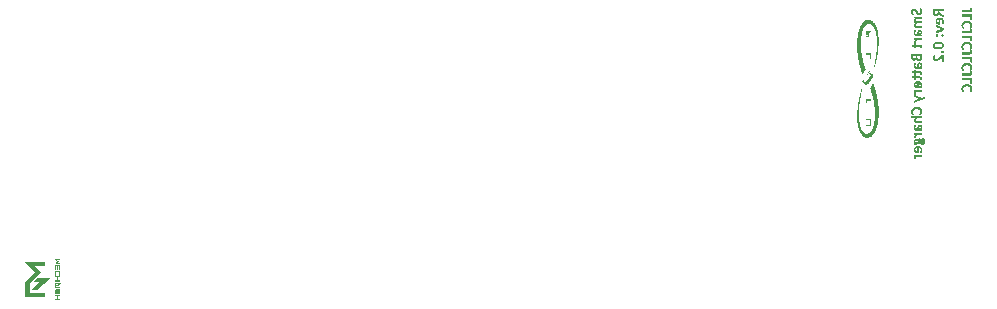
<source format=gbr>
%TF.GenerationSoftware,KiCad,Pcbnew,7.0.2*%
%TF.CreationDate,2023-06-23T11:00:41+02:00*%
%TF.ProjectId,DA_01_0V2_Smart_Battery_Charger,44415f30-315f-4305-9632-5f536d617274,rev?*%
%TF.SameCoordinates,Original*%
%TF.FileFunction,Legend,Bot*%
%TF.FilePolarity,Positive*%
%FSLAX46Y46*%
G04 Gerber Fmt 4.6, Leading zero omitted, Abs format (unit mm)*
G04 Created by KiCad (PCBNEW 7.0.2) date 2023-06-23 11:00:41*
%MOMM*%
%LPD*%
G01*
G04 APERTURE LIST*
G04 Aperture macros list*
%AMRoundRect*
0 Rectangle with rounded corners*
0 $1 Rounding radius*
0 $2 $3 $4 $5 $6 $7 $8 $9 X,Y pos of 4 corners*
0 Add a 4 corners polygon primitive as box body*
4,1,4,$2,$3,$4,$5,$6,$7,$8,$9,$2,$3,0*
0 Add four circle primitives for the rounded corners*
1,1,$1+$1,$2,$3*
1,1,$1+$1,$4,$5*
1,1,$1+$1,$6,$7*
1,1,$1+$1,$8,$9*
0 Add four rect primitives between the rounded corners*
20,1,$1+$1,$2,$3,$4,$5,0*
20,1,$1+$1,$4,$5,$6,$7,0*
20,1,$1+$1,$6,$7,$8,$9,0*
20,1,$1+$1,$8,$9,$2,$3,0*%
G04 Aperture macros list end*
%ADD10C,0.200000*%
%ADD11C,0.991000*%
%ADD12RoundRect,0.038000X-0.654000X-0.654000X0.654000X-0.654000X0.654000X0.654000X-0.654000X0.654000X0*%
%ADD13C,1.384000*%
%ADD14C,0.650000*%
%ADD15O,2.176000X1.126000*%
%ADD16O,1.876000X0.976000*%
G04 APERTURE END LIST*
D10*
G36*
X179307798Y-67623796D02*
G01*
X179320791Y-67623566D01*
X179333483Y-67622877D01*
X179345875Y-67621728D01*
X179357967Y-67620121D01*
X179369758Y-67618053D01*
X179381248Y-67615527D01*
X179392438Y-67612541D01*
X179403327Y-67609095D01*
X179413916Y-67605191D01*
X179424204Y-67600826D01*
X179430896Y-67597662D01*
X179440679Y-67592598D01*
X179450153Y-67587209D01*
X179459318Y-67581493D01*
X179468174Y-67575451D01*
X179476720Y-67569082D01*
X179484958Y-67562388D01*
X179492886Y-67555367D01*
X179500505Y-67548019D01*
X179507816Y-67540346D01*
X179514817Y-67532346D01*
X179519312Y-67526831D01*
X179525800Y-67518361D01*
X179531983Y-67509621D01*
X179537861Y-67500610D01*
X179543435Y-67491328D01*
X179548704Y-67481776D01*
X179553667Y-67471954D01*
X179558326Y-67461861D01*
X179562681Y-67451498D01*
X179566730Y-67440864D01*
X179570474Y-67429959D01*
X179572801Y-67422540D01*
X179575988Y-67411249D01*
X179578861Y-67399816D01*
X179581420Y-67388242D01*
X179583666Y-67376527D01*
X179585599Y-67364669D01*
X179587218Y-67352670D01*
X179588524Y-67340529D01*
X179589517Y-67328247D01*
X179590196Y-67315822D01*
X179590561Y-67303257D01*
X179590631Y-67294801D01*
X179590513Y-67283363D01*
X179590158Y-67272132D01*
X179589566Y-67261107D01*
X179588738Y-67250287D01*
X179587673Y-67239674D01*
X179586372Y-67229267D01*
X179584834Y-67219066D01*
X179583060Y-67209071D01*
X179581117Y-67199382D01*
X179578549Y-67187667D01*
X179575827Y-67176393D01*
X179572949Y-67165561D01*
X179569916Y-67155170D01*
X179566728Y-67145220D01*
X179564741Y-67139462D01*
X179561359Y-67130242D01*
X179557238Y-67119824D01*
X179553047Y-67110109D01*
X179548788Y-67101099D01*
X179543733Y-67091477D01*
X179542271Y-67088904D01*
X179536577Y-67079470D01*
X179530573Y-67070536D01*
X179524400Y-67062693D01*
X179521510Y-67059595D01*
X179513633Y-67053687D01*
X179504482Y-67049479D01*
X179495621Y-67046894D01*
X179484982Y-67045123D01*
X179475104Y-67044146D01*
X179463824Y-67043520D01*
X179453039Y-67043263D01*
X179447260Y-67043230D01*
X179437063Y-67043307D01*
X179426613Y-67043575D01*
X179416271Y-67044100D01*
X179411601Y-67044452D01*
X179401583Y-67045791D01*
X179391893Y-67047962D01*
X179388398Y-67049092D01*
X179379561Y-67053552D01*
X179375697Y-67057397D01*
X179371976Y-67066454D01*
X179371789Y-67069364D01*
X179374127Y-67079242D01*
X179378659Y-67088186D01*
X179384002Y-67096475D01*
X179389461Y-67104637D01*
X179395155Y-67113733D01*
X179400221Y-67122274D01*
X179405459Y-67131501D01*
X179410868Y-67141416D01*
X179415388Y-67150297D01*
X179419789Y-67159691D01*
X179424070Y-67169598D01*
X179428232Y-67180018D01*
X179432275Y-67190950D01*
X179436199Y-67202396D01*
X179437735Y-67207117D01*
X179440597Y-67216830D01*
X179443078Y-67226916D01*
X179445177Y-67237377D01*
X179446894Y-67248211D01*
X179448230Y-67259420D01*
X179449184Y-67271002D01*
X179449756Y-67282959D01*
X179449947Y-67295289D01*
X179449744Y-67305426D01*
X179449136Y-67315229D01*
X179447871Y-67326552D01*
X179446022Y-67337394D01*
X179443589Y-67347756D01*
X179441643Y-67354396D01*
X179438297Y-67363913D01*
X179433807Y-67374300D01*
X179428687Y-67383915D01*
X179422935Y-67392759D01*
X179418440Y-67398604D01*
X179411476Y-67406197D01*
X179403834Y-67412949D01*
X179395514Y-67418860D01*
X179386517Y-67423929D01*
X179381071Y-67426448D01*
X179371006Y-67430254D01*
X179360474Y-67433126D01*
X179349475Y-67435063D01*
X179339674Y-67435979D01*
X179331245Y-67436217D01*
X179320188Y-67435633D01*
X179309733Y-67433882D01*
X179299878Y-67430962D01*
X179290625Y-67426875D01*
X179281972Y-67421620D01*
X179279221Y-67419609D01*
X179271242Y-67413111D01*
X179263605Y-67405893D01*
X179256312Y-67397953D01*
X179249363Y-67389292D01*
X179242757Y-67379910D01*
X179240631Y-67376622D01*
X179235418Y-67368200D01*
X179230313Y-67359420D01*
X179225315Y-67350282D01*
X179220424Y-67340787D01*
X179215640Y-67330934D01*
X179210964Y-67320723D01*
X179209124Y-67316538D01*
X179204432Y-67306022D01*
X179199669Y-67295386D01*
X179194834Y-67284632D01*
X179189928Y-67273758D01*
X179184950Y-67262764D01*
X179179900Y-67251652D01*
X179177861Y-67247173D01*
X179173640Y-67238289D01*
X179169282Y-67229466D01*
X179164786Y-67220703D01*
X179160153Y-67212002D01*
X179155383Y-67203362D01*
X179150475Y-67194783D01*
X179145430Y-67186265D01*
X179140247Y-67177808D01*
X179134866Y-67169550D01*
X179129226Y-67161505D01*
X179123326Y-67153674D01*
X179117166Y-67146057D01*
X179110747Y-67138653D01*
X179104069Y-67131463D01*
X179097131Y-67124487D01*
X179089933Y-67117725D01*
X179082442Y-67111283D01*
X179074622Y-67105146D01*
X179066474Y-67099315D01*
X179057998Y-67093789D01*
X179049194Y-67088568D01*
X179040062Y-67083653D01*
X179030601Y-67079043D01*
X179020812Y-67074738D01*
X179010554Y-67070902D01*
X178999808Y-67067578D01*
X178988572Y-67064766D01*
X178976849Y-67062465D01*
X178964637Y-67060675D01*
X178951936Y-67059396D01*
X178942090Y-67058773D01*
X178931969Y-67058437D01*
X178925069Y-67058374D01*
X178913208Y-67058582D01*
X178901622Y-67059206D01*
X178890310Y-67060248D01*
X178879274Y-67061705D01*
X178868512Y-67063579D01*
X178858025Y-67065870D01*
X178847812Y-67068577D01*
X178837875Y-67071700D01*
X178828212Y-67075240D01*
X178818824Y-67079196D01*
X178812718Y-67082065D01*
X178803750Y-67086651D01*
X178795075Y-67091525D01*
X178786691Y-67096686D01*
X178775968Y-67104015D01*
X178765763Y-67111856D01*
X178756077Y-67120208D01*
X178746910Y-67129071D01*
X178738263Y-67138446D01*
X178732117Y-67145812D01*
X178724370Y-67156109D01*
X178717127Y-67166848D01*
X178712025Y-67175193D01*
X178707207Y-67183787D01*
X178702671Y-67192629D01*
X178698420Y-67201721D01*
X178694451Y-67211062D01*
X178690766Y-67220652D01*
X178687364Y-67230491D01*
X178684246Y-67240579D01*
X178681409Y-67250895D01*
X178678851Y-67261327D01*
X178676572Y-67271875D01*
X178674572Y-67282539D01*
X178672851Y-67293319D01*
X178671409Y-67304214D01*
X178670246Y-67315226D01*
X178669362Y-67326354D01*
X178668758Y-67337597D01*
X178668432Y-67348957D01*
X178668370Y-67356594D01*
X178668495Y-67366440D01*
X178668871Y-67376286D01*
X178669497Y-67386132D01*
X178670374Y-67395978D01*
X178671501Y-67405824D01*
X178672878Y-67415670D01*
X178673499Y-67419609D01*
X178675115Y-67429424D01*
X178677290Y-67440918D01*
X178679723Y-67452104D01*
X178682414Y-67462980D01*
X178685362Y-67473548D01*
X178686933Y-67478715D01*
X178690215Y-67488842D01*
X178693653Y-67498522D01*
X178697245Y-67507756D01*
X178701631Y-67517964D01*
X178706228Y-67527564D01*
X178711265Y-67537288D01*
X178716421Y-67546074D01*
X178722455Y-67554243D01*
X178723813Y-67555652D01*
X178731449Y-67562341D01*
X178735781Y-67564933D01*
X178745119Y-67568302D01*
X178748482Y-67569085D01*
X178758588Y-67570700D01*
X178768265Y-67571528D01*
X178778066Y-67571974D01*
X178788497Y-67572203D01*
X178798063Y-67572260D01*
X178808826Y-67572183D01*
X178819607Y-67571916D01*
X178830034Y-67571402D01*
X178831769Y-67571284D01*
X178842116Y-67570248D01*
X178852151Y-67568452D01*
X178854483Y-67567864D01*
X178863661Y-67563952D01*
X178867428Y-67560781D01*
X178871434Y-67551541D01*
X178871580Y-67548813D01*
X178869138Y-67538982D01*
X178864625Y-67529603D01*
X178861810Y-67524633D01*
X178856697Y-67515978D01*
X178851369Y-67506376D01*
X178846532Y-67497198D01*
X178841532Y-67487295D01*
X178840073Y-67484333D01*
X178835754Y-67475082D01*
X178831589Y-67465282D01*
X178827579Y-67454932D01*
X178823724Y-67444033D01*
X178820629Y-67434530D01*
X178818824Y-67428646D01*
X178816009Y-67418645D01*
X178813672Y-67408333D01*
X178811811Y-67397712D01*
X178810428Y-67386781D01*
X178809521Y-67375540D01*
X178809092Y-67363988D01*
X178809054Y-67359281D01*
X178809312Y-67348464D01*
X178810084Y-67338180D01*
X178811372Y-67328429D01*
X178813526Y-67317725D01*
X178816381Y-67307745D01*
X178819761Y-67298467D01*
X178824310Y-67288694D01*
X178829591Y-67279806D01*
X178835606Y-67271803D01*
X178836409Y-67270865D01*
X178843978Y-67263201D01*
X178852397Y-67256697D01*
X178861667Y-67251352D01*
X178867184Y-67248883D01*
X178877387Y-67245459D01*
X178887938Y-67243156D01*
X178898836Y-67241973D01*
X178905041Y-67241800D01*
X178915849Y-67242367D01*
X178926107Y-67244067D01*
X178935816Y-67246900D01*
X178944975Y-67250867D01*
X178953585Y-67255968D01*
X178956332Y-67257920D01*
X178964312Y-67264351D01*
X178971949Y-67271556D01*
X178979242Y-67279533D01*
X178986191Y-67288282D01*
X178992797Y-67297805D01*
X178994923Y-67301151D01*
X179000142Y-67309802D01*
X179005265Y-67318811D01*
X179010293Y-67328177D01*
X179015225Y-67337902D01*
X179020063Y-67347984D01*
X179024804Y-67358424D01*
X179026674Y-67362700D01*
X179031302Y-67373492D01*
X179036024Y-67384343D01*
X179040842Y-67395254D01*
X179045756Y-67406225D01*
X179050765Y-67417255D01*
X179055869Y-67428345D01*
X179057937Y-67432798D01*
X179062101Y-67441694D01*
X179066410Y-67450551D01*
X179070863Y-67459371D01*
X179075462Y-67468152D01*
X179080205Y-67476895D01*
X179085094Y-67485600D01*
X179090128Y-67494267D01*
X179095307Y-67502896D01*
X179100688Y-67511383D01*
X179106328Y-67519626D01*
X179112228Y-67527625D01*
X179118387Y-67535380D01*
X179124807Y-67542890D01*
X179131485Y-67550157D01*
X179138423Y-67557178D01*
X179145621Y-67563956D01*
X179153108Y-67570509D01*
X179160916Y-67576733D01*
X179169045Y-67582629D01*
X179177494Y-67588197D01*
X179186264Y-67593437D01*
X179195355Y-67598349D01*
X179204766Y-67602932D01*
X179214497Y-67607187D01*
X179224610Y-67611080D01*
X179235166Y-67614453D01*
X179246165Y-67617308D01*
X179257606Y-67619644D01*
X179269490Y-67621460D01*
X179281816Y-67622758D01*
X179294586Y-67623536D01*
X179304453Y-67623780D01*
X179307798Y-67623796D01*
G37*
G36*
X179547889Y-68722644D02*
G01*
X179557531Y-68720110D01*
X179559856Y-68718492D01*
X179565880Y-68710128D01*
X179568161Y-68704570D01*
X179570825Y-68694880D01*
X179572589Y-68684416D01*
X179573290Y-68678436D01*
X179574116Y-68668517D01*
X179574624Y-68658499D01*
X179574918Y-68647351D01*
X179575000Y-68636671D01*
X179574918Y-68625788D01*
X179574672Y-68615794D01*
X179574191Y-68605459D01*
X179573395Y-68595220D01*
X179573290Y-68594173D01*
X179571941Y-68583673D01*
X179570075Y-68573930D01*
X179568405Y-68567794D01*
X179564358Y-68558878D01*
X179560101Y-68553872D01*
X179550637Y-68550338D01*
X179548133Y-68550209D01*
X179193736Y-68550209D01*
X179182660Y-68550003D01*
X179171961Y-68549385D01*
X179161639Y-68548354D01*
X179151696Y-68546912D01*
X179140573Y-68544708D01*
X179139026Y-68544347D01*
X179128477Y-68541490D01*
X179118630Y-68538049D01*
X179109484Y-68534024D01*
X179099889Y-68528708D01*
X179096528Y-68526517D01*
X179088117Y-68520136D01*
X179080713Y-68512962D01*
X179074317Y-68504993D01*
X179068928Y-68496231D01*
X179064654Y-68486736D01*
X179061601Y-68476325D01*
X179059931Y-68466465D01*
X179059197Y-68455902D01*
X179059159Y-68452756D01*
X179059983Y-68441107D01*
X179061929Y-68431373D01*
X179065020Y-68421615D01*
X179069257Y-68411833D01*
X179074637Y-68402028D01*
X179081163Y-68392199D01*
X179082606Y-68390230D01*
X179088804Y-68382265D01*
X179095673Y-68374125D01*
X179103214Y-68365809D01*
X179111427Y-68357318D01*
X179120311Y-68348651D01*
X179129867Y-68339809D01*
X179137475Y-68333062D01*
X179145460Y-68326216D01*
X179150994Y-68321598D01*
X179548133Y-68321598D01*
X179557775Y-68319063D01*
X179560101Y-68317445D01*
X179565881Y-68309471D01*
X179568405Y-68303279D01*
X179570903Y-68293422D01*
X179572597Y-68282889D01*
X179573290Y-68276901D01*
X179574116Y-68267020D01*
X179574624Y-68257101D01*
X179574918Y-68246114D01*
X179575000Y-68235624D01*
X179574918Y-68224932D01*
X179574672Y-68215081D01*
X179574191Y-68204853D01*
X179573395Y-68194661D01*
X179573290Y-68193614D01*
X179571941Y-68183114D01*
X179570075Y-68173371D01*
X179568405Y-68167236D01*
X179564094Y-68158023D01*
X179560101Y-68153314D01*
X179551043Y-68149361D01*
X179548133Y-68149162D01*
X179193736Y-68149162D01*
X179182660Y-68148956D01*
X179171961Y-68148338D01*
X179161639Y-68147307D01*
X179151696Y-68145865D01*
X179140573Y-68143661D01*
X179139026Y-68143300D01*
X179128477Y-68140455D01*
X179118630Y-68137049D01*
X179109484Y-68133082D01*
X179099889Y-68127861D01*
X179096528Y-68125715D01*
X179088117Y-68119532D01*
X179080713Y-68112465D01*
X179074317Y-68104511D01*
X179068928Y-68095673D01*
X179064654Y-68085995D01*
X179061601Y-68075523D01*
X179059931Y-68065709D01*
X179059197Y-68055287D01*
X179059159Y-68052198D01*
X179059731Y-68042346D01*
X179061448Y-68032482D01*
X179064311Y-68022606D01*
X179068318Y-68012718D01*
X179073470Y-68002818D01*
X179079767Y-67992907D01*
X179082606Y-67988939D01*
X179088804Y-67980986D01*
X179095673Y-67972880D01*
X179103214Y-67964621D01*
X179111427Y-67956210D01*
X179120311Y-67947646D01*
X179129867Y-67938930D01*
X179137475Y-67932293D01*
X179145460Y-67925569D01*
X179150994Y-67921039D01*
X179548133Y-67921039D01*
X179557775Y-67918505D01*
X179560101Y-67916887D01*
X179565881Y-67908913D01*
X179568405Y-67902721D01*
X179570903Y-67892864D01*
X179572597Y-67882331D01*
X179573290Y-67876343D01*
X179574116Y-67866404D01*
X179574624Y-67856336D01*
X179574918Y-67845109D01*
X179575000Y-67834333D01*
X179574918Y-67823641D01*
X179574672Y-67813790D01*
X179574191Y-67803562D01*
X179573395Y-67793370D01*
X179573290Y-67792323D01*
X179571941Y-67781823D01*
X179570075Y-67772080D01*
X179568405Y-67765945D01*
X179564017Y-67756732D01*
X179559856Y-67752023D01*
X179550799Y-67748070D01*
X179547889Y-67747871D01*
X178945586Y-67747871D01*
X178935944Y-67749958D01*
X178933618Y-67751290D01*
X178927254Y-67758982D01*
X178925314Y-67763503D01*
X178922484Y-67773102D01*
X178920639Y-67783244D01*
X178920184Y-67786706D01*
X178919211Y-67797282D01*
X178918715Y-67807180D01*
X178918490Y-67818199D01*
X178918475Y-67822121D01*
X178918582Y-67832639D01*
X178918957Y-67843340D01*
X178919692Y-67853825D01*
X178920184Y-67858513D01*
X178921707Y-67868393D01*
X178924287Y-67878136D01*
X178925314Y-67880739D01*
X178930322Y-67889319D01*
X178933618Y-67892219D01*
X178942920Y-67895518D01*
X178945341Y-67895638D01*
X179014951Y-67895638D01*
X179004708Y-67905159D01*
X178994955Y-67914672D01*
X178985692Y-67924176D01*
X178976917Y-67933671D01*
X178968633Y-67943158D01*
X178960838Y-67952636D01*
X178953532Y-67962106D01*
X178946715Y-67971567D01*
X178940388Y-67981020D01*
X178934551Y-67990463D01*
X178930931Y-67996755D01*
X178925911Y-68006273D01*
X178921386Y-68015868D01*
X178917353Y-68025541D01*
X178913815Y-68035292D01*
X178910770Y-68045119D01*
X178908219Y-68055024D01*
X178906162Y-68065006D01*
X178904599Y-68075065D01*
X178903529Y-68085201D01*
X178902953Y-68095415D01*
X178902843Y-68102267D01*
X178903040Y-68113913D01*
X178903630Y-68125189D01*
X178904614Y-68136095D01*
X178905992Y-68146632D01*
X178907763Y-68156799D01*
X178909927Y-68166596D01*
X178910903Y-68170411D01*
X178914175Y-68181537D01*
X178917944Y-68192198D01*
X178922212Y-68202397D01*
X178926977Y-68212131D01*
X178932241Y-68221402D01*
X178934106Y-68224389D01*
X178939917Y-68233041D01*
X178946173Y-68241230D01*
X178952877Y-68248955D01*
X178960027Y-68256217D01*
X178967623Y-68263015D01*
X178970254Y-68265177D01*
X178978303Y-68271400D01*
X178986695Y-68277245D01*
X178995430Y-68282711D01*
X179004509Y-68287800D01*
X179013932Y-68292512D01*
X179017149Y-68293998D01*
X179009768Y-68300879D01*
X179002647Y-68307721D01*
X178994110Y-68316221D01*
X178985979Y-68324661D01*
X178978254Y-68333041D01*
X178970934Y-68341362D01*
X178965369Y-68347976D01*
X178958773Y-68356201D01*
X178952570Y-68364391D01*
X178946761Y-68372544D01*
X178940310Y-68382282D01*
X178934425Y-68391967D01*
X178929954Y-68400000D01*
X178925074Y-68409700D01*
X178920692Y-68419382D01*
X178916808Y-68429048D01*
X178913422Y-68438697D01*
X178910534Y-68448328D01*
X178909682Y-68451535D01*
X178907358Y-68461278D01*
X178905515Y-68471089D01*
X178904152Y-68480970D01*
X178903271Y-68490919D01*
X178902870Y-68500937D01*
X178902843Y-68504291D01*
X178903024Y-68515570D01*
X178903564Y-68526511D01*
X178904466Y-68537112D01*
X178905728Y-68547373D01*
X178907351Y-68557296D01*
X178909335Y-68566879D01*
X178912540Y-68579130D01*
X178916387Y-68590777D01*
X178920875Y-68601821D01*
X178923360Y-68607117D01*
X178928660Y-68617364D01*
X178934427Y-68627100D01*
X178940659Y-68636324D01*
X178947356Y-68645036D01*
X178954520Y-68653237D01*
X178962148Y-68660927D01*
X178970243Y-68668106D01*
X178978803Y-68674773D01*
X178987721Y-68681012D01*
X178997014Y-68686786D01*
X179006681Y-68692095D01*
X179016721Y-68696938D01*
X179027136Y-68701315D01*
X179037925Y-68705227D01*
X179049087Y-68708673D01*
X179060624Y-68711653D01*
X179072432Y-68714229D01*
X179084407Y-68716462D01*
X179096551Y-68718351D01*
X179108862Y-68719897D01*
X179121341Y-68721099D01*
X179133989Y-68721957D01*
X179146804Y-68722473D01*
X179159787Y-68722644D01*
X179547889Y-68722644D01*
G37*
G36*
X179404392Y-68848685D02*
G01*
X179416104Y-68849452D01*
X179427442Y-68850731D01*
X179438407Y-68852520D01*
X179448997Y-68854822D01*
X179459213Y-68857634D01*
X179469055Y-68860958D01*
X179478524Y-68864794D01*
X179487557Y-68869152D01*
X179496216Y-68873922D01*
X179504501Y-68879105D01*
X179514332Y-68886163D01*
X179523578Y-68893864D01*
X179532240Y-68902210D01*
X179540317Y-68911200D01*
X179546354Y-68918878D01*
X179552010Y-68926892D01*
X179557284Y-68935242D01*
X179562177Y-68943928D01*
X179566688Y-68952950D01*
X179570817Y-68962308D01*
X179574564Y-68972001D01*
X179577930Y-68982030D01*
X179580907Y-68992353D01*
X179583487Y-69002928D01*
X179585670Y-69013755D01*
X179587456Y-69024834D01*
X179588845Y-69036164D01*
X179589837Y-69047747D01*
X179590433Y-69059581D01*
X179590631Y-69071667D01*
X179590535Y-69079014D01*
X179590029Y-69089876D01*
X179589089Y-69100549D01*
X179587716Y-69111033D01*
X179585909Y-69121329D01*
X179583669Y-69131435D01*
X179580995Y-69141353D01*
X179577887Y-69151082D01*
X179574346Y-69160621D01*
X179570371Y-69169972D01*
X179565963Y-69179134D01*
X179562817Y-69185138D01*
X179557866Y-69193990D01*
X179552636Y-69202658D01*
X179547127Y-69211141D01*
X179541339Y-69219439D01*
X179535272Y-69227553D01*
X179528925Y-69235482D01*
X179522300Y-69243226D01*
X179515396Y-69250786D01*
X179508212Y-69258161D01*
X179500750Y-69265352D01*
X179549598Y-69265352D01*
X179556193Y-69266176D01*
X179564741Y-69271214D01*
X179565402Y-69271978D01*
X179570089Y-69281016D01*
X179572557Y-69290997D01*
X179573130Y-69294802D01*
X179574138Y-69305289D01*
X179574656Y-69315288D01*
X179574914Y-69325143D01*
X179575000Y-69336182D01*
X179574997Y-69337970D01*
X179574894Y-69348114D01*
X179574579Y-69358689D01*
X179573961Y-69369115D01*
X179572801Y-69379658D01*
X179572318Y-69382380D01*
X179569626Y-69392541D01*
X179564986Y-69401395D01*
X179559776Y-69405823D01*
X179549842Y-69408234D01*
X179141957Y-69408234D01*
X179134208Y-69408175D01*
X179122835Y-69407864D01*
X179111762Y-69407288D01*
X179100990Y-69406445D01*
X179090519Y-69405335D01*
X179080348Y-69403960D01*
X179070478Y-69402319D01*
X179057785Y-69399716D01*
X179045626Y-69396640D01*
X179034002Y-69393091D01*
X179022904Y-69389027D01*
X179012325Y-69384405D01*
X179002265Y-69379226D01*
X178992725Y-69373490D01*
X178983703Y-69367197D01*
X178975200Y-69360347D01*
X178967216Y-69352940D01*
X178959752Y-69344975D01*
X178957950Y-69342896D01*
X178951039Y-69334224D01*
X178944601Y-69324979D01*
X178938636Y-69315161D01*
X178933144Y-69304772D01*
X178928126Y-69293809D01*
X178923580Y-69282275D01*
X178919508Y-69270167D01*
X178916765Y-69260711D01*
X178915079Y-69254248D01*
X178912754Y-69244246D01*
X178910674Y-69233875D01*
X178908839Y-69223135D01*
X178907248Y-69212025D01*
X178905902Y-69200546D01*
X178904801Y-69188698D01*
X178903944Y-69176480D01*
X178903333Y-69163894D01*
X178902966Y-69150938D01*
X178902843Y-69137613D01*
X178902864Y-69132554D01*
X178903032Y-69122495D01*
X178903368Y-69112511D01*
X178903872Y-69102604D01*
X178904543Y-69092773D01*
X178905383Y-69083019D01*
X178906669Y-69070933D01*
X178908217Y-69058967D01*
X178908871Y-69054227D01*
X178910624Y-69042578D01*
X178912544Y-69031215D01*
X178914631Y-69020138D01*
X178916885Y-69009347D01*
X178919306Y-68998843D01*
X178921894Y-68988625D01*
X178923464Y-68982651D01*
X178926138Y-68973008D01*
X178929441Y-68961957D01*
X178932847Y-68951473D01*
X178936356Y-68941556D01*
X178939968Y-68932205D01*
X178943039Y-68925071D01*
X178948027Y-68915095D01*
X178953748Y-68905989D01*
X178960240Y-68898499D01*
X178965537Y-68894118D01*
X178974112Y-68888977D01*
X178983443Y-68885554D01*
X178987645Y-68884569D01*
X178997443Y-68883100D01*
X179007852Y-68882349D01*
X179018370Y-68882135D01*
X179028335Y-68882326D01*
X179038691Y-68882976D01*
X179048412Y-68884089D01*
X179051705Y-68884661D01*
X179061513Y-68886838D01*
X179071127Y-68889951D01*
X179077982Y-68893448D01*
X179085537Y-68899720D01*
X179088113Y-68903551D01*
X179090422Y-68913154D01*
X179089048Y-68922175D01*
X179085375Y-68932135D01*
X179080652Y-68941486D01*
X179076920Y-68948381D01*
X179072392Y-68957185D01*
X179067677Y-68966807D01*
X179063486Y-68975706D01*
X179059159Y-68985205D01*
X179054831Y-68995280D01*
X179050641Y-69005905D01*
X179047254Y-69015179D01*
X179043962Y-69024834D01*
X179040766Y-69034871D01*
X179037665Y-69045289D01*
X179037064Y-69047420D01*
X179034345Y-69058347D01*
X179032103Y-69069726D01*
X179030338Y-69081559D01*
X179029269Y-69091352D01*
X179028506Y-69101434D01*
X179028048Y-69111807D01*
X179027896Y-69122470D01*
X179027902Y-69124520D01*
X179028145Y-69134457D01*
X179028892Y-69145688D01*
X179030137Y-69156164D01*
X179032219Y-69167431D01*
X179034979Y-69177669D01*
X179035429Y-69179064D01*
X179039009Y-69188324D01*
X179044016Y-69197819D01*
X179050000Y-69206154D01*
X179056960Y-69213328D01*
X179057899Y-69214160D01*
X179065921Y-69220286D01*
X179074858Y-69225464D01*
X179084712Y-69229697D01*
X179094085Y-69232623D01*
X179104172Y-69234907D01*
X179114982Y-69236630D01*
X179124826Y-69237661D01*
X179135201Y-69238279D01*
X179146109Y-69238485D01*
X179184211Y-69238485D01*
X179293632Y-69238485D01*
X179394993Y-69238485D01*
X179399263Y-69234551D01*
X179407415Y-69226704D01*
X179415047Y-69218889D01*
X179422161Y-69211103D01*
X179428755Y-69203349D01*
X179434831Y-69195624D01*
X179441695Y-69186012D01*
X179447749Y-69176448D01*
X179449908Y-69172608D01*
X179454696Y-69162810D01*
X179458614Y-69152725D01*
X179461661Y-69142355D01*
X179463838Y-69131698D01*
X179465143Y-69120754D01*
X179465579Y-69109525D01*
X179465392Y-69101584D01*
X179464562Y-69091511D01*
X179462591Y-69079746D01*
X179459582Y-69068900D01*
X179455535Y-69058971D01*
X179450451Y-69049961D01*
X179444330Y-69041870D01*
X179441582Y-69038912D01*
X179434178Y-69032353D01*
X179426011Y-69026986D01*
X179417081Y-69022812D01*
X179407388Y-69019831D01*
X179396931Y-69018042D01*
X179385711Y-69017445D01*
X179376328Y-69017854D01*
X179366177Y-69019324D01*
X179356636Y-69021862D01*
X179346632Y-69025994D01*
X179339398Y-69030213D01*
X179330818Y-69037046D01*
X179323872Y-69044450D01*
X179317568Y-69053105D01*
X179313294Y-69060452D01*
X179308851Y-69070001D01*
X179304993Y-69080601D01*
X179302151Y-69090525D01*
X179299738Y-69101221D01*
X179298307Y-69108800D01*
X179296786Y-69118810D01*
X179295564Y-69129417D01*
X179294639Y-69140621D01*
X179294013Y-69152420D01*
X179293727Y-69162289D01*
X179293632Y-69172540D01*
X179293632Y-69238485D01*
X179184211Y-69238485D01*
X179184211Y-69178646D01*
X179184223Y-69173566D01*
X179184320Y-69163524D01*
X179184515Y-69153636D01*
X179184989Y-69139094D01*
X179185683Y-69124899D01*
X179186595Y-69111052D01*
X179187726Y-69097553D01*
X179189077Y-69084402D01*
X179190646Y-69071599D01*
X179192434Y-69059143D01*
X179194441Y-69047035D01*
X179196667Y-69035275D01*
X179199075Y-69023867D01*
X179201719Y-69012815D01*
X179204599Y-69002120D01*
X179207716Y-68991781D01*
X179211068Y-68981798D01*
X179214656Y-68972172D01*
X179218481Y-68962902D01*
X179222542Y-68953988D01*
X179228323Y-68942657D01*
X179234525Y-68931960D01*
X179241150Y-68921901D01*
X179248203Y-68912482D01*
X179255683Y-68903705D01*
X179263590Y-68895568D01*
X179271925Y-68888073D01*
X179280687Y-68881219D01*
X179289877Y-68875006D01*
X179299494Y-68869434D01*
X179301965Y-68868142D01*
X179312128Y-68863383D01*
X179322733Y-68859281D01*
X179333782Y-68855834D01*
X179345272Y-68853045D01*
X179357206Y-68850911D01*
X179369582Y-68849434D01*
X179382401Y-68848614D01*
X179392306Y-68848429D01*
X179404392Y-68848685D01*
G37*
G36*
X178995655Y-69970481D02*
G01*
X179005623Y-69970411D01*
X179016042Y-69970159D01*
X179026522Y-69969657D01*
X179034734Y-69969016D01*
X179045199Y-69967859D01*
X179055150Y-69965902D01*
X179058670Y-69964863D01*
X179067896Y-69960601D01*
X179070882Y-69957780D01*
X179074248Y-69948217D01*
X179074302Y-69946545D01*
X179072689Y-69936610D01*
X179071859Y-69934089D01*
X179068711Y-69924777D01*
X179066730Y-69918457D01*
X179063944Y-69908892D01*
X179061601Y-69899651D01*
X179059848Y-69889551D01*
X179059180Y-69879252D01*
X179059159Y-69876936D01*
X179059880Y-69867029D01*
X179062045Y-69857122D01*
X179065265Y-69848115D01*
X179069773Y-69839013D01*
X179075013Y-69830659D01*
X179081373Y-69822149D01*
X179084560Y-69818318D01*
X179091582Y-69810532D01*
X179098628Y-69803570D01*
X179106515Y-69796468D01*
X179115244Y-69789225D01*
X179119242Y-69786078D01*
X179127663Y-69779672D01*
X179136805Y-69773095D01*
X179144974Y-69767482D01*
X179153644Y-69761751D01*
X179162815Y-69755900D01*
X179172487Y-69749930D01*
X179547889Y-69749930D01*
X179557531Y-69747395D01*
X179559856Y-69745778D01*
X179565852Y-69737803D01*
X179568405Y-69731612D01*
X179570903Y-69721754D01*
X179572597Y-69711221D01*
X179573290Y-69705233D01*
X179574116Y-69695294D01*
X179574624Y-69685227D01*
X179574918Y-69673999D01*
X179575000Y-69663224D01*
X179574918Y-69652531D01*
X179574672Y-69642680D01*
X179574191Y-69632453D01*
X179573395Y-69622260D01*
X179573290Y-69621214D01*
X179571941Y-69610714D01*
X179570075Y-69600971D01*
X179568405Y-69594836D01*
X179564017Y-69585622D01*
X179559856Y-69580914D01*
X179550799Y-69576960D01*
X179547889Y-69576762D01*
X178945586Y-69576762D01*
X178935944Y-69578849D01*
X178933618Y-69580181D01*
X178927254Y-69587872D01*
X178925314Y-69592393D01*
X178922484Y-69601992D01*
X178920639Y-69612135D01*
X178920184Y-69615596D01*
X178919211Y-69626172D01*
X178918715Y-69636071D01*
X178918490Y-69647089D01*
X178918475Y-69651011D01*
X178918582Y-69661529D01*
X178918957Y-69672230D01*
X178919692Y-69682715D01*
X178920184Y-69687404D01*
X178921707Y-69697284D01*
X178924287Y-69707026D01*
X178925314Y-69709630D01*
X178930538Y-69718210D01*
X178933862Y-69721109D01*
X178943090Y-69724408D01*
X178945586Y-69724528D01*
X179020568Y-69724528D01*
X179012027Y-69730470D01*
X179003868Y-69736328D01*
X178994206Y-69743533D01*
X178985140Y-69750606D01*
X178976670Y-69757548D01*
X178968796Y-69764359D01*
X178962927Y-69769713D01*
X178954661Y-69777688D01*
X178947082Y-69785490D01*
X178940189Y-69793121D01*
X178933017Y-69801806D01*
X178926779Y-69810258D01*
X178921299Y-69818699D01*
X178916010Y-69828347D01*
X178911759Y-69837995D01*
X178908545Y-69847642D01*
X178908217Y-69848848D01*
X178905866Y-69858496D01*
X178904187Y-69868143D01*
X178903100Y-69878997D01*
X178902843Y-69887438D01*
X178903152Y-69897794D01*
X178903820Y-69906489D01*
X178905058Y-69916443D01*
X178906940Y-69926611D01*
X178907240Y-69927983D01*
X178909515Y-69937643D01*
X178912613Y-69947034D01*
X178916670Y-69955934D01*
X178918963Y-69959002D01*
X178926046Y-69964619D01*
X178935737Y-69967317D01*
X178937037Y-69967550D01*
X178946972Y-69968967D01*
X178956935Y-69969702D01*
X178957798Y-69969748D01*
X178968552Y-69970165D01*
X178979112Y-69970378D01*
X178989828Y-69970470D01*
X178995655Y-69970481D01*
G37*
G36*
X179495865Y-70436741D02*
G01*
X179506383Y-70436603D01*
X179517461Y-70436096D01*
X179527254Y-70435214D01*
X179537955Y-70433531D01*
X179541050Y-70432833D01*
X179550700Y-70429996D01*
X179559809Y-70425468D01*
X179563032Y-70422819D01*
X179569434Y-70414677D01*
X179574189Y-70405487D01*
X179574511Y-70404745D01*
X179578003Y-70395185D01*
X179580902Y-70385396D01*
X179583060Y-70376657D01*
X179585182Y-70366296D01*
X179586807Y-70356481D01*
X179588162Y-70346203D01*
X179588677Y-70341486D01*
X179589622Y-70330868D01*
X179590257Y-70320174D01*
X179590583Y-70309402D01*
X179590631Y-70303384D01*
X179590425Y-70290714D01*
X179589807Y-70278471D01*
X179588776Y-70266656D01*
X179587334Y-70255268D01*
X179585479Y-70244308D01*
X179583212Y-70233775D01*
X179580533Y-70223669D01*
X179577442Y-70213991D01*
X179573988Y-70204790D01*
X179569059Y-70193858D01*
X179563450Y-70183557D01*
X179557162Y-70173889D01*
X179550194Y-70164853D01*
X179542545Y-70156448D01*
X179537630Y-70151709D01*
X179528818Y-70144316D01*
X179519326Y-70137556D01*
X179509155Y-70131427D01*
X179498303Y-70125930D01*
X179489133Y-70121988D01*
X179479527Y-70118450D01*
X179469487Y-70115317D01*
X179458935Y-70112569D01*
X179447917Y-70110188D01*
X179436434Y-70108173D01*
X179424485Y-70106524D01*
X179412070Y-70105242D01*
X179399190Y-70104326D01*
X179389225Y-70103880D01*
X179378997Y-70103639D01*
X179372034Y-70103593D01*
X179059159Y-70103593D01*
X179059159Y-70030321D01*
X179056498Y-70020652D01*
X179049320Y-70013588D01*
X179043039Y-70010293D01*
X179033513Y-70007301D01*
X179022974Y-70005384D01*
X179012304Y-70004262D01*
X179002258Y-70003694D01*
X178991162Y-70003460D01*
X178988817Y-70003454D01*
X178978053Y-70003589D01*
X178967272Y-70004057D01*
X178956846Y-70004956D01*
X178955111Y-70005163D01*
X178944807Y-70006835D01*
X178934893Y-70009666D01*
X178933374Y-70010293D01*
X178924793Y-70015517D01*
X178921894Y-70018841D01*
X178918595Y-70028305D01*
X178918475Y-70030809D01*
X178918475Y-70103593D01*
X178776570Y-70103593D01*
X178766920Y-70105486D01*
X178763625Y-70107257D01*
X178756988Y-70115016D01*
X178754099Y-70121179D01*
X178751101Y-70131203D01*
X178749335Y-70140851D01*
X178748482Y-70147801D01*
X178747537Y-70157919D01*
X178746957Y-70167982D01*
X178746621Y-70179053D01*
X178746528Y-70189567D01*
X178746621Y-70200259D01*
X178746902Y-70210110D01*
X178747451Y-70220338D01*
X178748361Y-70230530D01*
X178748482Y-70231577D01*
X178749765Y-70241394D01*
X178751872Y-70251286D01*
X178754099Y-70257955D01*
X178758734Y-70266750D01*
X178763625Y-70271877D01*
X178773013Y-70275769D01*
X178776570Y-70276029D01*
X178918475Y-70276029D01*
X178918475Y-70409385D01*
X178920562Y-70419028D01*
X178921894Y-70421353D01*
X178929207Y-70427843D01*
X178933374Y-70429902D01*
X178942716Y-70432894D01*
X178952554Y-70434695D01*
X178955111Y-70435031D01*
X178965265Y-70436004D01*
X178975798Y-70436539D01*
X178986338Y-70436734D01*
X178988817Y-70436741D01*
X179000122Y-70436574D01*
X179010379Y-70436073D01*
X179021301Y-70435031D01*
X179032134Y-70433208D01*
X179041995Y-70430323D01*
X179043039Y-70429902D01*
X179051539Y-70425007D01*
X179057883Y-70416790D01*
X179059159Y-70409874D01*
X179059159Y-70276029D01*
X179349075Y-70276029D01*
X179361264Y-70276273D01*
X179372675Y-70277006D01*
X179383307Y-70278227D01*
X179393161Y-70279937D01*
X179404383Y-70282761D01*
X179414389Y-70286348D01*
X179423178Y-70290699D01*
X179424790Y-70291660D01*
X179433340Y-70298481D01*
X179440120Y-70307036D01*
X179445132Y-70317326D01*
X179447957Y-70327226D01*
X179449554Y-70338330D01*
X179449947Y-70348080D01*
X179449604Y-70357961D01*
X179448456Y-70367812D01*
X179447505Y-70372749D01*
X179445108Y-70382516D01*
X179442131Y-70392288D01*
X179438619Y-70401697D01*
X179436514Y-70406943D01*
X179434093Y-70416565D01*
X179434071Y-70417445D01*
X179436514Y-70425261D01*
X179444953Y-70430739D01*
X179446284Y-70431123D01*
X179455798Y-70433441D01*
X179465334Y-70435031D01*
X179475238Y-70436073D01*
X179485945Y-70436605D01*
X179495865Y-70436741D01*
G37*
G36*
X179523377Y-70885794D02*
G01*
X179533550Y-70886876D01*
X179543920Y-70889506D01*
X179553796Y-70894314D01*
X179561566Y-70901046D01*
X179567443Y-70909289D01*
X179571641Y-70918387D01*
X179574160Y-70928340D01*
X179575000Y-70939148D01*
X179575000Y-71175575D01*
X179574993Y-71178909D01*
X179574900Y-71188791D01*
X179574603Y-71201694D01*
X179574106Y-71214284D01*
X179573412Y-71226561D01*
X179572519Y-71238525D01*
X179571427Y-71250176D01*
X179570138Y-71261514D01*
X179568649Y-71272540D01*
X179566894Y-71283386D01*
X179564924Y-71294064D01*
X179562742Y-71304574D01*
X179560345Y-71314916D01*
X179557735Y-71325090D01*
X179554911Y-71335096D01*
X179551873Y-71344935D01*
X179548621Y-71354605D01*
X179547759Y-71357011D01*
X179544168Y-71366504D01*
X179540348Y-71375791D01*
X179536299Y-71384872D01*
X179532021Y-71393746D01*
X179526351Y-71404550D01*
X179520324Y-71415032D01*
X179513939Y-71425191D01*
X179511251Y-71429156D01*
X179504257Y-71438757D01*
X179496869Y-71447917D01*
X179489087Y-71456636D01*
X179480912Y-71464914D01*
X179472343Y-71472751D01*
X179463381Y-71480146D01*
X179455916Y-71485729D01*
X179446199Y-71492268D01*
X179436052Y-71498318D01*
X179425476Y-71503879D01*
X179414471Y-71508951D01*
X179405358Y-71512657D01*
X179395969Y-71516050D01*
X179386307Y-71519141D01*
X179376369Y-71521820D01*
X179366157Y-71524087D01*
X179355669Y-71525942D01*
X179344907Y-71527384D01*
X179333871Y-71528415D01*
X179322559Y-71529033D01*
X179310973Y-71529239D01*
X179302626Y-71529116D01*
X179291744Y-71528573D01*
X179281144Y-71527594D01*
X179270827Y-71526180D01*
X179260792Y-71524331D01*
X179251039Y-71522047D01*
X179241569Y-71519328D01*
X179230129Y-71515317D01*
X179225646Y-71513568D01*
X179214758Y-71508854D01*
X179204323Y-71503651D01*
X179194341Y-71497958D01*
X179184812Y-71491777D01*
X179175736Y-71485107D01*
X179167114Y-71477948D01*
X179163795Y-71474954D01*
X179155839Y-71467185D01*
X179148372Y-71459011D01*
X179141394Y-71450432D01*
X179134905Y-71441447D01*
X179128905Y-71432056D01*
X179123394Y-71422260D01*
X179121297Y-71418268D01*
X179116405Y-71408077D01*
X179112014Y-71397588D01*
X179108124Y-71386801D01*
X179104735Y-71375716D01*
X179101846Y-71364333D01*
X179099459Y-71352651D01*
X179098028Y-71356320D01*
X179093414Y-71367016D01*
X179088319Y-71377248D01*
X179082743Y-71387017D01*
X179076687Y-71396322D01*
X179070150Y-71405163D01*
X179067868Y-71408006D01*
X179060761Y-71416200D01*
X179053260Y-71423897D01*
X179045363Y-71431095D01*
X179037071Y-71437796D01*
X179028384Y-71443998D01*
X179025373Y-71445952D01*
X179016111Y-71451448D01*
X179006505Y-71456393D01*
X178996556Y-71460790D01*
X178986264Y-71464637D01*
X178975628Y-71467934D01*
X178966455Y-71470326D01*
X178955213Y-71472662D01*
X178943712Y-71474413D01*
X178933932Y-71475427D01*
X178923972Y-71476035D01*
X178913834Y-71476238D01*
X178910170Y-71476218D01*
X178899363Y-71475914D01*
X178888830Y-71475245D01*
X178878572Y-71474211D01*
X178868588Y-71472812D01*
X178858879Y-71471048D01*
X178846362Y-71468129D01*
X178834333Y-71464560D01*
X178822793Y-71460343D01*
X178811741Y-71455478D01*
X178801166Y-71450062D01*
X178791056Y-71444074D01*
X178781413Y-71437514D01*
X178772234Y-71430382D01*
X178763522Y-71422676D01*
X178755275Y-71414399D01*
X178747493Y-71405549D01*
X178740177Y-71396127D01*
X178738421Y-71393697D01*
X178731675Y-71383626D01*
X178725380Y-71372990D01*
X178719536Y-71361789D01*
X178714141Y-71350023D01*
X178710391Y-71340828D01*
X178706894Y-71331316D01*
X178703651Y-71321486D01*
X178700660Y-71311338D01*
X178697923Y-71300872D01*
X178697067Y-71297306D01*
X178694661Y-71286313D01*
X178692499Y-71274877D01*
X178690582Y-71263000D01*
X178688910Y-71250680D01*
X178687482Y-71237918D01*
X178686299Y-71224714D01*
X178685361Y-71211068D01*
X178684668Y-71196979D01*
X178684219Y-71182448D01*
X178684056Y-71172516D01*
X178684002Y-71162386D01*
X178684002Y-71062735D01*
X178824685Y-71062735D01*
X178824685Y-71154082D01*
X178824693Y-71156691D01*
X178824876Y-71166792D01*
X178825449Y-71178668D01*
X178826403Y-71189709D01*
X178827739Y-71199916D01*
X178829845Y-71211061D01*
X178832501Y-71221004D01*
X178833981Y-71225644D01*
X178837901Y-71235869D01*
X178842476Y-71245252D01*
X178847705Y-71253794D01*
X178854483Y-71262526D01*
X178855376Y-71263556D01*
X178863050Y-71271211D01*
X178871671Y-71277829D01*
X178881239Y-71283408D01*
X178890387Y-71287438D01*
X178897247Y-71289831D01*
X178907331Y-71292499D01*
X178917977Y-71294372D01*
X178929183Y-71295451D01*
X178939235Y-71295743D01*
X178945303Y-71295624D01*
X178955738Y-71294848D01*
X178965940Y-71293347D01*
X178975908Y-71291121D01*
X178985642Y-71288171D01*
X178991049Y-71286152D01*
X179000090Y-71282013D01*
X179008594Y-71277103D01*
X179016559Y-71271421D01*
X179023988Y-71264968D01*
X179027972Y-71260995D01*
X179034430Y-71253437D01*
X179040234Y-71245107D01*
X179045383Y-71236006D01*
X179049877Y-71226133D01*
X179052551Y-71218495D01*
X179055162Y-71208305D01*
X179057119Y-71197000D01*
X179058252Y-71186725D01*
X179058932Y-71175676D01*
X179059159Y-71163852D01*
X179059159Y-71062735D01*
X179184211Y-71062735D01*
X179184211Y-71169958D01*
X179184220Y-71173023D01*
X179184426Y-71184922D01*
X179184906Y-71196241D01*
X179185662Y-71206980D01*
X179186692Y-71217139D01*
X179188367Y-71229022D01*
X179190471Y-71239999D01*
X179193004Y-71250069D01*
X179194132Y-71253904D01*
X179197873Y-71264892D01*
X179202147Y-71275107D01*
X179206952Y-71284550D01*
X179212290Y-71293219D01*
X179218161Y-71301116D01*
X179222374Y-71305970D01*
X179230335Y-71313731D01*
X179239043Y-71320556D01*
X179248500Y-71326447D01*
X179258705Y-71331402D01*
X179261724Y-71332644D01*
X179271100Y-71335890D01*
X179280958Y-71338415D01*
X179291296Y-71340218D01*
X179302115Y-71341300D01*
X179313415Y-71341660D01*
X179324100Y-71341283D01*
X179334355Y-71340149D01*
X179344181Y-71338260D01*
X179355102Y-71335101D01*
X179365439Y-71330914D01*
X179371003Y-71328154D01*
X179380190Y-71322683D01*
X179388675Y-71316394D01*
X179396458Y-71309286D01*
X179403541Y-71301360D01*
X179408094Y-71295310D01*
X179413868Y-71286259D01*
X179418940Y-71276530D01*
X179423311Y-71266123D01*
X179426500Y-71256664D01*
X179429156Y-71246617D01*
X179431263Y-71235712D01*
X179432598Y-71225969D01*
X179433552Y-71215629D01*
X179434125Y-71204693D01*
X179434316Y-71193161D01*
X179434316Y-71062735D01*
X179184211Y-71062735D01*
X179059159Y-71062735D01*
X178824685Y-71062735D01*
X178684002Y-71062735D01*
X178684002Y-70939148D01*
X178684841Y-70928340D01*
X178687360Y-70918387D01*
X178691558Y-70909289D01*
X178697435Y-70901046D01*
X178701057Y-70897440D01*
X178709880Y-70891670D01*
X178719328Y-70888198D01*
X178730390Y-70886200D01*
X178741154Y-70885659D01*
X179517847Y-70885659D01*
X179523377Y-70885794D01*
G37*
G36*
X179404392Y-71622307D02*
G01*
X179416104Y-71623074D01*
X179427442Y-71624352D01*
X179438407Y-71626142D01*
X179448997Y-71628443D01*
X179459213Y-71631256D01*
X179469055Y-71634580D01*
X179478524Y-71638415D01*
X179487557Y-71642774D01*
X179496216Y-71647544D01*
X179504501Y-71652727D01*
X179514332Y-71659784D01*
X179523578Y-71667486D01*
X179532240Y-71675832D01*
X179540317Y-71684822D01*
X179546354Y-71692500D01*
X179552010Y-71700514D01*
X179557284Y-71708864D01*
X179562177Y-71717550D01*
X179566688Y-71726572D01*
X179570817Y-71735929D01*
X179574564Y-71745623D01*
X179577930Y-71755652D01*
X179580907Y-71765975D01*
X179583487Y-71776550D01*
X179585670Y-71787377D01*
X179587456Y-71798456D01*
X179588845Y-71809786D01*
X179589837Y-71821369D01*
X179590433Y-71833203D01*
X179590631Y-71845289D01*
X179590535Y-71852635D01*
X179590029Y-71863498D01*
X179589089Y-71874171D01*
X179587716Y-71884655D01*
X179585909Y-71894951D01*
X179583669Y-71905057D01*
X179580995Y-71914975D01*
X179577887Y-71924703D01*
X179574346Y-71934243D01*
X179570371Y-71943594D01*
X179565963Y-71952756D01*
X179562817Y-71958760D01*
X179557866Y-71967612D01*
X179552636Y-71976280D01*
X179547127Y-71984763D01*
X179541339Y-71993061D01*
X179535272Y-72001174D01*
X179528925Y-72009104D01*
X179522300Y-72016848D01*
X179515396Y-72024408D01*
X179508212Y-72031783D01*
X179500750Y-72038974D01*
X179549598Y-72038974D01*
X179556193Y-72039798D01*
X179564741Y-72044836D01*
X179565402Y-72045600D01*
X179570089Y-72054638D01*
X179572557Y-72064619D01*
X179573130Y-72068424D01*
X179574138Y-72078910D01*
X179574656Y-72088910D01*
X179574914Y-72098765D01*
X179575000Y-72109804D01*
X179574997Y-72111592D01*
X179574894Y-72121735D01*
X179574579Y-72132311D01*
X179573961Y-72142737D01*
X179572801Y-72153279D01*
X179572318Y-72156002D01*
X179569626Y-72166163D01*
X179564986Y-72175017D01*
X179559776Y-72179445D01*
X179549842Y-72181856D01*
X179141957Y-72181856D01*
X179134208Y-72181797D01*
X179122835Y-72181486D01*
X179111762Y-72180909D01*
X179100990Y-72180066D01*
X179090519Y-72178957D01*
X179080348Y-72177582D01*
X179070478Y-72175940D01*
X179057785Y-72173338D01*
X179045626Y-72170262D01*
X179034002Y-72166713D01*
X179022904Y-72162648D01*
X179012325Y-72158027D01*
X179002265Y-72152848D01*
X178992725Y-72147112D01*
X178983703Y-72140819D01*
X178975200Y-72133969D01*
X178967216Y-72126561D01*
X178959752Y-72118597D01*
X178957950Y-72116518D01*
X178951039Y-72107846D01*
X178944601Y-72098601D01*
X178938636Y-72088783D01*
X178933144Y-72078393D01*
X178928126Y-72067431D01*
X178923580Y-72055896D01*
X178919508Y-72043789D01*
X178916765Y-72034333D01*
X178915079Y-72027870D01*
X178912754Y-72017868D01*
X178910674Y-72007497D01*
X178908839Y-71996756D01*
X178907248Y-71985647D01*
X178905902Y-71974168D01*
X178904801Y-71962320D01*
X178903944Y-71950102D01*
X178903333Y-71937516D01*
X178902966Y-71924560D01*
X178902843Y-71911235D01*
X178902864Y-71906176D01*
X178903032Y-71896116D01*
X178903368Y-71886133D01*
X178903872Y-71876226D01*
X178904543Y-71866395D01*
X178905383Y-71856641D01*
X178906669Y-71844555D01*
X178908217Y-71832588D01*
X178908871Y-71827849D01*
X178910624Y-71816199D01*
X178912544Y-71804836D01*
X178914631Y-71793760D01*
X178916885Y-71782969D01*
X178919306Y-71772465D01*
X178921894Y-71762247D01*
X178923464Y-71756272D01*
X178926138Y-71746630D01*
X178929441Y-71735579D01*
X178932847Y-71725095D01*
X178936356Y-71715177D01*
X178939968Y-71705826D01*
X178943039Y-71698692D01*
X178948027Y-71688717D01*
X178953748Y-71679610D01*
X178960240Y-71672121D01*
X178965537Y-71667740D01*
X178974112Y-71662599D01*
X178983443Y-71659176D01*
X178987645Y-71658191D01*
X178997443Y-71656722D01*
X179007852Y-71655970D01*
X179018370Y-71655757D01*
X179028335Y-71655947D01*
X179038691Y-71656598D01*
X179048412Y-71657711D01*
X179051705Y-71658283D01*
X179061513Y-71660460D01*
X179071127Y-71663572D01*
X179077982Y-71667070D01*
X179085537Y-71673342D01*
X179088113Y-71677173D01*
X179090422Y-71686775D01*
X179089048Y-71695797D01*
X179085375Y-71705757D01*
X179080652Y-71715108D01*
X179076920Y-71722003D01*
X179072392Y-71730807D01*
X179067677Y-71740429D01*
X179063486Y-71749327D01*
X179059159Y-71758827D01*
X179054831Y-71768902D01*
X179050641Y-71779527D01*
X179047254Y-71788800D01*
X179043962Y-71798456D01*
X179040766Y-71808492D01*
X179037665Y-71818911D01*
X179037064Y-71821042D01*
X179034345Y-71831968D01*
X179032103Y-71843348D01*
X179030338Y-71855181D01*
X179029269Y-71864974D01*
X179028506Y-71875056D01*
X179028048Y-71885429D01*
X179027896Y-71896092D01*
X179027902Y-71898142D01*
X179028145Y-71908079D01*
X179028892Y-71919310D01*
X179030137Y-71929786D01*
X179032219Y-71941052D01*
X179034979Y-71951290D01*
X179035429Y-71952686D01*
X179039009Y-71961946D01*
X179044016Y-71971441D01*
X179050000Y-71979775D01*
X179056960Y-71986950D01*
X179057899Y-71987782D01*
X179065921Y-71993907D01*
X179074858Y-71999086D01*
X179084712Y-72003318D01*
X179094085Y-72006245D01*
X179104172Y-72008529D01*
X179114982Y-72010252D01*
X179124826Y-72011283D01*
X179135201Y-72011901D01*
X179146109Y-72012107D01*
X179184211Y-72012107D01*
X179293632Y-72012107D01*
X179394993Y-72012107D01*
X179399263Y-72008172D01*
X179407415Y-72000326D01*
X179415047Y-71992510D01*
X179422161Y-71984725D01*
X179428755Y-71976970D01*
X179434831Y-71969246D01*
X179441695Y-71959634D01*
X179447749Y-71950069D01*
X179449908Y-71946230D01*
X179454696Y-71936432D01*
X179458614Y-71926347D01*
X179461661Y-71915976D01*
X179463838Y-71905319D01*
X179465143Y-71894376D01*
X179465579Y-71883147D01*
X179465392Y-71875206D01*
X179464562Y-71865133D01*
X179462591Y-71853368D01*
X179459582Y-71842522D01*
X179455535Y-71832593D01*
X179450451Y-71823583D01*
X179444330Y-71815491D01*
X179441582Y-71812534D01*
X179434178Y-71805975D01*
X179426011Y-71800608D01*
X179417081Y-71796434D01*
X179407388Y-71793452D01*
X179396931Y-71791663D01*
X179385711Y-71791067D01*
X179376328Y-71791476D01*
X179366177Y-71792946D01*
X179356636Y-71795483D01*
X179346632Y-71799616D01*
X179339398Y-71803835D01*
X179330818Y-71810668D01*
X179323872Y-71818071D01*
X179317568Y-71826727D01*
X179313294Y-71834074D01*
X179308851Y-71843623D01*
X179304993Y-71854223D01*
X179302151Y-71864146D01*
X179299738Y-71874842D01*
X179298307Y-71882422D01*
X179296786Y-71892432D01*
X179295564Y-71903039D01*
X179294639Y-71914242D01*
X179294013Y-71926042D01*
X179293727Y-71935911D01*
X179293632Y-71946161D01*
X179293632Y-72012107D01*
X179184211Y-72012107D01*
X179184211Y-71952267D01*
X179184223Y-71947188D01*
X179184320Y-71937146D01*
X179184515Y-71927258D01*
X179184989Y-71912715D01*
X179185683Y-71898521D01*
X179186595Y-71884674D01*
X179187726Y-71871175D01*
X179189077Y-71858024D01*
X179190646Y-71845221D01*
X179192434Y-71832765D01*
X179194441Y-71820657D01*
X179196667Y-71808897D01*
X179199075Y-71797489D01*
X179201719Y-71786437D01*
X179204599Y-71775742D01*
X179207716Y-71765403D01*
X179211068Y-71755420D01*
X179214656Y-71745794D01*
X179218481Y-71736524D01*
X179222542Y-71727610D01*
X179228323Y-71716279D01*
X179234525Y-71705582D01*
X179241150Y-71695522D01*
X179248203Y-71686104D01*
X179255683Y-71677326D01*
X179263590Y-71669190D01*
X179271925Y-71661695D01*
X179280687Y-71654841D01*
X179289877Y-71648628D01*
X179299494Y-71643056D01*
X179301965Y-71641764D01*
X179312128Y-71637005D01*
X179322733Y-71632902D01*
X179333782Y-71629456D01*
X179345272Y-71626666D01*
X179357206Y-71624533D01*
X179369582Y-71623056D01*
X179382401Y-71622236D01*
X179392306Y-71622051D01*
X179404392Y-71622307D01*
G37*
G36*
X179495865Y-73136113D02*
G01*
X179506366Y-73135975D01*
X179517381Y-73135468D01*
X179528337Y-73134430D01*
X179538583Y-73132678D01*
X179540561Y-73132205D01*
X179550130Y-73129340D01*
X179559386Y-73124691D01*
X179562787Y-73121946D01*
X179568893Y-73114131D01*
X179573435Y-73104888D01*
X179574023Y-73103384D01*
X179577400Y-73093859D01*
X179580315Y-73084161D01*
X179582571Y-73075540D01*
X179584951Y-73065437D01*
X179586727Y-73055772D01*
X179588154Y-73045567D01*
X179588677Y-73040858D01*
X179589622Y-73030298D01*
X179590257Y-73019778D01*
X179590583Y-73009295D01*
X179590631Y-73003489D01*
X179590425Y-72990647D01*
X179589807Y-72978255D01*
X179588776Y-72966314D01*
X179587334Y-72954823D01*
X179585479Y-72943783D01*
X179583212Y-72933193D01*
X179580533Y-72923053D01*
X179577442Y-72913363D01*
X179573988Y-72904105D01*
X179569059Y-72893111D01*
X179563450Y-72882762D01*
X179557162Y-72873057D01*
X179550194Y-72863995D01*
X179542545Y-72855578D01*
X179537630Y-72850837D01*
X179528818Y-72843444D01*
X179519326Y-72836683D01*
X179509155Y-72830554D01*
X179498303Y-72825058D01*
X179489133Y-72821116D01*
X179479527Y-72817578D01*
X179469487Y-72814445D01*
X179458935Y-72811697D01*
X179447917Y-72809316D01*
X179436434Y-72807301D01*
X179424485Y-72805652D01*
X179412070Y-72804370D01*
X179399190Y-72803454D01*
X179389225Y-72803007D01*
X179378997Y-72802767D01*
X179372034Y-72802721D01*
X179059159Y-72802721D01*
X179059159Y-72539672D01*
X179349075Y-72539672D01*
X179361264Y-72539916D01*
X179372675Y-72540648D01*
X179383307Y-72541870D01*
X179393161Y-72543579D01*
X179404383Y-72546403D01*
X179414389Y-72549991D01*
X179423178Y-72554341D01*
X179424790Y-72555303D01*
X179433340Y-72562124D01*
X179440120Y-72570679D01*
X179445132Y-72580969D01*
X179447957Y-72590868D01*
X179449554Y-72601973D01*
X179449947Y-72611723D01*
X179449604Y-72621604D01*
X179448456Y-72631455D01*
X179447505Y-72636392D01*
X179445108Y-72646159D01*
X179442131Y-72655931D01*
X179438619Y-72665339D01*
X179436514Y-72670586D01*
X179434093Y-72680207D01*
X179434071Y-72681088D01*
X179436514Y-72688904D01*
X179444953Y-72694382D01*
X179446284Y-72694766D01*
X179455798Y-72697084D01*
X179465334Y-72698674D01*
X179475238Y-72699715D01*
X179485945Y-72700248D01*
X179495865Y-72700383D01*
X179505825Y-72700306D01*
X179516320Y-72700002D01*
X179525662Y-72699406D01*
X179535737Y-72698246D01*
X179543981Y-72696720D01*
X179553378Y-72693883D01*
X179556437Y-72692568D01*
X179564332Y-72686186D01*
X179565718Y-72684508D01*
X179570907Y-72675888D01*
X179574755Y-72667411D01*
X179578098Y-72658034D01*
X179580921Y-72648413D01*
X179583060Y-72639811D01*
X179585182Y-72629707D01*
X179586807Y-72620043D01*
X179588162Y-72609838D01*
X179588677Y-72605129D01*
X179589622Y-72594511D01*
X179590257Y-72583817D01*
X179590583Y-72573045D01*
X179590631Y-72567027D01*
X179590425Y-72554357D01*
X179589807Y-72542114D01*
X179588776Y-72530299D01*
X179587334Y-72518911D01*
X179585479Y-72507950D01*
X179583212Y-72497418D01*
X179580533Y-72487312D01*
X179577442Y-72477634D01*
X179573988Y-72468433D01*
X179569059Y-72457500D01*
X179563450Y-72447200D01*
X179557162Y-72437531D01*
X179550194Y-72428495D01*
X179542545Y-72420091D01*
X179537630Y-72415352D01*
X179528818Y-72407959D01*
X179519326Y-72401198D01*
X179509155Y-72395069D01*
X179498303Y-72389573D01*
X179489133Y-72385631D01*
X179479527Y-72382093D01*
X179469487Y-72378960D01*
X179458935Y-72376212D01*
X179447917Y-72373831D01*
X179436434Y-72371816D01*
X179424485Y-72370167D01*
X179412070Y-72368885D01*
X179399190Y-72367969D01*
X179389225Y-72367522D01*
X179378997Y-72367282D01*
X179372034Y-72367236D01*
X179059159Y-72367236D01*
X179059159Y-72293963D01*
X179056498Y-72284295D01*
X179049320Y-72277231D01*
X179043039Y-72273935D01*
X179033513Y-72270943D01*
X179022974Y-72269027D01*
X179012304Y-72267905D01*
X179002258Y-72267337D01*
X178991162Y-72267103D01*
X178988817Y-72267096D01*
X178978053Y-72267232D01*
X178967272Y-72267699D01*
X178956846Y-72268599D01*
X178955111Y-72268806D01*
X178944807Y-72270477D01*
X178934893Y-72273309D01*
X178933374Y-72273935D01*
X178924793Y-72279160D01*
X178921894Y-72282484D01*
X178918595Y-72291947D01*
X178918475Y-72294452D01*
X178918475Y-72367236D01*
X178776570Y-72367236D01*
X178766920Y-72369129D01*
X178763625Y-72370900D01*
X178756988Y-72378658D01*
X178754099Y-72384822D01*
X178751101Y-72394846D01*
X178749335Y-72404493D01*
X178748482Y-72411444D01*
X178747537Y-72421561D01*
X178746957Y-72431625D01*
X178746621Y-72442696D01*
X178746528Y-72453210D01*
X178746621Y-72463902D01*
X178746902Y-72473753D01*
X178747451Y-72483980D01*
X178748361Y-72494173D01*
X178748482Y-72495219D01*
X178749765Y-72505037D01*
X178751872Y-72514929D01*
X178754099Y-72521598D01*
X178758734Y-72530392D01*
X178763625Y-72535519D01*
X178773013Y-72539412D01*
X178776570Y-72539672D01*
X178918475Y-72539672D01*
X178918475Y-72802721D01*
X178744818Y-72802721D01*
X178735018Y-72804782D01*
X178732117Y-72806385D01*
X178725691Y-72814143D01*
X178723080Y-72820307D01*
X178720202Y-72830331D01*
X178718400Y-72839978D01*
X178717463Y-72846929D01*
X178716400Y-72857046D01*
X178715748Y-72867110D01*
X178715370Y-72878181D01*
X178715265Y-72888695D01*
X178715370Y-72899387D01*
X178715685Y-72909238D01*
X178716304Y-72919465D01*
X178717328Y-72929658D01*
X178717463Y-72930704D01*
X178718851Y-72940522D01*
X178720958Y-72950414D01*
X178723080Y-72957083D01*
X178727623Y-72966296D01*
X178732117Y-72971004D01*
X178741368Y-72974897D01*
X178744818Y-72975157D01*
X178918475Y-72975157D01*
X178918475Y-73108513D01*
X178920562Y-73118090D01*
X178921894Y-73120237D01*
X178929634Y-73126877D01*
X178933374Y-73128785D01*
X178942716Y-73132144D01*
X178952554Y-73134063D01*
X178955111Y-73134403D01*
X178965265Y-73135376D01*
X178975798Y-73135911D01*
X178986338Y-73136106D01*
X178988817Y-73136113D01*
X179000122Y-73135934D01*
X179010379Y-73135397D01*
X179021301Y-73134281D01*
X179032134Y-73132327D01*
X179041995Y-73129236D01*
X179043039Y-73128785D01*
X179051539Y-73123834D01*
X179057883Y-73115828D01*
X179059159Y-73109246D01*
X179059159Y-72975157D01*
X179349075Y-72975157D01*
X179361264Y-72975397D01*
X179372675Y-72976118D01*
X179383307Y-72977320D01*
X179393161Y-72979003D01*
X179404383Y-72981783D01*
X179414389Y-72985315D01*
X179423178Y-72989597D01*
X179424790Y-72990544D01*
X179433340Y-72997307D01*
X179440120Y-73005874D01*
X179445132Y-73016244D01*
X179447957Y-73026263D01*
X179449554Y-73037534D01*
X179449947Y-73047452D01*
X179449604Y-73057333D01*
X179448456Y-73067184D01*
X179447505Y-73072121D01*
X179445108Y-73081835D01*
X179442131Y-73091416D01*
X179438449Y-73100938D01*
X179436514Y-73105826D01*
X179434110Y-73115577D01*
X179434071Y-73116817D01*
X179436514Y-73124389D01*
X179444953Y-73129784D01*
X179446284Y-73130251D01*
X179455798Y-73132767D01*
X179465334Y-73134403D01*
X179475238Y-73135445D01*
X179485945Y-73135977D01*
X179495865Y-73136113D01*
G37*
G36*
X179258897Y-73203788D02*
G01*
X179269413Y-73203946D01*
X179279759Y-73204263D01*
X179289935Y-73204738D01*
X179299942Y-73205371D01*
X179309778Y-73206163D01*
X179324215Y-73207648D01*
X179338269Y-73209489D01*
X179351941Y-73211687D01*
X179365231Y-73214240D01*
X179378139Y-73217151D01*
X179390665Y-73220417D01*
X179402808Y-73224040D01*
X179410661Y-73226656D01*
X179422122Y-73230888D01*
X179433201Y-73235489D01*
X179443898Y-73240459D01*
X179454213Y-73245799D01*
X179464145Y-73251507D01*
X179473696Y-73257585D01*
X179482864Y-73264032D01*
X179491651Y-73270849D01*
X179500055Y-73278034D01*
X179508077Y-73285589D01*
X179513185Y-73290827D01*
X179520540Y-73298977D01*
X179527525Y-73307479D01*
X179534141Y-73316334D01*
X179540388Y-73325540D01*
X179546265Y-73335098D01*
X179551774Y-73345009D01*
X179556913Y-73355271D01*
X179561683Y-73365886D01*
X179566083Y-73376853D01*
X179570115Y-73388171D01*
X179572599Y-73395944D01*
X179576025Y-73407900D01*
X179579091Y-73420213D01*
X179581795Y-73432882D01*
X179584140Y-73445907D01*
X179586123Y-73459289D01*
X179587746Y-73473026D01*
X179589008Y-73487121D01*
X179589910Y-73501571D01*
X179590310Y-73511403D01*
X179590551Y-73521393D01*
X179590631Y-73531542D01*
X179590532Y-73542754D01*
X179590234Y-73553798D01*
X179589738Y-73564675D01*
X179589043Y-73575383D01*
X179588150Y-73585924D01*
X179587059Y-73596297D01*
X179585769Y-73606501D01*
X179584281Y-73616538D01*
X179583117Y-73623967D01*
X179581504Y-73633619D01*
X179579392Y-73645275D01*
X179577173Y-73656478D01*
X179574846Y-73667228D01*
X179572412Y-73677525D01*
X179569870Y-73687369D01*
X179566656Y-73698606D01*
X179563425Y-73709053D01*
X179560176Y-73718710D01*
X179556364Y-73728978D01*
X179552529Y-73738171D01*
X179549378Y-73745132D01*
X179544774Y-73754291D01*
X179539096Y-73762595D01*
X179537640Y-73763998D01*
X179529570Y-73769923D01*
X179526868Y-73771174D01*
X179517114Y-73773831D01*
X179509425Y-73775043D01*
X179499284Y-73776029D01*
X179494491Y-73776314D01*
X179484534Y-73776658D01*
X179474127Y-73776762D01*
X179466174Y-73776700D01*
X179456385Y-73776417D01*
X179446528Y-73775785D01*
X179438857Y-73774777D01*
X179429431Y-73771877D01*
X179428683Y-73771535D01*
X179421127Y-73765038D01*
X179420831Y-73764511D01*
X179418684Y-73754780D01*
X179419400Y-73747748D01*
X179422147Y-73737673D01*
X179426011Y-73727913D01*
X179426933Y-73725833D01*
X179430734Y-73716827D01*
X179434718Y-73706721D01*
X179438355Y-73696977D01*
X179442131Y-73686392D01*
X179444843Y-73678304D01*
X179448003Y-73668000D01*
X179451060Y-73657043D01*
X179453529Y-73647414D01*
X179455926Y-73637332D01*
X179458251Y-73626796D01*
X179459139Y-73622478D01*
X179461106Y-73611299D01*
X179462716Y-73599571D01*
X179463747Y-73589794D01*
X179464548Y-73579665D01*
X179465121Y-73569186D01*
X179465464Y-73558355D01*
X179465579Y-73547173D01*
X179465396Y-73536255D01*
X179464846Y-73525726D01*
X179463930Y-73515586D01*
X179462270Y-73503458D01*
X179460037Y-73491939D01*
X179457232Y-73481028D01*
X179453855Y-73470725D01*
X179450756Y-73462909D01*
X179446410Y-73453655D01*
X179441540Y-73444973D01*
X179435003Y-73435310D01*
X179427710Y-73426471D01*
X179419661Y-73418457D01*
X179412407Y-73412391D01*
X179403087Y-73405819D01*
X179393098Y-73400020D01*
X179384262Y-73395778D01*
X179374961Y-73392073D01*
X179365195Y-73388904D01*
X179361137Y-73387780D01*
X179350751Y-73385287D01*
X179340019Y-73383248D01*
X179328941Y-73381662D01*
X179317517Y-73380529D01*
X179305747Y-73379849D01*
X179293632Y-73379623D01*
X179293632Y-73752581D01*
X179293617Y-73754128D01*
X179292685Y-73764351D01*
X179289846Y-73774747D01*
X179285114Y-73783768D01*
X179278489Y-73791416D01*
X179272226Y-73796230D01*
X179263444Y-73800588D01*
X179253072Y-73803590D01*
X179242917Y-73805084D01*
X179231594Y-73805582D01*
X179203995Y-73805582D01*
X179195941Y-73805517D01*
X179184001Y-73805177D01*
X179172228Y-73804544D01*
X179160622Y-73803620D01*
X179149184Y-73802403D01*
X179137913Y-73800895D01*
X179126810Y-73799094D01*
X179115874Y-73797002D01*
X179105106Y-73794618D01*
X179094505Y-73791942D01*
X179084071Y-73788974D01*
X179077230Y-73786855D01*
X179067185Y-73783401D01*
X179057403Y-73779616D01*
X179047883Y-73775501D01*
X179038624Y-73771055D01*
X179029627Y-73766279D01*
X179020893Y-73761172D01*
X179012420Y-73755734D01*
X179004209Y-73749966D01*
X178996260Y-73743868D01*
X178988572Y-73737438D01*
X178983604Y-73732995D01*
X178976408Y-73726041D01*
X178969521Y-73718739D01*
X178962944Y-73711089D01*
X178956676Y-73703091D01*
X178950717Y-73694745D01*
X178945067Y-73686052D01*
X178939726Y-73677011D01*
X178934694Y-73667622D01*
X178929971Y-73657886D01*
X178925558Y-73647801D01*
X178922807Y-73640905D01*
X178919014Y-73630232D01*
X178915620Y-73619164D01*
X178912626Y-73607701D01*
X178910030Y-73595842D01*
X178907834Y-73583589D01*
X178906037Y-73570941D01*
X178904640Y-73557898D01*
X178903642Y-73544460D01*
X178903043Y-73530627D01*
X178902843Y-73516399D01*
X178902886Y-73512247D01*
X179027896Y-73512247D01*
X179027936Y-73516289D01*
X179028548Y-73528019D01*
X179029894Y-73539153D01*
X179031974Y-73549689D01*
X179034788Y-73559629D01*
X179038337Y-73568972D01*
X179044210Y-73580501D01*
X179051389Y-73590969D01*
X179059872Y-73600376D01*
X179069661Y-73608722D01*
X179074974Y-73612501D01*
X179083406Y-73617681D01*
X179092391Y-73622278D01*
X179101930Y-73626291D01*
X179112023Y-73629720D01*
X179122670Y-73632565D01*
X179133870Y-73634826D01*
X179145625Y-73636503D01*
X179157933Y-73637597D01*
X179170795Y-73638106D01*
X179184211Y-73638032D01*
X179184211Y-73379623D01*
X179176151Y-73380100D01*
X179166248Y-73381007D01*
X179156535Y-73382261D01*
X179145132Y-73384221D01*
X179134004Y-73386680D01*
X179123150Y-73389637D01*
X179119608Y-73390735D01*
X179109335Y-73394384D01*
X179099595Y-73398566D01*
X179090387Y-73403280D01*
X179081712Y-73408526D01*
X179073569Y-73414305D01*
X179070978Y-73416353D01*
X179063616Y-73422884D01*
X179056873Y-73430000D01*
X179050747Y-73437699D01*
X179045241Y-73445982D01*
X179040352Y-73454849D01*
X179038126Y-73459504D01*
X179034331Y-73469264D01*
X179031411Y-73479626D01*
X179029367Y-73490588D01*
X179028200Y-73502151D01*
X179027896Y-73512247D01*
X178902886Y-73512247D01*
X178902937Y-73507358D01*
X178903428Y-73494011D01*
X178904339Y-73480922D01*
X178905672Y-73468091D01*
X178907425Y-73455517D01*
X178909599Y-73443201D01*
X178912193Y-73431143D01*
X178915208Y-73419342D01*
X178918645Y-73407798D01*
X178922501Y-73396513D01*
X178926779Y-73385484D01*
X178929855Y-73378287D01*
X178934784Y-73367748D01*
X178940090Y-73357519D01*
X178945775Y-73347598D01*
X178951837Y-73337987D01*
X178958277Y-73328685D01*
X178965095Y-73319692D01*
X178972290Y-73311008D01*
X178979864Y-73302633D01*
X178987815Y-73294567D01*
X178996144Y-73286810D01*
X179001901Y-73281818D01*
X179010830Y-73274611D01*
X179020110Y-73267744D01*
X179029743Y-73261216D01*
X179039728Y-73255027D01*
X179050065Y-73249178D01*
X179060754Y-73243667D01*
X179071795Y-73238496D01*
X179083188Y-73233664D01*
X179094933Y-73229171D01*
X179107030Y-73225017D01*
X179115245Y-73222444D01*
X179127803Y-73218895D01*
X179140644Y-73215720D01*
X179153769Y-73212919D01*
X179167177Y-73210491D01*
X179180868Y-73208437D01*
X179194843Y-73206756D01*
X179209101Y-73205449D01*
X179223643Y-73204515D01*
X179233495Y-73204100D01*
X179243472Y-73203851D01*
X179253576Y-73203768D01*
X179258897Y-73203788D01*
G37*
G36*
X178995655Y-74337543D02*
G01*
X179005623Y-74337473D01*
X179016042Y-74337221D01*
X179026522Y-74336719D01*
X179034734Y-74336078D01*
X179045199Y-74334921D01*
X179055150Y-74332965D01*
X179058670Y-74331926D01*
X179067896Y-74327663D01*
X179070882Y-74324842D01*
X179074248Y-74315279D01*
X179074302Y-74313607D01*
X179072689Y-74303673D01*
X179071859Y-74301151D01*
X179068711Y-74291839D01*
X179066730Y-74285519D01*
X179063944Y-74275954D01*
X179061601Y-74266713D01*
X179059848Y-74256613D01*
X179059180Y-74246314D01*
X179059159Y-74243998D01*
X179059880Y-74234091D01*
X179062045Y-74224184D01*
X179065265Y-74215177D01*
X179069773Y-74206076D01*
X179075013Y-74197721D01*
X179081373Y-74189211D01*
X179084560Y-74185380D01*
X179091582Y-74177595D01*
X179098628Y-74170632D01*
X179106515Y-74163530D01*
X179115244Y-74156287D01*
X179119242Y-74153140D01*
X179127663Y-74146734D01*
X179136805Y-74140157D01*
X179144974Y-74134544D01*
X179153644Y-74128813D01*
X179162815Y-74122962D01*
X179172487Y-74116992D01*
X179547889Y-74116992D01*
X179557531Y-74114458D01*
X179559856Y-74112840D01*
X179565852Y-74104866D01*
X179568405Y-74098674D01*
X179570903Y-74088816D01*
X179572597Y-74078283D01*
X179573290Y-74072295D01*
X179574116Y-74062356D01*
X179574624Y-74052289D01*
X179574918Y-74041061D01*
X179575000Y-74030286D01*
X179574918Y-74019593D01*
X179574672Y-74009742D01*
X179574191Y-73999515D01*
X179573395Y-73989322D01*
X179573290Y-73988276D01*
X179571941Y-73977776D01*
X179570075Y-73968033D01*
X179568405Y-73961898D01*
X179564017Y-73952684D01*
X179559856Y-73947976D01*
X179550799Y-73944022D01*
X179547889Y-73943824D01*
X178945586Y-73943824D01*
X178935944Y-73945911D01*
X178933618Y-73947243D01*
X178927254Y-73954934D01*
X178925314Y-73959455D01*
X178922484Y-73969054D01*
X178920639Y-73979197D01*
X178920184Y-73982658D01*
X178919211Y-73993234D01*
X178918715Y-74003133D01*
X178918490Y-74014152D01*
X178918475Y-74018073D01*
X178918582Y-74028591D01*
X178918957Y-74039292D01*
X178919692Y-74049778D01*
X178920184Y-74054466D01*
X178921707Y-74064346D01*
X178924287Y-74074088D01*
X178925314Y-74076692D01*
X178930538Y-74085272D01*
X178933862Y-74088171D01*
X178943090Y-74091470D01*
X178945586Y-74091591D01*
X179020568Y-74091591D01*
X179012027Y-74097533D01*
X179003868Y-74103391D01*
X178994206Y-74110595D01*
X178985140Y-74117668D01*
X178976670Y-74124610D01*
X178968796Y-74131421D01*
X178962927Y-74136775D01*
X178954661Y-74144750D01*
X178947082Y-74152552D01*
X178940189Y-74160183D01*
X178933017Y-74168868D01*
X178926779Y-74177320D01*
X178921299Y-74185761D01*
X178916010Y-74195409D01*
X178911759Y-74205057D01*
X178908545Y-74214704D01*
X178908217Y-74215910D01*
X178905866Y-74225558D01*
X178904187Y-74235205D01*
X178903100Y-74246059D01*
X178902843Y-74254501D01*
X178903152Y-74264856D01*
X178903820Y-74273551D01*
X178905058Y-74283505D01*
X178906940Y-74293673D01*
X178907240Y-74295045D01*
X178909515Y-74304705D01*
X178912613Y-74314096D01*
X178916670Y-74322997D01*
X178918963Y-74326064D01*
X178926046Y-74331681D01*
X178935737Y-74334379D01*
X178937037Y-74334612D01*
X178946972Y-74336029D01*
X178956935Y-74336764D01*
X178957798Y-74336810D01*
X178968552Y-74337228D01*
X178979112Y-74337440D01*
X178989828Y-74337532D01*
X178995655Y-74337543D01*
G37*
G36*
X179575000Y-74802093D02*
G01*
X179792620Y-74728087D01*
X179801602Y-74722953D01*
X179808288Y-74715534D01*
X179813136Y-74706838D01*
X179817050Y-74696086D01*
X179817533Y-74694382D01*
X179820106Y-74683222D01*
X179821843Y-74672545D01*
X179823211Y-74660615D01*
X179824039Y-74650170D01*
X179824631Y-74638924D01*
X179824986Y-74626875D01*
X179825104Y-74614026D01*
X179825018Y-74604063D01*
X179824701Y-74593415D01*
X179824052Y-74582535D01*
X179822958Y-74571937D01*
X179822662Y-74569818D01*
X179820607Y-74559520D01*
X179817212Y-74549805D01*
X179814602Y-74545150D01*
X179807188Y-74538161D01*
X179800924Y-74536357D01*
X179791136Y-74537164D01*
X179781626Y-74540209D01*
X179780896Y-74540509D01*
X179575000Y-74622330D01*
X179569809Y-74613721D01*
X179563058Y-74606426D01*
X179562543Y-74605966D01*
X179554314Y-74600131D01*
X179545064Y-74595681D01*
X179544469Y-74595464D01*
X178987107Y-74384438D01*
X178977280Y-74381012D01*
X178967365Y-74378127D01*
X178956946Y-74376066D01*
X178950959Y-74375645D01*
X178940921Y-74377188D01*
X178932553Y-74382265D01*
X178931175Y-74383705D01*
X178925988Y-74392306D01*
X178922795Y-74402481D01*
X178921161Y-74411549D01*
X178919986Y-74422127D01*
X178919233Y-74432711D01*
X178918792Y-74442769D01*
X178918540Y-74453737D01*
X178918475Y-74463572D01*
X178918509Y-74474134D01*
X178918636Y-74485371D01*
X178918856Y-74495438D01*
X178919223Y-74505514D01*
X178919452Y-74509979D01*
X178920372Y-74520054D01*
X178922296Y-74530129D01*
X178924581Y-74536845D01*
X178929832Y-74545333D01*
X178937281Y-74551256D01*
X178946677Y-74555835D01*
X178956511Y-74559499D01*
X178961217Y-74561025D01*
X179367149Y-74705373D01*
X179367149Y-74707327D01*
X178953157Y-74839218D01*
X178943311Y-74842028D01*
X178933935Y-74846322D01*
X178929710Y-74849720D01*
X178924642Y-74858452D01*
X178921693Y-74868694D01*
X178921161Y-74871458D01*
X178919863Y-74881773D01*
X178919146Y-74892280D01*
X178918737Y-74903016D01*
X178918540Y-74913183D01*
X178918475Y-74924459D01*
X178918569Y-74935189D01*
X178918853Y-74945216D01*
X178919422Y-74956023D01*
X178920248Y-74965872D01*
X178921161Y-74973551D01*
X178923059Y-74983830D01*
X178926074Y-74993256D01*
X178930951Y-75001797D01*
X178931420Y-75002372D01*
X178938859Y-75008717D01*
X178948356Y-75011508D01*
X178951448Y-75011653D01*
X178961442Y-75010898D01*
X178971751Y-75008877D01*
X178981001Y-75006280D01*
X179575000Y-74802093D01*
G37*
G36*
X179429187Y-76051151D02*
G01*
X179439860Y-76051035D01*
X179450187Y-76050646D01*
X179457030Y-76050174D01*
X179467094Y-76048990D01*
X179476814Y-76046999D01*
X179486240Y-76043984D01*
X179490980Y-76041625D01*
X179499232Y-76036101D01*
X179506367Y-76030635D01*
X179513412Y-76023755D01*
X179520163Y-76015636D01*
X179526029Y-76007773D01*
X179530547Y-76001325D01*
X179536091Y-75992839D01*
X179541550Y-75983683D01*
X179546922Y-75973857D01*
X179552209Y-75963361D01*
X179556548Y-75954103D01*
X179559124Y-75948325D01*
X179563214Y-75938334D01*
X179567090Y-75927903D01*
X179570751Y-75917030D01*
X179574198Y-75905716D01*
X179577430Y-75893960D01*
X179579861Y-75884238D01*
X179581594Y-75876762D01*
X179583712Y-75866645D01*
X179585548Y-75856321D01*
X179587101Y-75845792D01*
X179588372Y-75835057D01*
X179589360Y-75824116D01*
X179590066Y-75812968D01*
X179590490Y-75801615D01*
X179590631Y-75790055D01*
X179590520Y-75778707D01*
X179590188Y-75767497D01*
X179589635Y-75756427D01*
X179588860Y-75745496D01*
X179587864Y-75734705D01*
X179586647Y-75724053D01*
X179585208Y-75713540D01*
X179583548Y-75703166D01*
X179581667Y-75692932D01*
X179579564Y-75682837D01*
X179577240Y-75672881D01*
X179574694Y-75663064D01*
X179571927Y-75653387D01*
X179568939Y-75643849D01*
X179565730Y-75634451D01*
X179562299Y-75625191D01*
X179558649Y-75616088D01*
X179552765Y-75602754D01*
X179546393Y-75589807D01*
X179539530Y-75577246D01*
X179532179Y-75565071D01*
X179524338Y-75553283D01*
X179516007Y-75541882D01*
X179507187Y-75530866D01*
X179497878Y-75520238D01*
X179488079Y-75509995D01*
X179477791Y-75500139D01*
X179467011Y-75490687D01*
X179455737Y-75481655D01*
X179443970Y-75473044D01*
X179435851Y-75467537D01*
X179427512Y-75462217D01*
X179418954Y-75457084D01*
X179410177Y-75452138D01*
X179401180Y-75447379D01*
X179391964Y-75442807D01*
X179382528Y-75438422D01*
X179372873Y-75434225D01*
X179362998Y-75430214D01*
X179352904Y-75426390D01*
X179342590Y-75422753D01*
X179337351Y-75421004D01*
X179326710Y-75417692D01*
X179315854Y-75414593D01*
X179304782Y-75411708D01*
X179293494Y-75409036D01*
X179281991Y-75406579D01*
X179270272Y-75404335D01*
X179258338Y-75402305D01*
X179246188Y-75400488D01*
X179233822Y-75398885D01*
X179221240Y-75397496D01*
X179208443Y-75396321D01*
X179195431Y-75395359D01*
X179182203Y-75394611D01*
X179168759Y-75394077D01*
X179155099Y-75393756D01*
X179141224Y-75393649D01*
X179127096Y-75393767D01*
X179113167Y-75394122D01*
X179099436Y-75394714D01*
X179085903Y-75395542D01*
X179072569Y-75396607D01*
X179059433Y-75397908D01*
X179046496Y-75399446D01*
X179033757Y-75401221D01*
X179021217Y-75403232D01*
X179008875Y-75405480D01*
X178996732Y-75407964D01*
X178984787Y-75410685D01*
X178973040Y-75413643D01*
X178961492Y-75416837D01*
X178950142Y-75420268D01*
X178938991Y-75423935D01*
X178928050Y-75427815D01*
X178917330Y-75431881D01*
X178906831Y-75436134D01*
X178896554Y-75440574D01*
X178886498Y-75445202D01*
X178876663Y-75450016D01*
X178867050Y-75455017D01*
X178857658Y-75460205D01*
X178848488Y-75465581D01*
X178839538Y-75471143D01*
X178830811Y-75476892D01*
X178822304Y-75482828D01*
X178814019Y-75488952D01*
X178805955Y-75495262D01*
X178798113Y-75501759D01*
X178790491Y-75508443D01*
X178783095Y-75515306D01*
X178775925Y-75522338D01*
X178768982Y-75529541D01*
X178762266Y-75536913D01*
X178755778Y-75544455D01*
X178749516Y-75552167D01*
X178743481Y-75560048D01*
X178737674Y-75568100D01*
X178732094Y-75576321D01*
X178726740Y-75584712D01*
X178721614Y-75593273D01*
X178716715Y-75602004D01*
X178712043Y-75610904D01*
X178707598Y-75619975D01*
X178703380Y-75629215D01*
X178699389Y-75638625D01*
X178695633Y-75648180D01*
X178692119Y-75657855D01*
X178688847Y-75667651D01*
X178685818Y-75677566D01*
X178683031Y-75687602D01*
X178680487Y-75697758D01*
X178678185Y-75708035D01*
X178676125Y-75718431D01*
X178674307Y-75728948D01*
X178672732Y-75739585D01*
X178671399Y-75750342D01*
X178670309Y-75761219D01*
X178669461Y-75772217D01*
X178668855Y-75783335D01*
X178668491Y-75794573D01*
X178668370Y-75805931D01*
X178668525Y-75817461D01*
X178668990Y-75828848D01*
X178669765Y-75840092D01*
X178670851Y-75851192D01*
X178672246Y-75862150D01*
X178673951Y-75872964D01*
X178674720Y-75877250D01*
X178676730Y-75887881D01*
X178678942Y-75898249D01*
X178681357Y-75908355D01*
X178683975Y-75918199D01*
X178686795Y-75927780D01*
X178689819Y-75937099D01*
X178691085Y-75940753D01*
X178694960Y-75951538D01*
X178699076Y-75961911D01*
X178703432Y-75971871D01*
X178708029Y-75981420D01*
X178712866Y-75990556D01*
X178714532Y-75993510D01*
X178720127Y-76003090D01*
X178726092Y-76012379D01*
X178732255Y-76020712D01*
X178737247Y-76026238D01*
X178744807Y-76033237D01*
X178752878Y-76038939D01*
X178762247Y-76042641D01*
X178769242Y-76044312D01*
X178779206Y-76046105D01*
X178789144Y-76047224D01*
X178792445Y-76047487D01*
X178802292Y-76048044D01*
X178812596Y-76048349D01*
X178822971Y-76048460D01*
X178825418Y-76048464D01*
X178835539Y-76048373D01*
X178846013Y-76048051D01*
X178856517Y-76047421D01*
X178861322Y-76046999D01*
X178871557Y-76045774D01*
X178881588Y-76043563D01*
X178885258Y-76042358D01*
X178894353Y-76037781D01*
X178898691Y-76034054D01*
X178902742Y-76024941D01*
X178902843Y-76023063D01*
X178900552Y-76013012D01*
X178895539Y-76003606D01*
X178890875Y-75996929D01*
X178884601Y-75988411D01*
X178878836Y-75980006D01*
X178872814Y-75970713D01*
X178867447Y-75962040D01*
X178863764Y-75955896D01*
X178858280Y-75946210D01*
X178853002Y-75935838D01*
X178848762Y-75926669D01*
X178844664Y-75917023D01*
X178840709Y-75906901D01*
X178836898Y-75896301D01*
X178833379Y-75885135D01*
X178830458Y-75873313D01*
X178828549Y-75863383D01*
X178827023Y-75853033D01*
X178825878Y-75842263D01*
X178825115Y-75831074D01*
X178824733Y-75819465D01*
X178824685Y-75813503D01*
X178824874Y-75803666D01*
X178825714Y-75790864D01*
X178827225Y-75778421D01*
X178829408Y-75766337D01*
X178832263Y-75754611D01*
X178835789Y-75743244D01*
X178839987Y-75732236D01*
X178844856Y-75721587D01*
X178846179Y-75718981D01*
X178851842Y-75708791D01*
X178858086Y-75698983D01*
X178864909Y-75689557D01*
X178872313Y-75680512D01*
X178880297Y-75671849D01*
X178888860Y-75663568D01*
X178898004Y-75655668D01*
X178907728Y-75648150D01*
X178918002Y-75641102D01*
X178928794Y-75634488D01*
X178940105Y-75628309D01*
X178948930Y-75623961D01*
X178958046Y-75619857D01*
X178967454Y-75615998D01*
X178977154Y-75612384D01*
X178987146Y-75609014D01*
X178997430Y-75605890D01*
X179004448Y-75603942D01*
X179015199Y-75601236D01*
X179026204Y-75598796D01*
X179037462Y-75596622D01*
X179048973Y-75594714D01*
X179060737Y-75593073D01*
X179072755Y-75591698D01*
X179085026Y-75590589D01*
X179097551Y-75589746D01*
X179110328Y-75589169D01*
X179123359Y-75588858D01*
X179132187Y-75588799D01*
X179146614Y-75588941D01*
X179160675Y-75589366D01*
X179174371Y-75590074D01*
X179187703Y-75591066D01*
X179200669Y-75592341D01*
X179213271Y-75593900D01*
X179225508Y-75595742D01*
X179237380Y-75597867D01*
X179248886Y-75600275D01*
X179260028Y-75602967D01*
X179267254Y-75604919D01*
X179277750Y-75608062D01*
X179287899Y-75611445D01*
X179297700Y-75615069D01*
X179307153Y-75618933D01*
X179316258Y-75623037D01*
X179325016Y-75627382D01*
X179336152Y-75633549D01*
X179346670Y-75640144D01*
X179356569Y-75647166D01*
X179361287Y-75650837D01*
X179370213Y-75658538D01*
X179378552Y-75666621D01*
X179386303Y-75675086D01*
X179393466Y-75683932D01*
X179400041Y-75693160D01*
X179406029Y-75702769D01*
X179411429Y-75712760D01*
X179416242Y-75723133D01*
X179420478Y-75733860D01*
X179424149Y-75744916D01*
X179427255Y-75756300D01*
X179429797Y-75768012D01*
X179431774Y-75780053D01*
X179433186Y-75792421D01*
X179434033Y-75805118D01*
X179434316Y-75818143D01*
X179434125Y-75829966D01*
X179433552Y-75841377D01*
X179432598Y-75852375D01*
X179431263Y-75862962D01*
X179429545Y-75873136D01*
X179427446Y-75882898D01*
X179424286Y-75894521D01*
X179422103Y-75901186D01*
X179418157Y-75911932D01*
X179414104Y-75922190D01*
X179409943Y-75931958D01*
X179405674Y-75941238D01*
X179401299Y-75950028D01*
X179395906Y-75959932D01*
X179394993Y-75961514D01*
X179389509Y-75970630D01*
X179384231Y-75979111D01*
X179378333Y-75988202D01*
X179372717Y-75996428D01*
X179368126Y-76002791D01*
X179362341Y-76011279D01*
X179357841Y-76020079D01*
X179356158Y-76027704D01*
X179358071Y-76037331D01*
X179358845Y-76038695D01*
X179367030Y-76044658D01*
X179369347Y-76045533D01*
X179379444Y-76048165D01*
X179389583Y-76049526D01*
X179391329Y-76049685D01*
X179401113Y-76050458D01*
X179411509Y-76050909D01*
X179422015Y-76051115D01*
X179429187Y-76051151D01*
G37*
G36*
X179547889Y-76751884D02*
G01*
X179557531Y-76749349D01*
X179559856Y-76747732D01*
X179565880Y-76739367D01*
X179568161Y-76733810D01*
X179570825Y-76724072D01*
X179572589Y-76713494D01*
X179573290Y-76707431D01*
X179574116Y-76697432D01*
X179574624Y-76687441D01*
X179574918Y-76676412D01*
X179575000Y-76665910D01*
X179574918Y-76655206D01*
X179574672Y-76645320D01*
X179574191Y-76635024D01*
X179573395Y-76624718D01*
X179573290Y-76623656D01*
X179572078Y-76613944D01*
X179570246Y-76604052D01*
X179568405Y-76597278D01*
X179564094Y-76588262D01*
X179560101Y-76583600D01*
X179551043Y-76579647D01*
X179548133Y-76579448D01*
X179207170Y-76579448D01*
X179196595Y-76579345D01*
X179186608Y-76579036D01*
X179174950Y-76578360D01*
X179164211Y-76577362D01*
X179154390Y-76576041D01*
X179143817Y-76574032D01*
X179139026Y-76572854D01*
X179128477Y-76569783D01*
X179118630Y-76566128D01*
X179109484Y-76561889D01*
X179099889Y-76556329D01*
X179096528Y-76554047D01*
X179088117Y-76547376D01*
X179080713Y-76539820D01*
X179074317Y-76531378D01*
X179068928Y-76522051D01*
X179064654Y-76511869D01*
X179061916Y-76502284D01*
X179060113Y-76492067D01*
X179059244Y-76481220D01*
X179059159Y-76476378D01*
X179059731Y-76466056D01*
X179061448Y-76455698D01*
X179064311Y-76445305D01*
X179068318Y-76434876D01*
X179073470Y-76424411D01*
X179079767Y-76413910D01*
X179082606Y-76409699D01*
X179088804Y-76401231D01*
X179095673Y-76392679D01*
X179103214Y-76384042D01*
X179111427Y-76375322D01*
X179120311Y-76366518D01*
X179129867Y-76357630D01*
X179137475Y-76350909D01*
X179145460Y-76344140D01*
X179150994Y-76339602D01*
X179548133Y-76339602D01*
X179557775Y-76337067D01*
X179560101Y-76335450D01*
X179565881Y-76327475D01*
X179568405Y-76321284D01*
X179570903Y-76311426D01*
X179572597Y-76300893D01*
X179573290Y-76294905D01*
X179574116Y-76284966D01*
X179574624Y-76274899D01*
X179574918Y-76263671D01*
X179575000Y-76252896D01*
X179574918Y-76242203D01*
X179574672Y-76232352D01*
X179574191Y-76222125D01*
X179573395Y-76211932D01*
X179573290Y-76210886D01*
X179571912Y-76200386D01*
X179569949Y-76190643D01*
X179568161Y-76184508D01*
X179563773Y-76175294D01*
X179559612Y-76170586D01*
X179550554Y-76166632D01*
X179547644Y-76166434D01*
X178650785Y-76166434D01*
X178640993Y-76168968D01*
X178638572Y-76170586D01*
X178632041Y-76178455D01*
X178629291Y-76184508D01*
X178626413Y-76194485D01*
X178624466Y-76204972D01*
X178623674Y-76210886D01*
X178622611Y-76220924D01*
X178621958Y-76231014D01*
X178621581Y-76242203D01*
X178621475Y-76252896D01*
X178621581Y-76263671D01*
X178621896Y-76273559D01*
X178622514Y-76283771D01*
X178623538Y-76293873D01*
X178623674Y-76294905D01*
X178625086Y-76304618D01*
X178627284Y-76314510D01*
X178629535Y-76321284D01*
X178633980Y-76330269D01*
X178638817Y-76335450D01*
X178648107Y-76339403D01*
X178651029Y-76339602D01*
X178989061Y-76339602D01*
X178981105Y-76347997D01*
X178973539Y-76356423D01*
X178966364Y-76364879D01*
X178959580Y-76373364D01*
X178953187Y-76381880D01*
X178947184Y-76390426D01*
X178941572Y-76399002D01*
X178936350Y-76407608D01*
X178931520Y-76416244D01*
X178925686Y-76427806D01*
X178924337Y-76430704D01*
X178919299Y-76442363D01*
X178914933Y-76454136D01*
X178911239Y-76466024D01*
X178908217Y-76478026D01*
X178905866Y-76490143D01*
X178904187Y-76502374D01*
X178903179Y-76514720D01*
X178902843Y-76527180D01*
X178903024Y-76538732D01*
X178903564Y-76549941D01*
X178904466Y-76560806D01*
X178905728Y-76571327D01*
X178907351Y-76581505D01*
X178909335Y-76591340D01*
X178911679Y-76600831D01*
X178915365Y-76612951D01*
X178919693Y-76624461D01*
X178923360Y-76632693D01*
X178928664Y-76643180D01*
X178934442Y-76653148D01*
X178940693Y-76662598D01*
X178947418Y-76671528D01*
X178954615Y-76679939D01*
X178962286Y-76687831D01*
X178970430Y-76695204D01*
X178979047Y-76702058D01*
X178988031Y-76708424D01*
X178997396Y-76714331D01*
X179007143Y-76719781D01*
X179017271Y-76724773D01*
X179027781Y-76729306D01*
X179038673Y-76733382D01*
X179049946Y-76737000D01*
X179061601Y-76740160D01*
X179073703Y-76742908D01*
X179086437Y-76745289D01*
X179096404Y-76746835D01*
X179106728Y-76748174D01*
X179117407Y-76749308D01*
X179128443Y-76750235D01*
X179139836Y-76750956D01*
X179151584Y-76751471D01*
X179163690Y-76751781D01*
X179176151Y-76751884D01*
X179547889Y-76751884D01*
G37*
G36*
X179404392Y-76880367D02*
G01*
X179416104Y-76881134D01*
X179427442Y-76882412D01*
X179438407Y-76884202D01*
X179448997Y-76886503D01*
X179459213Y-76889316D01*
X179469055Y-76892640D01*
X179478524Y-76896475D01*
X179487557Y-76900834D01*
X179496216Y-76905604D01*
X179504501Y-76910787D01*
X179514332Y-76917844D01*
X179523578Y-76925546D01*
X179532240Y-76933892D01*
X179540317Y-76942882D01*
X179546354Y-76950560D01*
X179552010Y-76958574D01*
X179557284Y-76966924D01*
X179562177Y-76975610D01*
X179566688Y-76984632D01*
X179570817Y-76993989D01*
X179574564Y-77003683D01*
X179577930Y-77013712D01*
X179580907Y-77024035D01*
X179583487Y-77034610D01*
X179585670Y-77045437D01*
X179587456Y-77056516D01*
X179588845Y-77067846D01*
X179589837Y-77079429D01*
X179590433Y-77091263D01*
X179590631Y-77103349D01*
X179590535Y-77110695D01*
X179590029Y-77121558D01*
X179589089Y-77132231D01*
X179587716Y-77142715D01*
X179585909Y-77153011D01*
X179583669Y-77163117D01*
X179580995Y-77173035D01*
X179577887Y-77182763D01*
X179574346Y-77192303D01*
X179570371Y-77201654D01*
X179565963Y-77210816D01*
X179562817Y-77216820D01*
X179557866Y-77225672D01*
X179552636Y-77234340D01*
X179547127Y-77242823D01*
X179541339Y-77251121D01*
X179535272Y-77259234D01*
X179528925Y-77267164D01*
X179522300Y-77274908D01*
X179515396Y-77282468D01*
X179508212Y-77289843D01*
X179500750Y-77297034D01*
X179549598Y-77297034D01*
X179556193Y-77297858D01*
X179564741Y-77302896D01*
X179565402Y-77303660D01*
X179570089Y-77312698D01*
X179572557Y-77322679D01*
X179573130Y-77326484D01*
X179574138Y-77336971D01*
X179574656Y-77346970D01*
X179574914Y-77356825D01*
X179575000Y-77367864D01*
X179574997Y-77369652D01*
X179574894Y-77379795D01*
X179574579Y-77390371D01*
X179573961Y-77400797D01*
X179572801Y-77411339D01*
X179572318Y-77414062D01*
X179569626Y-77424223D01*
X179564986Y-77433077D01*
X179559776Y-77437505D01*
X179549842Y-77439916D01*
X179141957Y-77439916D01*
X179134208Y-77439857D01*
X179122835Y-77439546D01*
X179111762Y-77438969D01*
X179100990Y-77438126D01*
X179090519Y-77437017D01*
X179080348Y-77435642D01*
X179070478Y-77434001D01*
X179057785Y-77431398D01*
X179045626Y-77428322D01*
X179034002Y-77424773D01*
X179022904Y-77420708D01*
X179012325Y-77416087D01*
X179002265Y-77410908D01*
X178992725Y-77405172D01*
X178983703Y-77398879D01*
X178975200Y-77392029D01*
X178967216Y-77384621D01*
X178959752Y-77376657D01*
X178957950Y-77374578D01*
X178951039Y-77365906D01*
X178944601Y-77356661D01*
X178938636Y-77346843D01*
X178933144Y-77336453D01*
X178928126Y-77325491D01*
X178923580Y-77313956D01*
X178919508Y-77301849D01*
X178916765Y-77292393D01*
X178915079Y-77285930D01*
X178912754Y-77275928D01*
X178910674Y-77265557D01*
X178908839Y-77254816D01*
X178907248Y-77243707D01*
X178905902Y-77232228D01*
X178904801Y-77220380D01*
X178903944Y-77208162D01*
X178903333Y-77195576D01*
X178902966Y-77182620D01*
X178902843Y-77169295D01*
X178902864Y-77164236D01*
X178903032Y-77154176D01*
X178903368Y-77144193D01*
X178903872Y-77134286D01*
X178904543Y-77124455D01*
X178905383Y-77114701D01*
X178906669Y-77102615D01*
X178908217Y-77090648D01*
X178908871Y-77085909D01*
X178910624Y-77074259D01*
X178912544Y-77062896D01*
X178914631Y-77051820D01*
X178916885Y-77041029D01*
X178919306Y-77030525D01*
X178921894Y-77020307D01*
X178923464Y-77014332D01*
X178926138Y-77004690D01*
X178929441Y-76993639D01*
X178932847Y-76983155D01*
X178936356Y-76973237D01*
X178939968Y-76963886D01*
X178943039Y-76956752D01*
X178948027Y-76946777D01*
X178953748Y-76937670D01*
X178960240Y-76930181D01*
X178965537Y-76925800D01*
X178974112Y-76920659D01*
X178983443Y-76917236D01*
X178987645Y-76916251D01*
X178997443Y-76914782D01*
X179007852Y-76914030D01*
X179018370Y-76913817D01*
X179028335Y-76914007D01*
X179038691Y-76914658D01*
X179048412Y-76915771D01*
X179051705Y-76916343D01*
X179061513Y-76918520D01*
X179071127Y-76921632D01*
X179077982Y-76925130D01*
X179085537Y-76931402D01*
X179088113Y-76935233D01*
X179090422Y-76944836D01*
X179089048Y-76953857D01*
X179085375Y-76963817D01*
X179080652Y-76973168D01*
X179076920Y-76980063D01*
X179072392Y-76988867D01*
X179067677Y-76998489D01*
X179063486Y-77007387D01*
X179059159Y-77016887D01*
X179054831Y-77026962D01*
X179050641Y-77037587D01*
X179047254Y-77046860D01*
X179043962Y-77056516D01*
X179040766Y-77066552D01*
X179037665Y-77076971D01*
X179037064Y-77079102D01*
X179034345Y-77090028D01*
X179032103Y-77101408D01*
X179030338Y-77113241D01*
X179029269Y-77123034D01*
X179028506Y-77133116D01*
X179028048Y-77143489D01*
X179027896Y-77154152D01*
X179027902Y-77156202D01*
X179028145Y-77166139D01*
X179028892Y-77177370D01*
X179030137Y-77187846D01*
X179032219Y-77199112D01*
X179034979Y-77209351D01*
X179035429Y-77210746D01*
X179039009Y-77220006D01*
X179044016Y-77229501D01*
X179050000Y-77237835D01*
X179056960Y-77245010D01*
X179057899Y-77245842D01*
X179065921Y-77251967D01*
X179074858Y-77257146D01*
X179084712Y-77261378D01*
X179094085Y-77264305D01*
X179104172Y-77266589D01*
X179114982Y-77268312D01*
X179124826Y-77269343D01*
X179135201Y-77269961D01*
X179146109Y-77270167D01*
X179184211Y-77270167D01*
X179293632Y-77270167D01*
X179394993Y-77270167D01*
X179399263Y-77266232D01*
X179407415Y-77258386D01*
X179415047Y-77250570D01*
X179422161Y-77242785D01*
X179428755Y-77235030D01*
X179434831Y-77227306D01*
X179441695Y-77217694D01*
X179447749Y-77208129D01*
X179449908Y-77204290D01*
X179454696Y-77194492D01*
X179458614Y-77184407D01*
X179461661Y-77174036D01*
X179463838Y-77163379D01*
X179465143Y-77152436D01*
X179465579Y-77141207D01*
X179465392Y-77133266D01*
X179464562Y-77123193D01*
X179462591Y-77111428D01*
X179459582Y-77100582D01*
X179455535Y-77090653D01*
X179450451Y-77081643D01*
X179444330Y-77073551D01*
X179441582Y-77070594D01*
X179434178Y-77064035D01*
X179426011Y-77058668D01*
X179417081Y-77054494D01*
X179407388Y-77051512D01*
X179396931Y-77049724D01*
X179385711Y-77049127D01*
X179376328Y-77049536D01*
X179366177Y-77051006D01*
X179356636Y-77053543D01*
X179346632Y-77057676D01*
X179339398Y-77061895D01*
X179330818Y-77068728D01*
X179323872Y-77076131D01*
X179317568Y-77084787D01*
X179313294Y-77092134D01*
X179308851Y-77101683D01*
X179304993Y-77112283D01*
X179302151Y-77122206D01*
X179299738Y-77132903D01*
X179298307Y-77140482D01*
X179296786Y-77150492D01*
X179295564Y-77161099D01*
X179294639Y-77172302D01*
X179294013Y-77184102D01*
X179293727Y-77193971D01*
X179293632Y-77204221D01*
X179293632Y-77270167D01*
X179184211Y-77270167D01*
X179184211Y-77210327D01*
X179184223Y-77205248D01*
X179184320Y-77195206D01*
X179184515Y-77185318D01*
X179184989Y-77170775D01*
X179185683Y-77156581D01*
X179186595Y-77142734D01*
X179187726Y-77129235D01*
X179189077Y-77116084D01*
X179190646Y-77103281D01*
X179192434Y-77090825D01*
X179194441Y-77078717D01*
X179196667Y-77066957D01*
X179199075Y-77055549D01*
X179201719Y-77044497D01*
X179204599Y-77033802D01*
X179207716Y-77023463D01*
X179211068Y-77013480D01*
X179214656Y-77003854D01*
X179218481Y-76994584D01*
X179222542Y-76985670D01*
X179228323Y-76974339D01*
X179234525Y-76963642D01*
X179241150Y-76953582D01*
X179248203Y-76944164D01*
X179255683Y-76935386D01*
X179263590Y-76927250D01*
X179271925Y-76919755D01*
X179280687Y-76912901D01*
X179289877Y-76906688D01*
X179299494Y-76901116D01*
X179301965Y-76899824D01*
X179312128Y-76895065D01*
X179322733Y-76890962D01*
X179333782Y-76887516D01*
X179345272Y-76884726D01*
X179357206Y-76882593D01*
X179369582Y-76881116D01*
X179382401Y-76880296D01*
X179392306Y-76880111D01*
X179404392Y-76880367D01*
G37*
G36*
X178995655Y-78002163D02*
G01*
X179005623Y-78002093D01*
X179016042Y-78001841D01*
X179026522Y-78001338D01*
X179034734Y-78000697D01*
X179045199Y-77999541D01*
X179055150Y-77997584D01*
X179058670Y-77996545D01*
X179067896Y-77992283D01*
X179070882Y-77989462D01*
X179074248Y-77979899D01*
X179074302Y-77978227D01*
X179072689Y-77968292D01*
X179071859Y-77965771D01*
X179068711Y-77956459D01*
X179066730Y-77950139D01*
X179063944Y-77940574D01*
X179061601Y-77931332D01*
X179059848Y-77921232D01*
X179059180Y-77910934D01*
X179059159Y-77908618D01*
X179059880Y-77898711D01*
X179062045Y-77888804D01*
X179065265Y-77879797D01*
X179069773Y-77870695D01*
X179075013Y-77862340D01*
X179081373Y-77853831D01*
X179084560Y-77850000D01*
X179091582Y-77842214D01*
X179098628Y-77835252D01*
X179106515Y-77828149D01*
X179115244Y-77820906D01*
X179119242Y-77817759D01*
X179127663Y-77811354D01*
X179136805Y-77804776D01*
X179144974Y-77799164D01*
X179153644Y-77793432D01*
X179162815Y-77787582D01*
X179172487Y-77781612D01*
X179547889Y-77781612D01*
X179557531Y-77779077D01*
X179559856Y-77777459D01*
X179565852Y-77769485D01*
X179568405Y-77763293D01*
X179570903Y-77753436D01*
X179572597Y-77742903D01*
X179573290Y-77736915D01*
X179574116Y-77726976D01*
X179574624Y-77716909D01*
X179574918Y-77705681D01*
X179575000Y-77694905D01*
X179574918Y-77684213D01*
X179574672Y-77674362D01*
X179574191Y-77664135D01*
X179573395Y-77653942D01*
X179573290Y-77652896D01*
X179571941Y-77642395D01*
X179570075Y-77632652D01*
X179568405Y-77626517D01*
X179564017Y-77617304D01*
X179559856Y-77612595D01*
X179550799Y-77608642D01*
X179547889Y-77608443D01*
X178945586Y-77608443D01*
X178935944Y-77610530D01*
X178933618Y-77611863D01*
X178927254Y-77619554D01*
X178925314Y-77624075D01*
X178922484Y-77633674D01*
X178920639Y-77643817D01*
X178920184Y-77647278D01*
X178919211Y-77657854D01*
X178918715Y-77667752D01*
X178918490Y-77678771D01*
X178918475Y-77682693D01*
X178918582Y-77693211D01*
X178918957Y-77703912D01*
X178919692Y-77714397D01*
X178920184Y-77719085D01*
X178921707Y-77728966D01*
X178924287Y-77738708D01*
X178925314Y-77741311D01*
X178930538Y-77749892D01*
X178933862Y-77752791D01*
X178943090Y-77756090D01*
X178945586Y-77756210D01*
X179020568Y-77756210D01*
X179012027Y-77762152D01*
X179003868Y-77768010D01*
X178994206Y-77775215D01*
X178985140Y-77782288D01*
X178976670Y-77789230D01*
X178968796Y-77796041D01*
X178962927Y-77801395D01*
X178954661Y-77809369D01*
X178947082Y-77817172D01*
X178940189Y-77824802D01*
X178933017Y-77833488D01*
X178926779Y-77841939D01*
X178921299Y-77850381D01*
X178916010Y-77860029D01*
X178911759Y-77869676D01*
X178908545Y-77879324D01*
X178908217Y-77880530D01*
X178905866Y-77890177D01*
X178904187Y-77899825D01*
X178903100Y-77910679D01*
X178902843Y-77919120D01*
X178903152Y-77929476D01*
X178903820Y-77938171D01*
X178905058Y-77948125D01*
X178906940Y-77958293D01*
X178907240Y-77959665D01*
X178909515Y-77969325D01*
X178912613Y-77978715D01*
X178916670Y-77987616D01*
X178918963Y-77990683D01*
X178926046Y-77996301D01*
X178935737Y-77998999D01*
X178937037Y-77999232D01*
X178946972Y-78000649D01*
X178956935Y-78001384D01*
X178957798Y-78001430D01*
X178968552Y-78001847D01*
X178979112Y-78002060D01*
X178989828Y-78002151D01*
X178995655Y-78002163D01*
G37*
G36*
X179663545Y-78021277D02*
G01*
X179674660Y-78021985D01*
X179685489Y-78023481D01*
X179696031Y-78025763D01*
X179706288Y-78028833D01*
X179716258Y-78032690D01*
X179725942Y-78037334D01*
X179733441Y-78041665D01*
X179742439Y-78047928D01*
X179751019Y-78055132D01*
X179759183Y-78063279D01*
X179766929Y-78072367D01*
X179772825Y-78080317D01*
X179778454Y-78088869D01*
X179782490Y-78095683D01*
X179787603Y-78105310D01*
X179792412Y-78115555D01*
X179796915Y-78126418D01*
X179801113Y-78137899D01*
X179805006Y-78149999D01*
X179807725Y-78159479D01*
X179810272Y-78169307D01*
X179812648Y-78179483D01*
X179814156Y-78186502D01*
X179816236Y-78197364D01*
X179818097Y-78208624D01*
X179819740Y-78220284D01*
X179821163Y-78232344D01*
X179822367Y-78244802D01*
X179823352Y-78257660D01*
X179824119Y-78270917D01*
X179824666Y-78284573D01*
X179824995Y-78298629D01*
X179825104Y-78313084D01*
X179825036Y-78323049D01*
X179824681Y-78337700D01*
X179824020Y-78351995D01*
X179823055Y-78365933D01*
X179821785Y-78379515D01*
X179820210Y-78392741D01*
X179818330Y-78405610D01*
X179816146Y-78418123D01*
X179813656Y-78430279D01*
X179810862Y-78442080D01*
X179807763Y-78453524D01*
X179804446Y-78464655D01*
X179800905Y-78475425D01*
X179797141Y-78485835D01*
X179793154Y-78495884D01*
X179788944Y-78505573D01*
X179784510Y-78514901D01*
X179779853Y-78523868D01*
X179774973Y-78532475D01*
X179768119Y-78543390D01*
X179760868Y-78553663D01*
X179753251Y-78563303D01*
X179745298Y-78572317D01*
X179737009Y-78580705D01*
X179728384Y-78588468D01*
X179719423Y-78595604D01*
X179710127Y-78602115D01*
X179700495Y-78608000D01*
X179690526Y-78613258D01*
X179680367Y-78617952D01*
X179670040Y-78622021D01*
X179659546Y-78625463D01*
X179648883Y-78628279D01*
X179638052Y-78630470D01*
X179627054Y-78632035D01*
X179615887Y-78632973D01*
X179604553Y-78633286D01*
X179596847Y-78633155D01*
X179586820Y-78632573D01*
X179574683Y-78631191D01*
X179562987Y-78629081D01*
X179551733Y-78626244D01*
X179540919Y-78622680D01*
X179530547Y-78618387D01*
X179526524Y-78616504D01*
X179516791Y-78611345D01*
X179507524Y-78605542D01*
X179498721Y-78599095D01*
X179490384Y-78592004D01*
X179482511Y-78584268D01*
X179475104Y-78575889D01*
X179473664Y-78574136D01*
X179466772Y-78564984D01*
X179460393Y-78555188D01*
X179454527Y-78544748D01*
X179450203Y-78535933D01*
X179446207Y-78526705D01*
X179442540Y-78517065D01*
X179439200Y-78507013D01*
X179436136Y-78496640D01*
X179433415Y-78485916D01*
X179431037Y-78474841D01*
X179429003Y-78463415D01*
X179427313Y-78451638D01*
X179425966Y-78439510D01*
X179424962Y-78427031D01*
X179424302Y-78414200D01*
X179418684Y-78264968D01*
X179417934Y-78255462D01*
X179416262Y-78244952D01*
X179416125Y-78244452D01*
X179543736Y-78244452D01*
X179547156Y-78367306D01*
X179547367Y-78372667D01*
X179548138Y-78382948D01*
X179549756Y-78394973D01*
X179552102Y-78406079D01*
X179555175Y-78416268D01*
X179558976Y-78425538D01*
X179564497Y-78435450D01*
X179566538Y-78438437D01*
X179573336Y-78446242D01*
X179581147Y-78452313D01*
X179589971Y-78456649D01*
X179599808Y-78459251D01*
X179610659Y-78460118D01*
X179612820Y-78460091D01*
X179623424Y-78459156D01*
X179633695Y-78456886D01*
X179643632Y-78453279D01*
X179649391Y-78450371D01*
X179657642Y-78444721D01*
X179665430Y-78437526D01*
X179671964Y-78429832D01*
X179675059Y-78425577D01*
X179680768Y-78416082D01*
X179685238Y-78406697D01*
X179689216Y-78396307D01*
X179692236Y-78386601D01*
X179694892Y-78376171D01*
X179696999Y-78364848D01*
X179698335Y-78354730D01*
X179699289Y-78343992D01*
X179699861Y-78332634D01*
X179700052Y-78320655D01*
X179699899Y-78309046D01*
X179699442Y-78297938D01*
X179698680Y-78287333D01*
X179697613Y-78277230D01*
X179695717Y-78264541D01*
X179693278Y-78252745D01*
X179690297Y-78241841D01*
X179686775Y-78231831D01*
X179682711Y-78222714D01*
X179676898Y-78212723D01*
X179670298Y-78204424D01*
X179662911Y-78197820D01*
X179653008Y-78192130D01*
X179641971Y-78188878D01*
X179631908Y-78188032D01*
X179631237Y-78188034D01*
X179621345Y-78188520D01*
X179611147Y-78189986D01*
X179608633Y-78190604D01*
X179598998Y-78194146D01*
X179590387Y-78198778D01*
X179584383Y-78202797D01*
X179576076Y-78209117D01*
X179568161Y-78215875D01*
X179562985Y-78220916D01*
X179556193Y-78228393D01*
X179550026Y-78235980D01*
X179543736Y-78244452D01*
X179416125Y-78244452D01*
X179413249Y-78233927D01*
X179409090Y-78224235D01*
X179403785Y-78215875D01*
X179397439Y-78209118D01*
X179389299Y-78203428D01*
X179379010Y-78199618D01*
X179368859Y-78198534D01*
X179359199Y-78199154D01*
X179349179Y-78201269D01*
X179339794Y-78204884D01*
X179334199Y-78207851D01*
X179325423Y-78213318D01*
X179317079Y-78219783D01*
X179318231Y-78221632D01*
X179323200Y-78231133D01*
X179327326Y-78241201D01*
X179330710Y-78251262D01*
X179333443Y-78260816D01*
X179334301Y-78264185D01*
X179336542Y-78274417D01*
X179338285Y-78284839D01*
X179339530Y-78295449D01*
X179340277Y-78306248D01*
X179340526Y-78317236D01*
X179340470Y-78324400D01*
X179340175Y-78334993D01*
X179339626Y-78345400D01*
X179338824Y-78355623D01*
X179337768Y-78365662D01*
X179336459Y-78375516D01*
X179334897Y-78385185D01*
X179332421Y-78397790D01*
X179329493Y-78410067D01*
X179326116Y-78422016D01*
X179322304Y-78433583D01*
X179318071Y-78444716D01*
X179313419Y-78455413D01*
X179308347Y-78465675D01*
X179302856Y-78475502D01*
X179296944Y-78484894D01*
X179290613Y-78493850D01*
X179283862Y-78502372D01*
X179276703Y-78510493D01*
X179269146Y-78518126D01*
X179261193Y-78525270D01*
X179252843Y-78531926D01*
X179244096Y-78538093D01*
X179234952Y-78543771D01*
X179225412Y-78548961D01*
X179215474Y-78553663D01*
X179205098Y-78557842D01*
X179194362Y-78561464D01*
X179183268Y-78564528D01*
X179171816Y-78567035D01*
X179160004Y-78568986D01*
X179147834Y-78570379D01*
X179135305Y-78571214D01*
X179122418Y-78571493D01*
X179111533Y-78571081D01*
X179100863Y-78569844D01*
X179090406Y-78567783D01*
X179080163Y-78564898D01*
X179070180Y-78561067D01*
X179060746Y-78556167D01*
X179051862Y-78550198D01*
X179043527Y-78543161D01*
X179043527Y-78615457D01*
X179042802Y-78620101D01*
X179037005Y-78628410D01*
X179028384Y-78634019D01*
X179023252Y-78636200D01*
X179013380Y-78638921D01*
X179003063Y-78640526D01*
X178992974Y-78641324D01*
X178981734Y-78641591D01*
X178973494Y-78641476D01*
X178962294Y-78640875D01*
X178952486Y-78639759D01*
X178942800Y-78637805D01*
X178933129Y-78634263D01*
X178928908Y-78631937D01*
X178921280Y-78624827D01*
X178918475Y-78615457D01*
X178918475Y-78421039D01*
X178916262Y-78413846D01*
X178913426Y-78403454D01*
X178910893Y-78392688D01*
X178908664Y-78381548D01*
X178906995Y-78371702D01*
X178906493Y-78368395D01*
X178905179Y-78358360D01*
X178904157Y-78348154D01*
X178903427Y-78337775D01*
X178902989Y-78327225D01*
X178902843Y-78316503D01*
X178902851Y-78314549D01*
X179027896Y-78314549D01*
X179027993Y-78320719D01*
X179028771Y-78332527D01*
X179030328Y-78343625D01*
X179032664Y-78354013D01*
X179035778Y-78363691D01*
X179039671Y-78372659D01*
X179045631Y-78382871D01*
X179052808Y-78391974D01*
X179061000Y-78399925D01*
X179070158Y-78406529D01*
X179080282Y-78411785D01*
X179091372Y-78415693D01*
X179100939Y-78417849D01*
X179111125Y-78419143D01*
X179121929Y-78419574D01*
X179127694Y-78419413D01*
X179137891Y-78418312D01*
X179147855Y-78416167D01*
X179157588Y-78412979D01*
X179162830Y-78410840D01*
X179171754Y-78406207D01*
X179180020Y-78400570D01*
X179187630Y-78393928D01*
X179192296Y-78388934D01*
X179198585Y-78380572D01*
X179204025Y-78371168D01*
X179208147Y-78361933D01*
X179209456Y-78358255D01*
X179212318Y-78347859D01*
X179214072Y-78338062D01*
X179215123Y-78327610D01*
X179215474Y-78316503D01*
X179215450Y-78313486D01*
X179214878Y-78301827D01*
X179213542Y-78290825D01*
X179211443Y-78280479D01*
X179208581Y-78270789D01*
X179203930Y-78259600D01*
X179198086Y-78249437D01*
X179191050Y-78240300D01*
X179184665Y-78233888D01*
X179175901Y-78227076D01*
X179166266Y-78221600D01*
X179155760Y-78217459D01*
X179144384Y-78214654D01*
X179134656Y-78213372D01*
X179124371Y-78212944D01*
X179118454Y-78213093D01*
X179107982Y-78214113D01*
X179097743Y-78216099D01*
X179087735Y-78219050D01*
X179082277Y-78221120D01*
X179073022Y-78225655D01*
X179064502Y-78231235D01*
X179056716Y-78237857D01*
X179051885Y-78242852D01*
X179045410Y-78251213D01*
X179039863Y-78260618D01*
X179035711Y-78269853D01*
X179034315Y-78273524D01*
X179031261Y-78283840D01*
X179029392Y-78293492D01*
X179028270Y-78303729D01*
X179027896Y-78314549D01*
X178902851Y-78314549D01*
X178902858Y-78313001D01*
X178903080Y-78302604D01*
X178903568Y-78292371D01*
X178904322Y-78282300D01*
X178905342Y-78272392D01*
X178906629Y-78262648D01*
X178908758Y-78249909D01*
X178911361Y-78237460D01*
X178914437Y-78225302D01*
X178917986Y-78213433D01*
X178921982Y-78201973D01*
X178926397Y-78190917D01*
X178931233Y-78180265D01*
X178936488Y-78170019D01*
X178942162Y-78160176D01*
X178948257Y-78150739D01*
X178954772Y-78141706D01*
X178961706Y-78133077D01*
X178968991Y-78124937D01*
X178976681Y-78117247D01*
X178984775Y-78110007D01*
X178993274Y-78103218D01*
X179002178Y-78096879D01*
X179011485Y-78090991D01*
X179021198Y-78085553D01*
X179031315Y-78080565D01*
X179041810Y-78076157D01*
X179052656Y-78072337D01*
X179063853Y-78069104D01*
X179075401Y-78066460D01*
X179087300Y-78064403D01*
X179099550Y-78062933D01*
X179112152Y-78062052D01*
X179125104Y-78061758D01*
X179131148Y-78061814D01*
X179142864Y-78062265D01*
X179154084Y-78063165D01*
X179164808Y-78064516D01*
X179175036Y-78066318D01*
X179184767Y-78068569D01*
X179196234Y-78072017D01*
X179206926Y-78076168D01*
X179211010Y-78078007D01*
X179220895Y-78082929D01*
X179230316Y-78088316D01*
X179239271Y-78094168D01*
X179247761Y-78100485D01*
X179255786Y-78107267D01*
X179263346Y-78114515D01*
X179265077Y-78112693D01*
X179272137Y-78105618D01*
X179279411Y-78098878D01*
X179286899Y-78092474D01*
X179294600Y-78086407D01*
X179304527Y-78079294D01*
X179314788Y-78072706D01*
X179325383Y-78066643D01*
X179327543Y-78065501D01*
X179338555Y-78060335D01*
X179349925Y-78056075D01*
X179361653Y-78052721D01*
X179371293Y-78050691D01*
X179381162Y-78049241D01*
X179391260Y-78048370D01*
X179401587Y-78048080D01*
X179405749Y-78048143D01*
X179415969Y-78048852D01*
X179425927Y-78050347D01*
X179435623Y-78052630D01*
X179445057Y-78055700D01*
X179454228Y-78059557D01*
X179463136Y-78064200D01*
X179466572Y-78066268D01*
X179474769Y-78071896D01*
X179482405Y-78078180D01*
X179489480Y-78085119D01*
X179495996Y-78092715D01*
X179501950Y-78100966D01*
X179507344Y-78109874D01*
X179511332Y-78104634D01*
X179518403Y-78095813D01*
X179525591Y-78087437D01*
X179532896Y-78079505D01*
X179540317Y-78072016D01*
X179543538Y-78068991D01*
X179551170Y-78062266D01*
X179558965Y-78056008D01*
X179566924Y-78050218D01*
X179576221Y-78044173D01*
X179585838Y-78038891D01*
X179595638Y-78034281D01*
X179605621Y-78030342D01*
X179615788Y-78027076D01*
X179617072Y-78026715D01*
X179627502Y-78024242D01*
X179638207Y-78022502D01*
X179649187Y-78021494D01*
X179659019Y-78021214D01*
X179663545Y-78021277D01*
G37*
G36*
X179258897Y-78702183D02*
G01*
X179269413Y-78702341D01*
X179279759Y-78702658D01*
X179289935Y-78703133D01*
X179299942Y-78703766D01*
X179309778Y-78704558D01*
X179324215Y-78706043D01*
X179338269Y-78707884D01*
X179351941Y-78710082D01*
X179365231Y-78712635D01*
X179378139Y-78715546D01*
X179390665Y-78718812D01*
X179402808Y-78722435D01*
X179410661Y-78725051D01*
X179422122Y-78729283D01*
X179433201Y-78733884D01*
X179443898Y-78738854D01*
X179454213Y-78744194D01*
X179464145Y-78749902D01*
X179473696Y-78755980D01*
X179482864Y-78762427D01*
X179491651Y-78769244D01*
X179500055Y-78776429D01*
X179508077Y-78783984D01*
X179513185Y-78789222D01*
X179520540Y-78797372D01*
X179527525Y-78805874D01*
X179534141Y-78814729D01*
X179540388Y-78823935D01*
X179546265Y-78833493D01*
X179551774Y-78843404D01*
X179556913Y-78853666D01*
X179561683Y-78864281D01*
X179566083Y-78875247D01*
X179570115Y-78886566D01*
X179572599Y-78894339D01*
X179576025Y-78906295D01*
X179579091Y-78918608D01*
X179581795Y-78931277D01*
X179584140Y-78944302D01*
X179586123Y-78957684D01*
X179587746Y-78971421D01*
X179589008Y-78985516D01*
X179589910Y-78999966D01*
X179590310Y-79009798D01*
X179590551Y-79019788D01*
X179590631Y-79029937D01*
X179590532Y-79041149D01*
X179590234Y-79052193D01*
X179589738Y-79063070D01*
X179589043Y-79073778D01*
X179588150Y-79084319D01*
X179587059Y-79094692D01*
X179585769Y-79104896D01*
X179584281Y-79114933D01*
X179583117Y-79122362D01*
X179581504Y-79132014D01*
X179579392Y-79143670D01*
X179577173Y-79154873D01*
X179574846Y-79165623D01*
X179572412Y-79175920D01*
X179569870Y-79185764D01*
X179566656Y-79197001D01*
X179563425Y-79207448D01*
X179560176Y-79217105D01*
X179556364Y-79227373D01*
X179552529Y-79236566D01*
X179549378Y-79243527D01*
X179544774Y-79252686D01*
X179539096Y-79260990D01*
X179537640Y-79262393D01*
X179529570Y-79268318D01*
X179526868Y-79269569D01*
X179517114Y-79272226D01*
X179509425Y-79273438D01*
X179499284Y-79274424D01*
X179494491Y-79274709D01*
X179484534Y-79275053D01*
X179474127Y-79275157D01*
X179466174Y-79275095D01*
X179456385Y-79274812D01*
X179446528Y-79274180D01*
X179438857Y-79273172D01*
X179429431Y-79270272D01*
X179428683Y-79269930D01*
X179421127Y-79263433D01*
X179420831Y-79262906D01*
X179418684Y-79253175D01*
X179419400Y-79246143D01*
X179422147Y-79236068D01*
X179426011Y-79226308D01*
X179426933Y-79224228D01*
X179430734Y-79215222D01*
X179434718Y-79205116D01*
X179438355Y-79195372D01*
X179442131Y-79184787D01*
X179444843Y-79176699D01*
X179448003Y-79166395D01*
X179451060Y-79155438D01*
X179453529Y-79145809D01*
X179455926Y-79135727D01*
X179458251Y-79125191D01*
X179459139Y-79120873D01*
X179461106Y-79109694D01*
X179462716Y-79097966D01*
X179463747Y-79088189D01*
X179464548Y-79078060D01*
X179465121Y-79067581D01*
X179465464Y-79056750D01*
X179465579Y-79045568D01*
X179465396Y-79034650D01*
X179464846Y-79024121D01*
X179463930Y-79013981D01*
X179462270Y-79001853D01*
X179460037Y-78990334D01*
X179457232Y-78979423D01*
X179453855Y-78969120D01*
X179450756Y-78961304D01*
X179446410Y-78952050D01*
X179441540Y-78943368D01*
X179435003Y-78933705D01*
X179427710Y-78924866D01*
X179419661Y-78916852D01*
X179412407Y-78910786D01*
X179403087Y-78904214D01*
X179393098Y-78898415D01*
X179384262Y-78894173D01*
X179374961Y-78890468D01*
X179365195Y-78887299D01*
X179361137Y-78886175D01*
X179350751Y-78883682D01*
X179340019Y-78881643D01*
X179328941Y-78880057D01*
X179317517Y-78878924D01*
X179305747Y-78878244D01*
X179293632Y-78878018D01*
X179293632Y-79250976D01*
X179293617Y-79252523D01*
X179292685Y-79262746D01*
X179289846Y-79273142D01*
X179285114Y-79282163D01*
X179278489Y-79289811D01*
X179272226Y-79294625D01*
X179263444Y-79298983D01*
X179253072Y-79301985D01*
X179242917Y-79303479D01*
X179231594Y-79303977D01*
X179203995Y-79303977D01*
X179195941Y-79303912D01*
X179184001Y-79303572D01*
X179172228Y-79302939D01*
X179160622Y-79302015D01*
X179149184Y-79300798D01*
X179137913Y-79299290D01*
X179126810Y-79297489D01*
X179115874Y-79295397D01*
X179105106Y-79293013D01*
X179094505Y-79290337D01*
X179084071Y-79287369D01*
X179077230Y-79285250D01*
X179067185Y-79281796D01*
X179057403Y-79278011D01*
X179047883Y-79273896D01*
X179038624Y-79269450D01*
X179029627Y-79264674D01*
X179020893Y-79259567D01*
X179012420Y-79254129D01*
X179004209Y-79248361D01*
X178996260Y-79242263D01*
X178988572Y-79235833D01*
X178983604Y-79231390D01*
X178976408Y-79224436D01*
X178969521Y-79217134D01*
X178962944Y-79209484D01*
X178956676Y-79201486D01*
X178950717Y-79193140D01*
X178945067Y-79184447D01*
X178939726Y-79175406D01*
X178934694Y-79166017D01*
X178929971Y-79156281D01*
X178925558Y-79146196D01*
X178922807Y-79139300D01*
X178919014Y-79128627D01*
X178915620Y-79117559D01*
X178912626Y-79106096D01*
X178910030Y-79094237D01*
X178907834Y-79081984D01*
X178906037Y-79069336D01*
X178904640Y-79056293D01*
X178903642Y-79042855D01*
X178903043Y-79029022D01*
X178902843Y-79014794D01*
X178902886Y-79010642D01*
X179027896Y-79010642D01*
X179027936Y-79014684D01*
X179028548Y-79026414D01*
X179029894Y-79037548D01*
X179031974Y-79048084D01*
X179034788Y-79058024D01*
X179038337Y-79067367D01*
X179044210Y-79078896D01*
X179051389Y-79089364D01*
X179059872Y-79098771D01*
X179069661Y-79107117D01*
X179074974Y-79110896D01*
X179083406Y-79116076D01*
X179092391Y-79120673D01*
X179101930Y-79124686D01*
X179112023Y-79128115D01*
X179122670Y-79130960D01*
X179133870Y-79133221D01*
X179145625Y-79134898D01*
X179157933Y-79135992D01*
X179170795Y-79136501D01*
X179184211Y-79136427D01*
X179184211Y-78878018D01*
X179176151Y-78878495D01*
X179166248Y-78879402D01*
X179156535Y-78880656D01*
X179145132Y-78882616D01*
X179134004Y-78885075D01*
X179123150Y-78888032D01*
X179119608Y-78889130D01*
X179109335Y-78892779D01*
X179099595Y-78896961D01*
X179090387Y-78901675D01*
X179081712Y-78906921D01*
X179073569Y-78912700D01*
X179070978Y-78914748D01*
X179063616Y-78921279D01*
X179056873Y-78928395D01*
X179050747Y-78936094D01*
X179045241Y-78944377D01*
X179040352Y-78953244D01*
X179038126Y-78957899D01*
X179034331Y-78967659D01*
X179031411Y-78978021D01*
X179029367Y-78988983D01*
X179028200Y-79000546D01*
X179027896Y-79010642D01*
X178902886Y-79010642D01*
X178902937Y-79005753D01*
X178903428Y-78992406D01*
X178904339Y-78979317D01*
X178905672Y-78966486D01*
X178907425Y-78953912D01*
X178909599Y-78941596D01*
X178912193Y-78929538D01*
X178915208Y-78917737D01*
X178918645Y-78906193D01*
X178922501Y-78894908D01*
X178926779Y-78883879D01*
X178929855Y-78876682D01*
X178934784Y-78866143D01*
X178940090Y-78855914D01*
X178945775Y-78845993D01*
X178951837Y-78836382D01*
X178958277Y-78827080D01*
X178965095Y-78818087D01*
X178972290Y-78809403D01*
X178979864Y-78801028D01*
X178987815Y-78792962D01*
X178996144Y-78785205D01*
X179001901Y-78780213D01*
X179010830Y-78773006D01*
X179020110Y-78766139D01*
X179029743Y-78759611D01*
X179039728Y-78753422D01*
X179050065Y-78747573D01*
X179060754Y-78742062D01*
X179071795Y-78736891D01*
X179083188Y-78732059D01*
X179094933Y-78727566D01*
X179107030Y-78723412D01*
X179115245Y-78720839D01*
X179127803Y-78717290D01*
X179140644Y-78714115D01*
X179153769Y-78711314D01*
X179167177Y-78708886D01*
X179180868Y-78706832D01*
X179194843Y-78705151D01*
X179209101Y-78703844D01*
X179223643Y-78702910D01*
X179233495Y-78702495D01*
X179243472Y-78702246D01*
X179253576Y-78702163D01*
X179258897Y-78702183D01*
G37*
G36*
X178995655Y-79835938D02*
G01*
X179005623Y-79835868D01*
X179016042Y-79835616D01*
X179026522Y-79835114D01*
X179034734Y-79834473D01*
X179045199Y-79833316D01*
X179055150Y-79831359D01*
X179058670Y-79830321D01*
X179067896Y-79826058D01*
X179070882Y-79823237D01*
X179074248Y-79813674D01*
X179074302Y-79812002D01*
X179072689Y-79802068D01*
X179071859Y-79799546D01*
X179068711Y-79790234D01*
X179066730Y-79783914D01*
X179063944Y-79774349D01*
X179061601Y-79765108D01*
X179059848Y-79755008D01*
X179059180Y-79744709D01*
X179059159Y-79742393D01*
X179059880Y-79732486D01*
X179062045Y-79722579D01*
X179065265Y-79713572D01*
X179069773Y-79704471D01*
X179075013Y-79696116D01*
X179081373Y-79687606D01*
X179084560Y-79683775D01*
X179091582Y-79675990D01*
X179098628Y-79669027D01*
X179106515Y-79661925D01*
X179115244Y-79654682D01*
X179119242Y-79651535D01*
X179127663Y-79645129D01*
X179136805Y-79638552D01*
X179144974Y-79632939D01*
X179153644Y-79627208D01*
X179162815Y-79621357D01*
X179172487Y-79615387D01*
X179547889Y-79615387D01*
X179557531Y-79612853D01*
X179559856Y-79611235D01*
X179565852Y-79603261D01*
X179568405Y-79597069D01*
X179570903Y-79587211D01*
X179572597Y-79576678D01*
X179573290Y-79570690D01*
X179574116Y-79560751D01*
X179574624Y-79550684D01*
X179574918Y-79539456D01*
X179575000Y-79528681D01*
X179574918Y-79517988D01*
X179574672Y-79508137D01*
X179574191Y-79497910D01*
X179573395Y-79487717D01*
X179573290Y-79486671D01*
X179571941Y-79476171D01*
X179570075Y-79466428D01*
X179568405Y-79460293D01*
X179564017Y-79451079D01*
X179559856Y-79446371D01*
X179550799Y-79442417D01*
X179547889Y-79442219D01*
X178945586Y-79442219D01*
X178935944Y-79444306D01*
X178933618Y-79445638D01*
X178927254Y-79453329D01*
X178925314Y-79457850D01*
X178922484Y-79467449D01*
X178920639Y-79477592D01*
X178920184Y-79481053D01*
X178919211Y-79491629D01*
X178918715Y-79501528D01*
X178918490Y-79512546D01*
X178918475Y-79516468D01*
X178918582Y-79526986D01*
X178918957Y-79537687D01*
X178919692Y-79548173D01*
X178920184Y-79552861D01*
X178921707Y-79562741D01*
X178924287Y-79572483D01*
X178925314Y-79575087D01*
X178930538Y-79583667D01*
X178933862Y-79586566D01*
X178943090Y-79589865D01*
X178945586Y-79589986D01*
X179020568Y-79589986D01*
X179012027Y-79595928D01*
X179003868Y-79601786D01*
X178994206Y-79608990D01*
X178985140Y-79616063D01*
X178976670Y-79623005D01*
X178968796Y-79629816D01*
X178962927Y-79635170D01*
X178954661Y-79643145D01*
X178947082Y-79650947D01*
X178940189Y-79658578D01*
X178933017Y-79667263D01*
X178926779Y-79675715D01*
X178921299Y-79684156D01*
X178916010Y-79693804D01*
X178911759Y-79703452D01*
X178908545Y-79713099D01*
X178908217Y-79714305D01*
X178905866Y-79723953D01*
X178904187Y-79733600D01*
X178903100Y-79744454D01*
X178902843Y-79752896D01*
X178903152Y-79763251D01*
X178903820Y-79771946D01*
X178905058Y-79781900D01*
X178906940Y-79792068D01*
X178907240Y-79793440D01*
X178909515Y-79803100D01*
X178912613Y-79812491D01*
X178916670Y-79821392D01*
X178918963Y-79824459D01*
X178926046Y-79830076D01*
X178935737Y-79832774D01*
X178937037Y-79833007D01*
X178946972Y-79834424D01*
X178956935Y-79835159D01*
X178957798Y-79835205D01*
X178968552Y-79835623D01*
X178979112Y-79835835D01*
X178989828Y-79835927D01*
X178995655Y-79835938D01*
G37*
G36*
X183584535Y-67370272D02*
G01*
X183595785Y-67370171D01*
X183606821Y-67369868D01*
X183617641Y-67369364D01*
X183628247Y-67368657D01*
X183638639Y-67367749D01*
X183648815Y-67366639D01*
X183658777Y-67365328D01*
X183668524Y-67363814D01*
X183681187Y-67361483D01*
X183693468Y-67358792D01*
X183705336Y-67355735D01*
X183716762Y-67352182D01*
X183727746Y-67348133D01*
X183738286Y-67343588D01*
X183748384Y-67338547D01*
X183758039Y-67333009D01*
X183767252Y-67326976D01*
X183776022Y-67320446D01*
X183784257Y-67313405D01*
X183791989Y-67305837D01*
X183799217Y-67297743D01*
X183805942Y-67289122D01*
X183812162Y-67279974D01*
X183817879Y-67270300D01*
X183823092Y-67260099D01*
X183827801Y-67249371D01*
X183831980Y-67238056D01*
X183835602Y-67226092D01*
X183838666Y-67213479D01*
X183840599Y-67203594D01*
X183842218Y-67193343D01*
X183843524Y-67182728D01*
X183844517Y-67171748D01*
X183845196Y-67160403D01*
X183845561Y-67148693D01*
X183845631Y-67140683D01*
X183845402Y-67130440D01*
X183844715Y-67120228D01*
X183843570Y-67110046D01*
X183841967Y-67099895D01*
X183840013Y-67089972D01*
X183837523Y-67079321D01*
X183834724Y-67069210D01*
X183832686Y-67062770D01*
X183829232Y-67052666D01*
X183825588Y-67043421D01*
X183821358Y-67034244D01*
X183820963Y-67033461D01*
X183815967Y-67024869D01*
X183809972Y-67017096D01*
X183802091Y-67010952D01*
X183800935Y-67010258D01*
X183791513Y-67006358D01*
X183788234Y-67005373D01*
X183778085Y-67003561D01*
X183768695Y-67002686D01*
X183758202Y-67002212D01*
X183747812Y-67001999D01*
X183739385Y-67001953D01*
X183729573Y-67002000D01*
X183719189Y-67002168D01*
X183708565Y-67002503D01*
X183700062Y-67002930D01*
X183689817Y-67003775D01*
X183679866Y-67005220D01*
X183674905Y-67006350D01*
X183665498Y-67010166D01*
X183661960Y-67013189D01*
X183658148Y-67022585D01*
X183658053Y-67024668D01*
X183660702Y-67034581D01*
X183663182Y-67039078D01*
X183668372Y-67047871D01*
X183673348Y-67057002D01*
X183673684Y-67057641D01*
X183678010Y-67066540D01*
X183681931Y-67075756D01*
X183684187Y-67081577D01*
X183687107Y-67091667D01*
X183688710Y-67101742D01*
X183689296Y-67111544D01*
X183689316Y-67113817D01*
X183688910Y-67123910D01*
X183687507Y-67134310D01*
X183685103Y-67143850D01*
X183684187Y-67146545D01*
X183679766Y-67155707D01*
X183673555Y-67163715D01*
X183666357Y-67169993D01*
X183657584Y-67175340D01*
X183648261Y-67179378D01*
X183638839Y-67182351D01*
X183632407Y-67183914D01*
X183622419Y-67185818D01*
X183611263Y-67187254D01*
X183600770Y-67188112D01*
X183589418Y-67188627D01*
X183579303Y-67188794D01*
X183577208Y-67188799D01*
X182966601Y-67188799D01*
X182957076Y-67191272D01*
X182954389Y-67193196D01*
X182948393Y-67201495D01*
X182945840Y-67207606D01*
X182943176Y-67217864D01*
X182941541Y-67228023D01*
X182940711Y-67235450D01*
X182939885Y-67246234D01*
X182939377Y-67256859D01*
X182939108Y-67266957D01*
X182939003Y-67277803D01*
X182939002Y-67279413D01*
X182939083Y-67290415D01*
X182939329Y-67300551D01*
X182939810Y-67311076D01*
X182940606Y-67321567D01*
X182940711Y-67322644D01*
X182941947Y-67332815D01*
X182943692Y-67342459D01*
X182945840Y-67350488D01*
X182949687Y-67359647D01*
X182954389Y-67365631D01*
X182963447Y-67370050D01*
X182966357Y-67370272D01*
X183584535Y-67370272D01*
G37*
G36*
X183750865Y-68048290D02*
G01*
X183761199Y-68048183D01*
X183771840Y-68047807D01*
X183782440Y-68047073D01*
X183787257Y-68046580D01*
X183797561Y-68045057D01*
X183807173Y-68042865D01*
X183811681Y-68041451D01*
X183820545Y-68037335D01*
X183825847Y-68032903D01*
X183829801Y-68023845D01*
X183830000Y-68020935D01*
X183830000Y-67613538D01*
X183829175Y-67602730D01*
X183826702Y-67592777D01*
X183822581Y-67583679D01*
X183816810Y-67575436D01*
X183809040Y-67568704D01*
X183799164Y-67563895D01*
X183788794Y-67561266D01*
X183778621Y-67560184D01*
X183773091Y-67560048D01*
X182967822Y-67560048D01*
X182958031Y-67562732D01*
X182955610Y-67564445D01*
X182949447Y-67572440D01*
X182946573Y-67579344D01*
X182944037Y-67588847D01*
X182942268Y-67598715D01*
X182941200Y-67606943D01*
X182940137Y-67617511D01*
X182939485Y-67628040D01*
X182939139Y-67638130D01*
X182939004Y-67649037D01*
X182939002Y-67650662D01*
X182939107Y-67661949D01*
X182939422Y-67672301D01*
X182940041Y-67682986D01*
X182941065Y-67693548D01*
X182941200Y-67694626D01*
X182942564Y-67704644D01*
X182944579Y-67714902D01*
X182946573Y-67721981D01*
X182950636Y-67731226D01*
X182955366Y-67736636D01*
X182964250Y-67740987D01*
X182967578Y-67741277D01*
X183673684Y-67741277D01*
X183673684Y-68020935D01*
X183676069Y-68030577D01*
X183677592Y-68032903D01*
X183685390Y-68039147D01*
X183690537Y-68041451D01*
X183700297Y-68044281D01*
X183709960Y-68046004D01*
X183714473Y-68046580D01*
X183724323Y-68047482D01*
X183734372Y-68048008D01*
X183744245Y-68048248D01*
X183750865Y-68048290D01*
G37*
G36*
X183684187Y-68749267D02*
G01*
X183694860Y-68749151D01*
X183705187Y-68748762D01*
X183712030Y-68748290D01*
X183722094Y-68747106D01*
X183731814Y-68745115D01*
X183741240Y-68742100D01*
X183745980Y-68739741D01*
X183754232Y-68734217D01*
X183761367Y-68728750D01*
X183768412Y-68721871D01*
X183775163Y-68713752D01*
X183781029Y-68705888D01*
X183785547Y-68699441D01*
X183791091Y-68690955D01*
X183796550Y-68681799D01*
X183801922Y-68671972D01*
X183807209Y-68661477D01*
X183811548Y-68652219D01*
X183814124Y-68646441D01*
X183818214Y-68636450D01*
X183822090Y-68626019D01*
X183825751Y-68615146D01*
X183829198Y-68603832D01*
X183832430Y-68592076D01*
X183834861Y-68582354D01*
X183836594Y-68574877D01*
X183838712Y-68564760D01*
X183840548Y-68554437D01*
X183842101Y-68543908D01*
X183843372Y-68533173D01*
X183844360Y-68522232D01*
X183845066Y-68511084D01*
X183845490Y-68499731D01*
X183845631Y-68488171D01*
X183845520Y-68476822D01*
X183845188Y-68465613D01*
X183844635Y-68454543D01*
X183843860Y-68443612D01*
X183842864Y-68432821D01*
X183841647Y-68422168D01*
X183840208Y-68411655D01*
X183838548Y-68401282D01*
X183836667Y-68391047D01*
X183834564Y-68380952D01*
X183832240Y-68370997D01*
X183829694Y-68361180D01*
X183826927Y-68351503D01*
X183823939Y-68341965D01*
X183820730Y-68332567D01*
X183817299Y-68323307D01*
X183813649Y-68314203D01*
X183807765Y-68300870D01*
X183801393Y-68287923D01*
X183794530Y-68275362D01*
X183787179Y-68263187D01*
X183779338Y-68251399D01*
X183771007Y-68239998D01*
X183762187Y-68228982D01*
X183752878Y-68218353D01*
X183743079Y-68208111D01*
X183732791Y-68198255D01*
X183722011Y-68188802D01*
X183710737Y-68179771D01*
X183698970Y-68171160D01*
X183690851Y-68165653D01*
X183682512Y-68160333D01*
X183673954Y-68155200D01*
X183665177Y-68150254D01*
X183656180Y-68145495D01*
X183646964Y-68140923D01*
X183637528Y-68136538D01*
X183627873Y-68132340D01*
X183617998Y-68128329D01*
X183607904Y-68124505D01*
X183597590Y-68120869D01*
X183592351Y-68119120D01*
X183581710Y-68115808D01*
X183570854Y-68112709D01*
X183559782Y-68109824D01*
X183548494Y-68107152D01*
X183536991Y-68104695D01*
X183525272Y-68102451D01*
X183513338Y-68100420D01*
X183501188Y-68098604D01*
X183488822Y-68097001D01*
X183476240Y-68095612D01*
X183463443Y-68094436D01*
X183450431Y-68093475D01*
X183437203Y-68092727D01*
X183423759Y-68092192D01*
X183410099Y-68091872D01*
X183396224Y-68091765D01*
X183382096Y-68091883D01*
X183368167Y-68092238D01*
X183354436Y-68092830D01*
X183340903Y-68093658D01*
X183327569Y-68094723D01*
X183314433Y-68096024D01*
X183301496Y-68097562D01*
X183288757Y-68099337D01*
X183276217Y-68101348D01*
X183263875Y-68103596D01*
X183251732Y-68106080D01*
X183239787Y-68108801D01*
X183228040Y-68111759D01*
X183216492Y-68114953D01*
X183205142Y-68118384D01*
X183193991Y-68122051D01*
X183183050Y-68125930D01*
X183172330Y-68129997D01*
X183161831Y-68134250D01*
X183151554Y-68138690D01*
X183141498Y-68143317D01*
X183131663Y-68148132D01*
X183122050Y-68153133D01*
X183112658Y-68158321D01*
X183103488Y-68163696D01*
X183094538Y-68169259D01*
X183085811Y-68175008D01*
X183077304Y-68180944D01*
X183069019Y-68187067D01*
X183060955Y-68193378D01*
X183053113Y-68199875D01*
X183045491Y-68206559D01*
X183038095Y-68213422D01*
X183030925Y-68220454D01*
X183023982Y-68227657D01*
X183017266Y-68235029D01*
X183010778Y-68242571D01*
X183004516Y-68250282D01*
X182998481Y-68258164D01*
X182992674Y-68266215D01*
X182987094Y-68274437D01*
X182981740Y-68282828D01*
X182976614Y-68291389D01*
X182971715Y-68300119D01*
X182967043Y-68309020D01*
X182962598Y-68318090D01*
X182958380Y-68327331D01*
X182954389Y-68336741D01*
X182950633Y-68346296D01*
X182947119Y-68355971D01*
X182943847Y-68365766D01*
X182940818Y-68375682D01*
X182938031Y-68385718D01*
X182935487Y-68395874D01*
X182933185Y-68406150D01*
X182931125Y-68416547D01*
X182929307Y-68427064D01*
X182927732Y-68437701D01*
X182926399Y-68448458D01*
X182925309Y-68459335D01*
X182924461Y-68470333D01*
X182923855Y-68481451D01*
X182923491Y-68492689D01*
X182923370Y-68504047D01*
X182923525Y-68515577D01*
X182923990Y-68526964D01*
X182924765Y-68538208D01*
X182925851Y-68549308D01*
X182927246Y-68560266D01*
X182928951Y-68571080D01*
X182929720Y-68575366D01*
X182931730Y-68585997D01*
X182933942Y-68596365D01*
X182936357Y-68606471D01*
X182938975Y-68616315D01*
X182941795Y-68625896D01*
X182944819Y-68635215D01*
X182946085Y-68638869D01*
X182949960Y-68649654D01*
X182954076Y-68660027D01*
X182958432Y-68669987D01*
X182963029Y-68679535D01*
X182967866Y-68688672D01*
X182969532Y-68691625D01*
X182975127Y-68701206D01*
X182981092Y-68710495D01*
X182987255Y-68718828D01*
X182992247Y-68724354D01*
X182999807Y-68731353D01*
X183007878Y-68737055D01*
X183017247Y-68740756D01*
X183024242Y-68742428D01*
X183034206Y-68744220D01*
X183044144Y-68745340D01*
X183047445Y-68745603D01*
X183057292Y-68746159D01*
X183067596Y-68746465D01*
X183077971Y-68746576D01*
X183080418Y-68746580D01*
X183090539Y-68746489D01*
X183101013Y-68746167D01*
X183111517Y-68745537D01*
X183116322Y-68745115D01*
X183126557Y-68743890D01*
X183136588Y-68741679D01*
X183140258Y-68740474D01*
X183149353Y-68735897D01*
X183153691Y-68732170D01*
X183157742Y-68723057D01*
X183157843Y-68721179D01*
X183155552Y-68711128D01*
X183150539Y-68701722D01*
X183145875Y-68695045D01*
X183139601Y-68686527D01*
X183133836Y-68678122D01*
X183127814Y-68668829D01*
X183122447Y-68660156D01*
X183118764Y-68654012D01*
X183113280Y-68644326D01*
X183108002Y-68633954D01*
X183103762Y-68624785D01*
X183099664Y-68615139D01*
X183095709Y-68605017D01*
X183091898Y-68594417D01*
X183088379Y-68583251D01*
X183085458Y-68571428D01*
X183083549Y-68561498D01*
X183082023Y-68551149D01*
X183080878Y-68540379D01*
X183080115Y-68529190D01*
X183079733Y-68517580D01*
X183079685Y-68511618D01*
X183079874Y-68501782D01*
X183080714Y-68488980D01*
X183082225Y-68476537D01*
X183084408Y-68464453D01*
X183087263Y-68452727D01*
X183090789Y-68441360D01*
X183094987Y-68430352D01*
X183099856Y-68419703D01*
X183101179Y-68417096D01*
X183106842Y-68406907D01*
X183113086Y-68397099D01*
X183119909Y-68387673D01*
X183127313Y-68378628D01*
X183135297Y-68369965D01*
X183143860Y-68361684D01*
X183153004Y-68353784D01*
X183162728Y-68346266D01*
X183173002Y-68339217D01*
X183183794Y-68332604D01*
X183195105Y-68326425D01*
X183203930Y-68322077D01*
X183213046Y-68317973D01*
X183222454Y-68314114D01*
X183232154Y-68310500D01*
X183242146Y-68307130D01*
X183252430Y-68304005D01*
X183259448Y-68302058D01*
X183270199Y-68299352D01*
X183281204Y-68296912D01*
X183292462Y-68294738D01*
X183303973Y-68292830D01*
X183315737Y-68291189D01*
X183327755Y-68289814D01*
X183340026Y-68288704D01*
X183352551Y-68287862D01*
X183365328Y-68287285D01*
X183378359Y-68286974D01*
X183387187Y-68286915D01*
X183401614Y-68287057D01*
X183415675Y-68287482D01*
X183429371Y-68288190D01*
X183442703Y-68289182D01*
X183455669Y-68290457D01*
X183468271Y-68292016D01*
X183480508Y-68293857D01*
X183492380Y-68295983D01*
X183503886Y-68298391D01*
X183515028Y-68301083D01*
X183522254Y-68303035D01*
X183532750Y-68306178D01*
X183542899Y-68309561D01*
X183552700Y-68313185D01*
X183562153Y-68317049D01*
X183571258Y-68321153D01*
X183580016Y-68325498D01*
X183591152Y-68331665D01*
X183601670Y-68338259D01*
X183611569Y-68345281D01*
X183616287Y-68348953D01*
X183625213Y-68356654D01*
X183633552Y-68364737D01*
X183641303Y-68373201D01*
X183648466Y-68382048D01*
X183655041Y-68391275D01*
X183661029Y-68400885D01*
X183666429Y-68410876D01*
X183671242Y-68421249D01*
X183675478Y-68431976D01*
X183679149Y-68443032D01*
X183682255Y-68454416D01*
X183684797Y-68466128D01*
X183686774Y-68478169D01*
X183688186Y-68490537D01*
X183689033Y-68503234D01*
X183689316Y-68516259D01*
X183689125Y-68528082D01*
X183688552Y-68539493D01*
X183687598Y-68550491D01*
X183686263Y-68561078D01*
X183684545Y-68571252D01*
X183682446Y-68581014D01*
X183679286Y-68592637D01*
X183677103Y-68599302D01*
X183673157Y-68610048D01*
X183669104Y-68620306D01*
X183664943Y-68630074D01*
X183660674Y-68639354D01*
X183656299Y-68648144D01*
X183650906Y-68658048D01*
X183649993Y-68659630D01*
X183644509Y-68668746D01*
X183639231Y-68677227D01*
X183633333Y-68686318D01*
X183627717Y-68694544D01*
X183623126Y-68700907D01*
X183617341Y-68709395D01*
X183612841Y-68718195D01*
X183611158Y-68725819D01*
X183613071Y-68735447D01*
X183613845Y-68736810D01*
X183622030Y-68742774D01*
X183624347Y-68743649D01*
X183634444Y-68746281D01*
X183644583Y-68747642D01*
X183646329Y-68747801D01*
X183656113Y-68748574D01*
X183666509Y-68749025D01*
X183677015Y-68749231D01*
X183684187Y-68749267D01*
G37*
G36*
X183584535Y-69159106D02*
G01*
X183595785Y-69159005D01*
X183606821Y-69158703D01*
X183617641Y-69158198D01*
X183628247Y-69157492D01*
X183638639Y-69156584D01*
X183648815Y-69155474D01*
X183658777Y-69154162D01*
X183668524Y-69152649D01*
X183681187Y-69150317D01*
X183693468Y-69147627D01*
X183705336Y-69144570D01*
X183716762Y-69141017D01*
X183727746Y-69136968D01*
X183738286Y-69132423D01*
X183748384Y-69127381D01*
X183758039Y-69121844D01*
X183767252Y-69115810D01*
X183776022Y-69109281D01*
X183784257Y-69102240D01*
X183791989Y-69094672D01*
X183799217Y-69086578D01*
X183805942Y-69077957D01*
X183812162Y-69068809D01*
X183817879Y-69059135D01*
X183823092Y-69048934D01*
X183827801Y-69038206D01*
X183831980Y-69026891D01*
X183835602Y-69014927D01*
X183838666Y-69002314D01*
X183840599Y-68992428D01*
X183842218Y-68982178D01*
X183843524Y-68971563D01*
X183844517Y-68960583D01*
X183845196Y-68949238D01*
X183845561Y-68937527D01*
X183845631Y-68929518D01*
X183845402Y-68919275D01*
X183844715Y-68909063D01*
X183843570Y-68898881D01*
X183841967Y-68888729D01*
X183840013Y-68878807D01*
X183837523Y-68868155D01*
X183834724Y-68858045D01*
X183832686Y-68851605D01*
X183829232Y-68841501D01*
X183825588Y-68832256D01*
X183821358Y-68823078D01*
X183820963Y-68822295D01*
X183815967Y-68813703D01*
X183809972Y-68805931D01*
X183802091Y-68799787D01*
X183800935Y-68799092D01*
X183791513Y-68795193D01*
X183788234Y-68794207D01*
X183778085Y-68792396D01*
X183768695Y-68791521D01*
X183758202Y-68791046D01*
X183747812Y-68790834D01*
X183739385Y-68790788D01*
X183729573Y-68790835D01*
X183719189Y-68791003D01*
X183708565Y-68791338D01*
X183700062Y-68791765D01*
X183689817Y-68792610D01*
X183679866Y-68794055D01*
X183674905Y-68795184D01*
X183665498Y-68799001D01*
X183661960Y-68802023D01*
X183658148Y-68811419D01*
X183658053Y-68813503D01*
X183660702Y-68823416D01*
X183663182Y-68827913D01*
X183668372Y-68836706D01*
X183673348Y-68845836D01*
X183673684Y-68846475D01*
X183678010Y-68855375D01*
X183681931Y-68864591D01*
X183684187Y-68870411D01*
X183687107Y-68880502D01*
X183688710Y-68890577D01*
X183689296Y-68900379D01*
X183689316Y-68902651D01*
X183688910Y-68912745D01*
X183687507Y-68923144D01*
X183685103Y-68932685D01*
X183684187Y-68935380D01*
X183679766Y-68944542D01*
X183673555Y-68952549D01*
X183666357Y-68958827D01*
X183657584Y-68964175D01*
X183648261Y-68968213D01*
X183638839Y-68971185D01*
X183632407Y-68972749D01*
X183622419Y-68974652D01*
X183611263Y-68976088D01*
X183600770Y-68976947D01*
X183589418Y-68977462D01*
X183579303Y-68977629D01*
X183577208Y-68977634D01*
X182966601Y-68977634D01*
X182957076Y-68980107D01*
X182954389Y-68982030D01*
X182948393Y-68990330D01*
X182945840Y-68996441D01*
X182943176Y-69006699D01*
X182941541Y-69016858D01*
X182940711Y-69024284D01*
X182939885Y-69035069D01*
X182939377Y-69045694D01*
X182939108Y-69055792D01*
X182939003Y-69066637D01*
X182939002Y-69068248D01*
X182939083Y-69079249D01*
X182939329Y-69089385D01*
X182939810Y-69099911D01*
X182940606Y-69110402D01*
X182940711Y-69111479D01*
X182941947Y-69121649D01*
X182943692Y-69131294D01*
X182945840Y-69139323D01*
X182949687Y-69148482D01*
X182954389Y-69154466D01*
X182963447Y-69158884D01*
X182966357Y-69159106D01*
X183584535Y-69159106D01*
G37*
G36*
X183750865Y-69837124D02*
G01*
X183761199Y-69837018D01*
X183771840Y-69836642D01*
X183782440Y-69835907D01*
X183787257Y-69835415D01*
X183797561Y-69833892D01*
X183807173Y-69831700D01*
X183811681Y-69830286D01*
X183820545Y-69826170D01*
X183825847Y-69821737D01*
X183829801Y-69812679D01*
X183830000Y-69809769D01*
X183830000Y-69402372D01*
X183829175Y-69391564D01*
X183826702Y-69381612D01*
X183822581Y-69372513D01*
X183816810Y-69364270D01*
X183809040Y-69357538D01*
X183799164Y-69352730D01*
X183788794Y-69350100D01*
X183778621Y-69349018D01*
X183773091Y-69348883D01*
X182967822Y-69348883D01*
X182958031Y-69351566D01*
X182955610Y-69353279D01*
X182949447Y-69361274D01*
X182946573Y-69368178D01*
X182944037Y-69377682D01*
X182942268Y-69387550D01*
X182941200Y-69395778D01*
X182940137Y-69406346D01*
X182939485Y-69416875D01*
X182939139Y-69426964D01*
X182939004Y-69437872D01*
X182939002Y-69439497D01*
X182939107Y-69450784D01*
X182939422Y-69461135D01*
X182940041Y-69471821D01*
X182941065Y-69482383D01*
X182941200Y-69483461D01*
X182942564Y-69493479D01*
X182944579Y-69503737D01*
X182946573Y-69510816D01*
X182950636Y-69520061D01*
X182955366Y-69525471D01*
X182964250Y-69529821D01*
X182967578Y-69530111D01*
X183673684Y-69530111D01*
X183673684Y-69809769D01*
X183676069Y-69819411D01*
X183677592Y-69821737D01*
X183685390Y-69827982D01*
X183690537Y-69830286D01*
X183700297Y-69833116D01*
X183709960Y-69834839D01*
X183714473Y-69835415D01*
X183724323Y-69836316D01*
X183734372Y-69836842D01*
X183744245Y-69837083D01*
X183750865Y-69837124D01*
G37*
G36*
X183684187Y-70538101D02*
G01*
X183694860Y-70537986D01*
X183705187Y-70537597D01*
X183712030Y-70537124D01*
X183722094Y-70535940D01*
X183731814Y-70533949D01*
X183741240Y-70530934D01*
X183745980Y-70528576D01*
X183754232Y-70523052D01*
X183761367Y-70517585D01*
X183768412Y-70510706D01*
X183775163Y-70502587D01*
X183781029Y-70494723D01*
X183785547Y-70488276D01*
X183791091Y-70479789D01*
X183796550Y-70470633D01*
X183801922Y-70460807D01*
X183807209Y-70450311D01*
X183811548Y-70441053D01*
X183814124Y-70435275D01*
X183818214Y-70425285D01*
X183822090Y-70414853D01*
X183825751Y-70403980D01*
X183829198Y-70392666D01*
X183832430Y-70380911D01*
X183834861Y-70371189D01*
X183836594Y-70363712D01*
X183838712Y-70353595D01*
X183840548Y-70343272D01*
X183842101Y-70332743D01*
X183843372Y-70322008D01*
X183844360Y-70311066D01*
X183845066Y-70299919D01*
X183845490Y-70288565D01*
X183845631Y-70277006D01*
X183845520Y-70265657D01*
X183845188Y-70254448D01*
X183844635Y-70243378D01*
X183843860Y-70232447D01*
X183842864Y-70221655D01*
X183841647Y-70211003D01*
X183840208Y-70200490D01*
X183838548Y-70190116D01*
X183836667Y-70179882D01*
X183834564Y-70169787D01*
X183832240Y-70159831D01*
X183829694Y-70150015D01*
X183826927Y-70140338D01*
X183823939Y-70130800D01*
X183820730Y-70121401D01*
X183817299Y-70112142D01*
X183813649Y-70103038D01*
X183807765Y-70089704D01*
X183801393Y-70076757D01*
X183794530Y-70064196D01*
X183787179Y-70052022D01*
X183779338Y-70040234D01*
X183771007Y-70028832D01*
X183762187Y-70017817D01*
X183752878Y-70007188D01*
X183743079Y-69996946D01*
X183732791Y-69987090D01*
X183722011Y-69977637D01*
X183710737Y-69968605D01*
X183698970Y-69959994D01*
X183690851Y-69954487D01*
X183682512Y-69949167D01*
X183673954Y-69944035D01*
X183665177Y-69939089D01*
X183656180Y-69934330D01*
X183646964Y-69929758D01*
X183637528Y-69925373D01*
X183627873Y-69921175D01*
X183617998Y-69917164D01*
X183607904Y-69913340D01*
X183597590Y-69909703D01*
X183592351Y-69907955D01*
X183581710Y-69904642D01*
X183570854Y-69901543D01*
X183559782Y-69898658D01*
X183548494Y-69895987D01*
X183536991Y-69893529D01*
X183525272Y-69891285D01*
X183513338Y-69889255D01*
X183501188Y-69887438D01*
X183488822Y-69885836D01*
X183476240Y-69884446D01*
X183463443Y-69883271D01*
X183450431Y-69882309D01*
X183437203Y-69881561D01*
X183423759Y-69881027D01*
X183410099Y-69880706D01*
X183396224Y-69880600D01*
X183382096Y-69880718D01*
X183368167Y-69881073D01*
X183354436Y-69881664D01*
X183340903Y-69882493D01*
X183327569Y-69883557D01*
X183314433Y-69884859D01*
X183301496Y-69886397D01*
X183288757Y-69888171D01*
X183276217Y-69890182D01*
X183263875Y-69892430D01*
X183251732Y-69894915D01*
X183239787Y-69897636D01*
X183228040Y-69900593D01*
X183216492Y-69903787D01*
X183205142Y-69907218D01*
X183193991Y-69910886D01*
X183183050Y-69914765D01*
X183172330Y-69918831D01*
X183161831Y-69923085D01*
X183151554Y-69927525D01*
X183141498Y-69932152D01*
X183131663Y-69936966D01*
X183122050Y-69941968D01*
X183112658Y-69947156D01*
X183103488Y-69952531D01*
X183094538Y-69958093D01*
X183085811Y-69963843D01*
X183077304Y-69969779D01*
X183069019Y-69975902D01*
X183060955Y-69982212D01*
X183053113Y-69988710D01*
X183045491Y-69995394D01*
X183038095Y-70002256D01*
X183030925Y-70009289D01*
X183023982Y-70016491D01*
X183017266Y-70023863D01*
X183010778Y-70031405D01*
X183004516Y-70039117D01*
X182998481Y-70046999D01*
X182992674Y-70055050D01*
X182987094Y-70063271D01*
X182981740Y-70071662D01*
X182976614Y-70080223D01*
X182971715Y-70088954D01*
X182967043Y-70097855D01*
X182962598Y-70106925D01*
X182958380Y-70116165D01*
X182954389Y-70125575D01*
X182950633Y-70135130D01*
X182947119Y-70144806D01*
X182943847Y-70154601D01*
X182940818Y-70164517D01*
X182938031Y-70174553D01*
X182935487Y-70184709D01*
X182933185Y-70194985D01*
X182931125Y-70205382D01*
X182929307Y-70215898D01*
X182927732Y-70226535D01*
X182926399Y-70237292D01*
X182925309Y-70248170D01*
X182924461Y-70259167D01*
X182923855Y-70270285D01*
X182923491Y-70281523D01*
X182923370Y-70292882D01*
X182923525Y-70304412D01*
X182923990Y-70315798D01*
X182924765Y-70327042D01*
X182925851Y-70338143D01*
X182927246Y-70349100D01*
X182928951Y-70359915D01*
X182929720Y-70364200D01*
X182931730Y-70374831D01*
X182933942Y-70385200D01*
X182936357Y-70395306D01*
X182938975Y-70405149D01*
X182941795Y-70414731D01*
X182944819Y-70424050D01*
X182946085Y-70427704D01*
X182949960Y-70438488D01*
X182954076Y-70448861D01*
X182958432Y-70458822D01*
X182963029Y-70468370D01*
X182967866Y-70477506D01*
X182969532Y-70480460D01*
X182975127Y-70490040D01*
X182981092Y-70499329D01*
X182987255Y-70507663D01*
X182992247Y-70513189D01*
X182999807Y-70520188D01*
X183007878Y-70525889D01*
X183017247Y-70529591D01*
X183024242Y-70531263D01*
X183034206Y-70533055D01*
X183044144Y-70534174D01*
X183047445Y-70534438D01*
X183057292Y-70534994D01*
X183067596Y-70535299D01*
X183077971Y-70535411D01*
X183080418Y-70535415D01*
X183090539Y-70535323D01*
X183101013Y-70535001D01*
X183111517Y-70534371D01*
X183116322Y-70533949D01*
X183126557Y-70532724D01*
X183136588Y-70530514D01*
X183140258Y-70529309D01*
X183149353Y-70524731D01*
X183153691Y-70521004D01*
X183157742Y-70511892D01*
X183157843Y-70510013D01*
X183155552Y-70499962D01*
X183150539Y-70490556D01*
X183145875Y-70483879D01*
X183139601Y-70475362D01*
X183133836Y-70466957D01*
X183127814Y-70457663D01*
X183122447Y-70448991D01*
X183118764Y-70442847D01*
X183113280Y-70433161D01*
X183108002Y-70422788D01*
X183103762Y-70413620D01*
X183099664Y-70403974D01*
X183095709Y-70393851D01*
X183091898Y-70383251D01*
X183088379Y-70372085D01*
X183085458Y-70360263D01*
X183083549Y-70350333D01*
X183082023Y-70339983D01*
X183080878Y-70329214D01*
X183080115Y-70318024D01*
X183079733Y-70306415D01*
X183079685Y-70300453D01*
X183079874Y-70290616D01*
X183080714Y-70277815D01*
X183082225Y-70265372D01*
X183084408Y-70253287D01*
X183087263Y-70241562D01*
X183090789Y-70230195D01*
X183094987Y-70219187D01*
X183099856Y-70208537D01*
X183101179Y-70205931D01*
X183106842Y-70195742D01*
X183113086Y-70185934D01*
X183119909Y-70176507D01*
X183127313Y-70167463D01*
X183135297Y-70158800D01*
X183143860Y-70150519D01*
X183153004Y-70142619D01*
X183162728Y-70135101D01*
X183173002Y-70128052D01*
X183183794Y-70121438D01*
X183195105Y-70115260D01*
X183203930Y-70110911D01*
X183213046Y-70106808D01*
X183222454Y-70102949D01*
X183232154Y-70099334D01*
X183242146Y-70095965D01*
X183252430Y-70092840D01*
X183259448Y-70090893D01*
X183270199Y-70088187D01*
X183281204Y-70085746D01*
X183292462Y-70083573D01*
X183303973Y-70081665D01*
X183315737Y-70080023D01*
X183327755Y-70078648D01*
X183340026Y-70077539D01*
X183352551Y-70076696D01*
X183365328Y-70076119D01*
X183378359Y-70075809D01*
X183387187Y-70075750D01*
X183401614Y-70075891D01*
X183415675Y-70076316D01*
X183429371Y-70077025D01*
X183442703Y-70078017D01*
X183455669Y-70079292D01*
X183468271Y-70080850D01*
X183480508Y-70082692D01*
X183492380Y-70084817D01*
X183503886Y-70087226D01*
X183515028Y-70089918D01*
X183522254Y-70091870D01*
X183532750Y-70095012D01*
X183542899Y-70098396D01*
X183552700Y-70102019D01*
X183562153Y-70105883D01*
X183571258Y-70109988D01*
X183580016Y-70114332D01*
X183591152Y-70120500D01*
X183601670Y-70127094D01*
X183611569Y-70134116D01*
X183616287Y-70137787D01*
X183625213Y-70145489D01*
X183633552Y-70153572D01*
X183641303Y-70162036D01*
X183648466Y-70170882D01*
X183655041Y-70180110D01*
X183661029Y-70189719D01*
X183666429Y-70199711D01*
X183671242Y-70210083D01*
X183675478Y-70220811D01*
X183679149Y-70231867D01*
X183682255Y-70243251D01*
X183684797Y-70254963D01*
X183686774Y-70267003D01*
X183688186Y-70279372D01*
X183689033Y-70292069D01*
X183689316Y-70305094D01*
X183689125Y-70316917D01*
X183688552Y-70328327D01*
X183687598Y-70339326D01*
X183686263Y-70349912D01*
X183684545Y-70360087D01*
X183682446Y-70369849D01*
X183679286Y-70381472D01*
X183677103Y-70388136D01*
X183673157Y-70398883D01*
X183669104Y-70409140D01*
X183664943Y-70418909D01*
X183660674Y-70428188D01*
X183656299Y-70436979D01*
X183650906Y-70446882D01*
X183649993Y-70448464D01*
X183644509Y-70457580D01*
X183639231Y-70466061D01*
X183633333Y-70475152D01*
X183627717Y-70483379D01*
X183623126Y-70489741D01*
X183617341Y-70498229D01*
X183612841Y-70507029D01*
X183611158Y-70514654D01*
X183613071Y-70524282D01*
X183613845Y-70525645D01*
X183622030Y-70531608D01*
X183624347Y-70532484D01*
X183634444Y-70535115D01*
X183644583Y-70536477D01*
X183646329Y-70536636D01*
X183656113Y-70537409D01*
X183666509Y-70537860D01*
X183677015Y-70538066D01*
X183684187Y-70538101D01*
G37*
G36*
X183584535Y-70947941D02*
G01*
X183595785Y-70947840D01*
X183606821Y-70947537D01*
X183617641Y-70947033D01*
X183628247Y-70946327D01*
X183638639Y-70945419D01*
X183648815Y-70944309D01*
X183658777Y-70942997D01*
X183668524Y-70941484D01*
X183681187Y-70939152D01*
X183693468Y-70936461D01*
X183705336Y-70933405D01*
X183716762Y-70929852D01*
X183727746Y-70925803D01*
X183738286Y-70921257D01*
X183748384Y-70916216D01*
X183758039Y-70910679D01*
X183767252Y-70904645D01*
X183776022Y-70898115D01*
X183784257Y-70891074D01*
X183791989Y-70883507D01*
X183799217Y-70875412D01*
X183805942Y-70866791D01*
X183812162Y-70857644D01*
X183817879Y-70847969D01*
X183823092Y-70837768D01*
X183827801Y-70827041D01*
X183831980Y-70815725D01*
X183835602Y-70803761D01*
X183838666Y-70791148D01*
X183840599Y-70781263D01*
X183842218Y-70771013D01*
X183843524Y-70760397D01*
X183844517Y-70749417D01*
X183845196Y-70738072D01*
X183845561Y-70726362D01*
X183845631Y-70718353D01*
X183845402Y-70708110D01*
X183844715Y-70697897D01*
X183843570Y-70687715D01*
X183841967Y-70677564D01*
X183840013Y-70667642D01*
X183837523Y-70656990D01*
X183834724Y-70646879D01*
X183832686Y-70640439D01*
X183829232Y-70630335D01*
X183825588Y-70621091D01*
X183821358Y-70611913D01*
X183820963Y-70611130D01*
X183815967Y-70602538D01*
X183809972Y-70594766D01*
X183802091Y-70588621D01*
X183800935Y-70587927D01*
X183791513Y-70584027D01*
X183788234Y-70583042D01*
X183778085Y-70581230D01*
X183768695Y-70580355D01*
X183758202Y-70579881D01*
X183747812Y-70579668D01*
X183739385Y-70579623D01*
X183729573Y-70579669D01*
X183719189Y-70579837D01*
X183708565Y-70580172D01*
X183700062Y-70580600D01*
X183689817Y-70581444D01*
X183679866Y-70582889D01*
X183674905Y-70584019D01*
X183665498Y-70587835D01*
X183661960Y-70590858D01*
X183658148Y-70600254D01*
X183658053Y-70602337D01*
X183660702Y-70612250D01*
X183663182Y-70616748D01*
X183668372Y-70625540D01*
X183673348Y-70634671D01*
X183673684Y-70635310D01*
X183678010Y-70644209D01*
X183681931Y-70653426D01*
X183684187Y-70659246D01*
X183687107Y-70669337D01*
X183688710Y-70679412D01*
X183689296Y-70689213D01*
X183689316Y-70691486D01*
X183688910Y-70701580D01*
X183687507Y-70711979D01*
X183685103Y-70721520D01*
X183684187Y-70724214D01*
X183679766Y-70733376D01*
X183673555Y-70741384D01*
X183666357Y-70747662D01*
X183657584Y-70753009D01*
X183648261Y-70757047D01*
X183638839Y-70760020D01*
X183632407Y-70761584D01*
X183622419Y-70763487D01*
X183611263Y-70764923D01*
X183600770Y-70765782D01*
X183589418Y-70766297D01*
X183579303Y-70766464D01*
X183577208Y-70766468D01*
X182966601Y-70766468D01*
X182957076Y-70768941D01*
X182954389Y-70770865D01*
X182948393Y-70779165D01*
X182945840Y-70785275D01*
X182943176Y-70795533D01*
X182941541Y-70805692D01*
X182940711Y-70813119D01*
X182939885Y-70823904D01*
X182939377Y-70834528D01*
X182939108Y-70844626D01*
X182939003Y-70855472D01*
X182939002Y-70857083D01*
X182939083Y-70868084D01*
X182939329Y-70878220D01*
X182939810Y-70888745D01*
X182940606Y-70899236D01*
X182940711Y-70900314D01*
X182941947Y-70910484D01*
X182943692Y-70920129D01*
X182945840Y-70928157D01*
X182949687Y-70937316D01*
X182954389Y-70943300D01*
X182963447Y-70947719D01*
X182966357Y-70947941D01*
X183584535Y-70947941D01*
G37*
G36*
X183750865Y-71625959D02*
G01*
X183761199Y-71625852D01*
X183771840Y-71625477D01*
X183782440Y-71624742D01*
X183787257Y-71624249D01*
X183797561Y-71622727D01*
X183807173Y-71620534D01*
X183811681Y-71619120D01*
X183820545Y-71615005D01*
X183825847Y-71610572D01*
X183829801Y-71601514D01*
X183830000Y-71598604D01*
X183830000Y-71191207D01*
X183829175Y-71180399D01*
X183826702Y-71170446D01*
X183822581Y-71161348D01*
X183816810Y-71153105D01*
X183809040Y-71146373D01*
X183799164Y-71141564D01*
X183788794Y-71138935D01*
X183778621Y-71137853D01*
X183773091Y-71137718D01*
X182967822Y-71137718D01*
X182958031Y-71140401D01*
X182955610Y-71142114D01*
X182949447Y-71150109D01*
X182946573Y-71157013D01*
X182944037Y-71166517D01*
X182942268Y-71176384D01*
X182941200Y-71184612D01*
X182940137Y-71195180D01*
X182939485Y-71205709D01*
X182939139Y-71215799D01*
X182939004Y-71226707D01*
X182939002Y-71228332D01*
X182939107Y-71239618D01*
X182939422Y-71249970D01*
X182940041Y-71260656D01*
X182941065Y-71271217D01*
X182941200Y-71272295D01*
X182942564Y-71282313D01*
X182944579Y-71292571D01*
X182946573Y-71299651D01*
X182950636Y-71308896D01*
X182955366Y-71314305D01*
X182964250Y-71318656D01*
X182967578Y-71318946D01*
X183673684Y-71318946D01*
X183673684Y-71598604D01*
X183676069Y-71608246D01*
X183677592Y-71610572D01*
X183685390Y-71616816D01*
X183690537Y-71619120D01*
X183700297Y-71621950D01*
X183709960Y-71623673D01*
X183714473Y-71624249D01*
X183724323Y-71625151D01*
X183734372Y-71625677D01*
X183744245Y-71625917D01*
X183750865Y-71625959D01*
G37*
G36*
X183684187Y-72326936D02*
G01*
X183694860Y-72326821D01*
X183705187Y-72326431D01*
X183712030Y-72325959D01*
X183722094Y-72324775D01*
X183731814Y-72322784D01*
X183741240Y-72319769D01*
X183745980Y-72317411D01*
X183754232Y-72311886D01*
X183761367Y-72306420D01*
X183768412Y-72299540D01*
X183775163Y-72291422D01*
X183781029Y-72283558D01*
X183785547Y-72277110D01*
X183791091Y-72268624D01*
X183796550Y-72259468D01*
X183801922Y-72249642D01*
X183807209Y-72239146D01*
X183811548Y-72229888D01*
X183814124Y-72224110D01*
X183818214Y-72214119D01*
X183822090Y-72203688D01*
X183825751Y-72192815D01*
X183829198Y-72181501D01*
X183832430Y-72169745D01*
X183834861Y-72160023D01*
X183836594Y-72152547D01*
X183838712Y-72142430D01*
X183840548Y-72132107D01*
X183842101Y-72121577D01*
X183843372Y-72110842D01*
X183844360Y-72099901D01*
X183845066Y-72088753D01*
X183845490Y-72077400D01*
X183845631Y-72065840D01*
X183845520Y-72054492D01*
X183845188Y-72043282D01*
X183844635Y-72032212D01*
X183843860Y-72021281D01*
X183842864Y-72010490D01*
X183841647Y-71999838D01*
X183840208Y-71989325D01*
X183838548Y-71978951D01*
X183836667Y-71968717D01*
X183834564Y-71958622D01*
X183832240Y-71948666D01*
X183829694Y-71938849D01*
X183826927Y-71929172D01*
X183823939Y-71919634D01*
X183820730Y-71910236D01*
X183817299Y-71900976D01*
X183813649Y-71891873D01*
X183807765Y-71878539D01*
X183801393Y-71865592D01*
X183794530Y-71853031D01*
X183787179Y-71840856D01*
X183779338Y-71829068D01*
X183771007Y-71817667D01*
X183762187Y-71806652D01*
X183752878Y-71796023D01*
X183743079Y-71785780D01*
X183732791Y-71775924D01*
X183722011Y-71766472D01*
X183710737Y-71757440D01*
X183698970Y-71748829D01*
X183690851Y-71743322D01*
X183682512Y-71738002D01*
X183673954Y-71732869D01*
X183665177Y-71727923D01*
X183656180Y-71723164D01*
X183646964Y-71718592D01*
X183637528Y-71714207D01*
X183627873Y-71710010D01*
X183617998Y-71705999D01*
X183607904Y-71702175D01*
X183597590Y-71698538D01*
X183592351Y-71696789D01*
X183581710Y-71693477D01*
X183570854Y-71690378D01*
X183559782Y-71687493D01*
X183548494Y-71684822D01*
X183536991Y-71682364D01*
X183525272Y-71680120D01*
X183513338Y-71678090D01*
X183501188Y-71676273D01*
X183488822Y-71674670D01*
X183476240Y-71673281D01*
X183463443Y-71672106D01*
X183450431Y-71671144D01*
X183437203Y-71670396D01*
X183423759Y-71669862D01*
X183410099Y-71669541D01*
X183396224Y-71669434D01*
X183382096Y-71669553D01*
X183368167Y-71669907D01*
X183354436Y-71670499D01*
X183340903Y-71671327D01*
X183327569Y-71672392D01*
X183314433Y-71673693D01*
X183301496Y-71675231D01*
X183288757Y-71677006D01*
X183276217Y-71679017D01*
X183263875Y-71681265D01*
X183251732Y-71683749D01*
X183239787Y-71686470D01*
X183228040Y-71689428D01*
X183216492Y-71692622D01*
X183205142Y-71696053D01*
X183193991Y-71699720D01*
X183183050Y-71703600D01*
X183172330Y-71707666D01*
X183161831Y-71711919D01*
X183151554Y-71716359D01*
X183141498Y-71720987D01*
X183131663Y-71725801D01*
X183122050Y-71730802D01*
X183112658Y-71735990D01*
X183103488Y-71741366D01*
X183094538Y-71746928D01*
X183085811Y-71752677D01*
X183077304Y-71758613D01*
X183069019Y-71764737D01*
X183060955Y-71771047D01*
X183053113Y-71777544D01*
X183045491Y-71784228D01*
X183038095Y-71791091D01*
X183030925Y-71798124D01*
X183023982Y-71805326D01*
X183017266Y-71812698D01*
X183010778Y-71820240D01*
X183004516Y-71827952D01*
X182998481Y-71835833D01*
X182992674Y-71843885D01*
X182987094Y-71852106D01*
X182981740Y-71860497D01*
X182976614Y-71869058D01*
X182971715Y-71877789D01*
X182967043Y-71886689D01*
X182962598Y-71895760D01*
X182958380Y-71905000D01*
X182954389Y-71914410D01*
X182950633Y-71923965D01*
X182947119Y-71933640D01*
X182943847Y-71943436D01*
X182940818Y-71953351D01*
X182938031Y-71963387D01*
X182935487Y-71973543D01*
X182933185Y-71983820D01*
X182931125Y-71994216D01*
X182929307Y-72004733D01*
X182927732Y-72015370D01*
X182926399Y-72026127D01*
X182925309Y-72037004D01*
X182924461Y-72048002D01*
X182923855Y-72059120D01*
X182923491Y-72070358D01*
X182923370Y-72081716D01*
X182923525Y-72093246D01*
X182923990Y-72104633D01*
X182924765Y-72115877D01*
X182925851Y-72126977D01*
X182927246Y-72137935D01*
X182928951Y-72148749D01*
X182929720Y-72153035D01*
X182931730Y-72163666D01*
X182933942Y-72174034D01*
X182936357Y-72184140D01*
X182938975Y-72193984D01*
X182941795Y-72203565D01*
X182944819Y-72212884D01*
X182946085Y-72216538D01*
X182949960Y-72227323D01*
X182954076Y-72237696D01*
X182958432Y-72247656D01*
X182963029Y-72257205D01*
X182967866Y-72266341D01*
X182969532Y-72269295D01*
X182975127Y-72278875D01*
X182981092Y-72288164D01*
X182987255Y-72296497D01*
X182992247Y-72302023D01*
X182999807Y-72309022D01*
X183007878Y-72314724D01*
X183017247Y-72318426D01*
X183024242Y-72320097D01*
X183034206Y-72321890D01*
X183044144Y-72323009D01*
X183047445Y-72323272D01*
X183057292Y-72323829D01*
X183067596Y-72324134D01*
X183077971Y-72324246D01*
X183080418Y-72324249D01*
X183090539Y-72324158D01*
X183101013Y-72323836D01*
X183111517Y-72323206D01*
X183116322Y-72322784D01*
X183126557Y-72321559D01*
X183136588Y-72319348D01*
X183140258Y-72318143D01*
X183149353Y-72313566D01*
X183153691Y-72309839D01*
X183157742Y-72300726D01*
X183157843Y-72298848D01*
X183155552Y-72288797D01*
X183150539Y-72279391D01*
X183145875Y-72272714D01*
X183139601Y-72264196D01*
X183133836Y-72255791D01*
X183127814Y-72246498D01*
X183122447Y-72237826D01*
X183118764Y-72231681D01*
X183113280Y-72221996D01*
X183108002Y-72211623D01*
X183103762Y-72202454D01*
X183099664Y-72192809D01*
X183095709Y-72182686D01*
X183091898Y-72172086D01*
X183088379Y-72160920D01*
X183085458Y-72149098D01*
X183083549Y-72139168D01*
X183082023Y-72128818D01*
X183080878Y-72118048D01*
X183080115Y-72106859D01*
X183079733Y-72095250D01*
X183079685Y-72089288D01*
X183079874Y-72079451D01*
X183080714Y-72066649D01*
X183082225Y-72054206D01*
X183084408Y-72042122D01*
X183087263Y-72030396D01*
X183090789Y-72019029D01*
X183094987Y-72008021D01*
X183099856Y-71997372D01*
X183101179Y-71994766D01*
X183106842Y-71984576D01*
X183113086Y-71974768D01*
X183119909Y-71965342D01*
X183127313Y-71956297D01*
X183135297Y-71947634D01*
X183143860Y-71939353D01*
X183153004Y-71931453D01*
X183162728Y-71923935D01*
X183173002Y-71916887D01*
X183183794Y-71910273D01*
X183195105Y-71904094D01*
X183203930Y-71899746D01*
X183213046Y-71895642D01*
X183222454Y-71891783D01*
X183232154Y-71888169D01*
X183242146Y-71884799D01*
X183252430Y-71881675D01*
X183259448Y-71879727D01*
X183270199Y-71877021D01*
X183281204Y-71874581D01*
X183292462Y-71872407D01*
X183303973Y-71870500D01*
X183315737Y-71868858D01*
X183327755Y-71867483D01*
X183340026Y-71866374D01*
X183352551Y-71865531D01*
X183365328Y-71864954D01*
X183378359Y-71864643D01*
X183387187Y-71864584D01*
X183401614Y-71864726D01*
X183415675Y-71865151D01*
X183429371Y-71865859D01*
X183442703Y-71866851D01*
X183455669Y-71868126D01*
X183468271Y-71869685D01*
X183480508Y-71871527D01*
X183492380Y-71873652D01*
X183503886Y-71876060D01*
X183515028Y-71878752D01*
X183522254Y-71880704D01*
X183532750Y-71883847D01*
X183542899Y-71887230D01*
X183552700Y-71890854D01*
X183562153Y-71894718D01*
X183571258Y-71898822D01*
X183580016Y-71903167D01*
X183591152Y-71909334D01*
X183601670Y-71915929D01*
X183611569Y-71922951D01*
X183616287Y-71926622D01*
X183625213Y-71934323D01*
X183633552Y-71942406D01*
X183641303Y-71950871D01*
X183648466Y-71959717D01*
X183655041Y-71968945D01*
X183661029Y-71978554D01*
X183666429Y-71988545D01*
X183671242Y-71998918D01*
X183675478Y-72009645D01*
X183679149Y-72020701D01*
X183682255Y-72032085D01*
X183684797Y-72043797D01*
X183686774Y-72055838D01*
X183688186Y-72068206D01*
X183689033Y-72080903D01*
X183689316Y-72093928D01*
X183689125Y-72105751D01*
X183688552Y-72117162D01*
X183687598Y-72128160D01*
X183686263Y-72138747D01*
X183684545Y-72148921D01*
X183682446Y-72158683D01*
X183679286Y-72170306D01*
X183677103Y-72176971D01*
X183673157Y-72187717D01*
X183669104Y-72197975D01*
X183664943Y-72207743D01*
X183660674Y-72217023D01*
X183656299Y-72225813D01*
X183650906Y-72235717D01*
X183649993Y-72237299D01*
X183644509Y-72246415D01*
X183639231Y-72254896D01*
X183633333Y-72263987D01*
X183627717Y-72272213D01*
X183623126Y-72278576D01*
X183617341Y-72287064D01*
X183612841Y-72295864D01*
X183611158Y-72303489D01*
X183613071Y-72313116D01*
X183613845Y-72314480D01*
X183622030Y-72320443D01*
X183624347Y-72321318D01*
X183634444Y-72323950D01*
X183644583Y-72325311D01*
X183646329Y-72325471D01*
X183656113Y-72326243D01*
X183666509Y-72326694D01*
X183677015Y-72326900D01*
X183684187Y-72326936D01*
G37*
G36*
X183584535Y-72736775D02*
G01*
X183595785Y-72736675D01*
X183606821Y-72736372D01*
X183617641Y-72735867D01*
X183628247Y-72735161D01*
X183638639Y-72734253D01*
X183648815Y-72733143D01*
X183658777Y-72731832D01*
X183668524Y-72730318D01*
X183681187Y-72727987D01*
X183693468Y-72725296D01*
X183705336Y-72722239D01*
X183716762Y-72718686D01*
X183727746Y-72714637D01*
X183738286Y-72710092D01*
X183748384Y-72705051D01*
X183758039Y-72699513D01*
X183767252Y-72693480D01*
X183776022Y-72686950D01*
X183784257Y-72679909D01*
X183791989Y-72672341D01*
X183799217Y-72664247D01*
X183805942Y-72655626D01*
X183812162Y-72646478D01*
X183817879Y-72636804D01*
X183823092Y-72626603D01*
X183827801Y-72615875D01*
X183831980Y-72604560D01*
X183835602Y-72592596D01*
X183838666Y-72579983D01*
X183840599Y-72570098D01*
X183842218Y-72559847D01*
X183843524Y-72549232D01*
X183844517Y-72538252D01*
X183845196Y-72526907D01*
X183845561Y-72515197D01*
X183845631Y-72507187D01*
X183845402Y-72496944D01*
X183844715Y-72486732D01*
X183843570Y-72476550D01*
X183841967Y-72466399D01*
X183840013Y-72456476D01*
X183837523Y-72445825D01*
X183834724Y-72435714D01*
X183832686Y-72429274D01*
X183829232Y-72419170D01*
X183825588Y-72409925D01*
X183821358Y-72400747D01*
X183820963Y-72399965D01*
X183815967Y-72391372D01*
X183809972Y-72383600D01*
X183802091Y-72377456D01*
X183800935Y-72376762D01*
X183791513Y-72372862D01*
X183788234Y-72371877D01*
X183778085Y-72370065D01*
X183768695Y-72369190D01*
X183758202Y-72368716D01*
X183747812Y-72368503D01*
X183739385Y-72368457D01*
X183729573Y-72368504D01*
X183719189Y-72368672D01*
X183708565Y-72369007D01*
X183700062Y-72369434D01*
X183689817Y-72370279D01*
X183679866Y-72371724D01*
X183674905Y-72372854D01*
X183665498Y-72376670D01*
X183661960Y-72379692D01*
X183658148Y-72389088D01*
X183658053Y-72391172D01*
X183660702Y-72401085D01*
X183663182Y-72405582D01*
X183668372Y-72414375D01*
X183673348Y-72423505D01*
X183673684Y-72424145D01*
X183678010Y-72433044D01*
X183681931Y-72442260D01*
X183684187Y-72448080D01*
X183687107Y-72458171D01*
X183688710Y-72468246D01*
X183689296Y-72478048D01*
X183689316Y-72480321D01*
X183688910Y-72490414D01*
X183687507Y-72500814D01*
X183685103Y-72510354D01*
X183684187Y-72513049D01*
X183679766Y-72522211D01*
X183673555Y-72530219D01*
X183666357Y-72536496D01*
X183657584Y-72541844D01*
X183648261Y-72545882D01*
X183638839Y-72548855D01*
X183632407Y-72550418D01*
X183622419Y-72552322D01*
X183611263Y-72553757D01*
X183600770Y-72554616D01*
X183589418Y-72555131D01*
X183579303Y-72555298D01*
X183577208Y-72555303D01*
X182966601Y-72555303D01*
X182957076Y-72557776D01*
X182954389Y-72559699D01*
X182948393Y-72567999D01*
X182945840Y-72574110D01*
X182943176Y-72584368D01*
X182941541Y-72594527D01*
X182940711Y-72601953D01*
X182939885Y-72612738D01*
X182939377Y-72623363D01*
X182939108Y-72633461D01*
X182939003Y-72644307D01*
X182939002Y-72645917D01*
X182939083Y-72656918D01*
X182939329Y-72667055D01*
X182939810Y-72677580D01*
X182940606Y-72688071D01*
X182940711Y-72689148D01*
X182941947Y-72699319D01*
X182943692Y-72708963D01*
X182945840Y-72716992D01*
X182949687Y-72726151D01*
X182954389Y-72732135D01*
X182963447Y-72736553D01*
X182966357Y-72736775D01*
X183584535Y-72736775D01*
G37*
G36*
X183750865Y-73414794D02*
G01*
X183761199Y-73414687D01*
X183771840Y-73414311D01*
X183782440Y-73413576D01*
X183787257Y-73413084D01*
X183797561Y-73411561D01*
X183807173Y-73409369D01*
X183811681Y-73407955D01*
X183820545Y-73403839D01*
X183825847Y-73399406D01*
X183829801Y-73390349D01*
X183830000Y-73387438D01*
X183830000Y-72980041D01*
X183829175Y-72969234D01*
X183826702Y-72959281D01*
X183822581Y-72950183D01*
X183816810Y-72941939D01*
X183809040Y-72935208D01*
X183799164Y-72930399D01*
X183788794Y-72927769D01*
X183778621Y-72926687D01*
X183773091Y-72926552D01*
X182967822Y-72926552D01*
X182958031Y-72929236D01*
X182955610Y-72930949D01*
X182949447Y-72938944D01*
X182946573Y-72945847D01*
X182944037Y-72955351D01*
X182942268Y-72965219D01*
X182941200Y-72973447D01*
X182940137Y-72984015D01*
X182939485Y-72994544D01*
X182939139Y-73004634D01*
X182939004Y-73015541D01*
X182939002Y-73017166D01*
X182939107Y-73028453D01*
X182939422Y-73038805D01*
X182940041Y-73049490D01*
X182941065Y-73060052D01*
X182941200Y-73061130D01*
X182942564Y-73071148D01*
X182944579Y-73081406D01*
X182946573Y-73088485D01*
X182950636Y-73097730D01*
X182955366Y-73103140D01*
X182964250Y-73107490D01*
X182967578Y-73107780D01*
X183673684Y-73107780D01*
X183673684Y-73387438D01*
X183676069Y-73397081D01*
X183677592Y-73399406D01*
X183685390Y-73405651D01*
X183690537Y-73407955D01*
X183700297Y-73410785D01*
X183709960Y-73412508D01*
X183714473Y-73413084D01*
X183724323Y-73413986D01*
X183734372Y-73414511D01*
X183744245Y-73414752D01*
X183750865Y-73414794D01*
G37*
G36*
X183684187Y-74115771D02*
G01*
X183694860Y-74115655D01*
X183705187Y-74115266D01*
X183712030Y-74114794D01*
X183722094Y-74113609D01*
X183731814Y-74111618D01*
X183741240Y-74108604D01*
X183745980Y-74106245D01*
X183754232Y-74100721D01*
X183761367Y-74095254D01*
X183768412Y-74088375D01*
X183775163Y-74080256D01*
X183781029Y-74072392D01*
X183785547Y-74065945D01*
X183791091Y-74057459D01*
X183796550Y-74048302D01*
X183801922Y-74038476D01*
X183807209Y-74027981D01*
X183811548Y-74018722D01*
X183814124Y-74012944D01*
X183818214Y-74002954D01*
X183822090Y-73992522D01*
X183825751Y-73981650D01*
X183829198Y-73970335D01*
X183832430Y-73958580D01*
X183834861Y-73948858D01*
X183836594Y-73941381D01*
X183838712Y-73931264D01*
X183840548Y-73920941D01*
X183842101Y-73910412D01*
X183843372Y-73899677D01*
X183844360Y-73888735D01*
X183845066Y-73877588D01*
X183845490Y-73866235D01*
X183845631Y-73854675D01*
X183845520Y-73843326D01*
X183845188Y-73832117D01*
X183844635Y-73821047D01*
X183843860Y-73810116D01*
X183842864Y-73799324D01*
X183841647Y-73788672D01*
X183840208Y-73778159D01*
X183838548Y-73767786D01*
X183836667Y-73757551D01*
X183834564Y-73747456D01*
X183832240Y-73737500D01*
X183829694Y-73727684D01*
X183826927Y-73718007D01*
X183823939Y-73708469D01*
X183820730Y-73699070D01*
X183817299Y-73689811D01*
X183813649Y-73680707D01*
X183807765Y-73667374D01*
X183801393Y-73654426D01*
X183794530Y-73641866D01*
X183787179Y-73629691D01*
X183779338Y-73617903D01*
X183771007Y-73606501D01*
X183762187Y-73595486D01*
X183752878Y-73584857D01*
X183743079Y-73574615D01*
X183732791Y-73564759D01*
X183722011Y-73555306D01*
X183710737Y-73546275D01*
X183698970Y-73537664D01*
X183690851Y-73532157D01*
X183682512Y-73526837D01*
X183673954Y-73521704D01*
X183665177Y-73516758D01*
X183656180Y-73511999D01*
X183646964Y-73507427D01*
X183637528Y-73503042D01*
X183627873Y-73498844D01*
X183617998Y-73494833D01*
X183607904Y-73491009D01*
X183597590Y-73487372D01*
X183592351Y-73485624D01*
X183581710Y-73482312D01*
X183570854Y-73479213D01*
X183559782Y-73476328D01*
X183548494Y-73473656D01*
X183536991Y-73471198D01*
X183525272Y-73468954D01*
X183513338Y-73466924D01*
X183501188Y-73465108D01*
X183488822Y-73463505D01*
X183476240Y-73462116D01*
X183463443Y-73460940D01*
X183450431Y-73459979D01*
X183437203Y-73459231D01*
X183423759Y-73458696D01*
X183410099Y-73458376D01*
X183396224Y-73458269D01*
X183382096Y-73458387D01*
X183368167Y-73458742D01*
X183354436Y-73459334D01*
X183340903Y-73460162D01*
X183327569Y-73461226D01*
X183314433Y-73462528D01*
X183301496Y-73464066D01*
X183288757Y-73465840D01*
X183276217Y-73467852D01*
X183263875Y-73470099D01*
X183251732Y-73472584D01*
X183239787Y-73475305D01*
X183228040Y-73478262D01*
X183216492Y-73481457D01*
X183205142Y-73484888D01*
X183193991Y-73488555D01*
X183183050Y-73492434D01*
X183172330Y-73496501D01*
X183161831Y-73500754D01*
X183151554Y-73505194D01*
X183141498Y-73509821D01*
X183131663Y-73514636D01*
X183122050Y-73519637D01*
X183112658Y-73524825D01*
X183103488Y-73530200D01*
X183094538Y-73535763D01*
X183085811Y-73541512D01*
X183077304Y-73547448D01*
X183069019Y-73553571D01*
X183060955Y-73559882D01*
X183053113Y-73566379D01*
X183045491Y-73573063D01*
X183038095Y-73579926D01*
X183030925Y-73586958D01*
X183023982Y-73594160D01*
X183017266Y-73601533D01*
X183010778Y-73609075D01*
X183004516Y-73616786D01*
X182998481Y-73624668D01*
X182992674Y-73632719D01*
X182987094Y-73640941D01*
X182981740Y-73649332D01*
X182976614Y-73657893D01*
X182971715Y-73666623D01*
X182967043Y-73675524D01*
X182962598Y-73684594D01*
X182958380Y-73693834D01*
X182954389Y-73703244D01*
X182950633Y-73712799D01*
X182947119Y-73722475D01*
X182943847Y-73732270D01*
X182940818Y-73742186D01*
X182938031Y-73752222D01*
X182935487Y-73762378D01*
X182933185Y-73772654D01*
X182931125Y-73783051D01*
X182929307Y-73793568D01*
X182927732Y-73804205D01*
X182926399Y-73814962D01*
X182925309Y-73825839D01*
X182924461Y-73836837D01*
X182923855Y-73847955D01*
X182923491Y-73859193D01*
X182923370Y-73870551D01*
X182923525Y-73882081D01*
X182923990Y-73893468D01*
X182924765Y-73904711D01*
X182925851Y-73915812D01*
X182927246Y-73926770D01*
X182928951Y-73937584D01*
X182929720Y-73941870D01*
X182931730Y-73952500D01*
X182933942Y-73962869D01*
X182936357Y-73972975D01*
X182938975Y-73982819D01*
X182941795Y-73992400D01*
X182944819Y-74001719D01*
X182946085Y-74005373D01*
X182949960Y-74016158D01*
X182954076Y-74026530D01*
X182958432Y-74036491D01*
X182963029Y-74046039D01*
X182967866Y-74055175D01*
X182969532Y-74058129D01*
X182975127Y-74067710D01*
X182981092Y-74076998D01*
X182987255Y-74085332D01*
X182992247Y-74090858D01*
X182999807Y-74097857D01*
X183007878Y-74103558D01*
X183017247Y-74107260D01*
X183024242Y-74108932D01*
X183034206Y-74110724D01*
X183044144Y-74111844D01*
X183047445Y-74112107D01*
X183057292Y-74112663D01*
X183067596Y-74112968D01*
X183077971Y-74113080D01*
X183080418Y-74113084D01*
X183090539Y-74112992D01*
X183101013Y-74112670D01*
X183111517Y-74112041D01*
X183116322Y-74111618D01*
X183126557Y-74110393D01*
X183136588Y-74108183D01*
X183140258Y-74106978D01*
X183149353Y-74102401D01*
X183153691Y-74098674D01*
X183157742Y-74089561D01*
X183157843Y-74087683D01*
X183155552Y-74077632D01*
X183150539Y-74068226D01*
X183145875Y-74061549D01*
X183139601Y-74053031D01*
X183133836Y-74044626D01*
X183127814Y-74035333D01*
X183122447Y-74026660D01*
X183118764Y-74020516D01*
X183113280Y-74010830D01*
X183108002Y-74000457D01*
X183103762Y-73991289D01*
X183099664Y-73981643D01*
X183095709Y-73971520D01*
X183091898Y-73960921D01*
X183088379Y-73949754D01*
X183085458Y-73937932D01*
X183083549Y-73928002D01*
X183082023Y-73917652D01*
X183080878Y-73906883D01*
X183080115Y-73895693D01*
X183079733Y-73884084D01*
X183079685Y-73878122D01*
X183079874Y-73868286D01*
X183080714Y-73855484D01*
X183082225Y-73843041D01*
X183084408Y-73830956D01*
X183087263Y-73819231D01*
X183090789Y-73807864D01*
X183094987Y-73796856D01*
X183099856Y-73786207D01*
X183101179Y-73783600D01*
X183106842Y-73773411D01*
X183113086Y-73763603D01*
X183119909Y-73754177D01*
X183127313Y-73745132D01*
X183135297Y-73736469D01*
X183143860Y-73728188D01*
X183153004Y-73720288D01*
X183162728Y-73712770D01*
X183173002Y-73705721D01*
X183183794Y-73699108D01*
X183195105Y-73692929D01*
X183203930Y-73688581D01*
X183213046Y-73684477D01*
X183222454Y-73680618D01*
X183232154Y-73677004D01*
X183242146Y-73673634D01*
X183252430Y-73670509D01*
X183259448Y-73668562D01*
X183270199Y-73665856D01*
X183281204Y-73663416D01*
X183292462Y-73661242D01*
X183303973Y-73659334D01*
X183315737Y-73657693D01*
X183327755Y-73656317D01*
X183340026Y-73655208D01*
X183352551Y-73654365D01*
X183365328Y-73653789D01*
X183378359Y-73653478D01*
X183387187Y-73653419D01*
X183401614Y-73653561D01*
X183415675Y-73653986D01*
X183429371Y-73654694D01*
X183442703Y-73655686D01*
X183455669Y-73656961D01*
X183468271Y-73658519D01*
X183480508Y-73660361D01*
X183492380Y-73662486D01*
X183503886Y-73664895D01*
X183515028Y-73667587D01*
X183522254Y-73669539D01*
X183532750Y-73672682D01*
X183542899Y-73676065D01*
X183552700Y-73679688D01*
X183562153Y-73683552D01*
X183571258Y-73687657D01*
X183580016Y-73692002D01*
X183591152Y-73698169D01*
X183601670Y-73704763D01*
X183611569Y-73711785D01*
X183616287Y-73715457D01*
X183625213Y-73723158D01*
X183633552Y-73731241D01*
X183641303Y-73739705D01*
X183648466Y-73748551D01*
X183655041Y-73757779D01*
X183661029Y-73767389D01*
X183666429Y-73777380D01*
X183671242Y-73787752D01*
X183675478Y-73798480D01*
X183679149Y-73809536D01*
X183682255Y-73820920D01*
X183684797Y-73832632D01*
X183686774Y-73844672D01*
X183688186Y-73857041D01*
X183689033Y-73869738D01*
X183689316Y-73882763D01*
X183689125Y-73894586D01*
X183688552Y-73905997D01*
X183687598Y-73916995D01*
X183686263Y-73927581D01*
X183684545Y-73937756D01*
X183682446Y-73947518D01*
X183679286Y-73959141D01*
X183677103Y-73965806D01*
X183673157Y-73976552D01*
X183669104Y-73986809D01*
X183664943Y-73996578D01*
X183660674Y-74005858D01*
X183656299Y-74014648D01*
X183650906Y-74024551D01*
X183649993Y-74026133D01*
X183644509Y-74035250D01*
X183639231Y-74043730D01*
X183633333Y-74052822D01*
X183627717Y-74061048D01*
X183623126Y-74067411D01*
X183617341Y-74075898D01*
X183612841Y-74084698D01*
X183611158Y-74092323D01*
X183613071Y-74101951D01*
X183613845Y-74103314D01*
X183622030Y-74109278D01*
X183624347Y-74110153D01*
X183634444Y-74112785D01*
X183644583Y-74114146D01*
X183646329Y-74114305D01*
X183656113Y-74115078D01*
X183666509Y-74115529D01*
X183677015Y-74115735D01*
X183684187Y-74115771D01*
G37*
G36*
X181389522Y-67097223D02*
G01*
X181398635Y-67101116D01*
X181403243Y-67106350D01*
X181407428Y-67115526D01*
X181409446Y-67122629D01*
X181411552Y-67132979D01*
X181413046Y-67143126D01*
X181413166Y-67144233D01*
X181414076Y-67154952D01*
X181414626Y-67165614D01*
X181414906Y-67175821D01*
X181415000Y-67186845D01*
X181414998Y-67188515D01*
X181414877Y-67199668D01*
X181414570Y-67209886D01*
X181413990Y-67220419D01*
X181413046Y-67230809D01*
X181412037Y-67237962D01*
X181410263Y-67247879D01*
X181407672Y-67258164D01*
X181404833Y-67265034D01*
X181398879Y-67272819D01*
X181396101Y-67274849D01*
X181386667Y-67277459D01*
X181055474Y-67277459D01*
X181055474Y-67333879D01*
X181055689Y-67342719D01*
X181056513Y-67352886D01*
X181058256Y-67364139D01*
X181060841Y-67374738D01*
X181064267Y-67384682D01*
X181066595Y-67390097D01*
X181071293Y-67399188D01*
X181076786Y-67407789D01*
X181083074Y-67415898D01*
X181090157Y-67423517D01*
X181098046Y-67430738D01*
X181106753Y-67437655D01*
X181114867Y-67443342D01*
X181123582Y-67448806D01*
X181132899Y-67454047D01*
X181142691Y-67459285D01*
X181153015Y-67464557D01*
X181162025Y-67468977D01*
X181171404Y-67473420D01*
X181181154Y-67477888D01*
X181191273Y-67482379D01*
X181385446Y-67562002D01*
X181390728Y-67564023D01*
X181399368Y-67568841D01*
X181404205Y-67574022D01*
X181408649Y-67583007D01*
X181410724Y-67589958D01*
X181412648Y-67600124D01*
X181413778Y-67610118D01*
X181414065Y-67614576D01*
X181414522Y-67624590D01*
X181414798Y-67634554D01*
X181414957Y-67645640D01*
X181415000Y-67656036D01*
X181414970Y-67666440D01*
X181414855Y-67677980D01*
X181414655Y-67688491D01*
X181414313Y-67699450D01*
X181413778Y-67710258D01*
X181412799Y-67720751D01*
X181411349Y-67730597D01*
X181408893Y-67740544D01*
X181406854Y-67745715D01*
X181400589Y-67753489D01*
X181397872Y-67754771D01*
X181387889Y-67756420D01*
X181379244Y-67755455D01*
X181369326Y-67753000D01*
X181360510Y-67750195D01*
X181350292Y-67746529D01*
X181340849Y-67742929D01*
X181331713Y-67739323D01*
X181159033Y-67664340D01*
X181151378Y-67661035D01*
X181142087Y-67656883D01*
X181133107Y-67652706D01*
X181122740Y-67647663D01*
X181112820Y-67642585D01*
X181103346Y-67637473D01*
X181094284Y-67632276D01*
X181085600Y-67626940D01*
X181077294Y-67621468D01*
X181068081Y-67614909D01*
X181059382Y-67608164D01*
X181054650Y-67604283D01*
X181046809Y-67597326D01*
X181039530Y-67590158D01*
X181032811Y-67582780D01*
X181026653Y-67575191D01*
X181020074Y-67566353D01*
X181014014Y-67557178D01*
X181008473Y-67547668D01*
X181003450Y-67537822D01*
X181000904Y-67545482D01*
X180997283Y-67555449D01*
X180993402Y-67565132D01*
X180989261Y-67574534D01*
X180984861Y-67583653D01*
X180980201Y-67592489D01*
X180975282Y-67601044D01*
X180968768Y-67611339D01*
X180966052Y-67615329D01*
X180959002Y-67624954D01*
X180951583Y-67634077D01*
X180943794Y-67642699D01*
X180935636Y-67650821D01*
X180927107Y-67658441D01*
X180918210Y-67665561D01*
X180914545Y-67668267D01*
X180905108Y-67674664D01*
X180895277Y-67680536D01*
X180885053Y-67685884D01*
X180874436Y-67690707D01*
X180863424Y-67695005D01*
X180852020Y-67698778D01*
X180842616Y-67701469D01*
X180832969Y-67703801D01*
X180823077Y-67705774D01*
X180812941Y-67707388D01*
X180802561Y-67708643D01*
X180791936Y-67709540D01*
X180781067Y-67710078D01*
X180769954Y-67710258D01*
X180766638Y-67710242D01*
X180756830Y-67710010D01*
X180744080Y-67709265D01*
X180731703Y-67708025D01*
X180719701Y-67706289D01*
X180708073Y-67704056D01*
X180696819Y-67701328D01*
X180685938Y-67698103D01*
X180675432Y-67694382D01*
X180665288Y-67690249D01*
X180655496Y-67685665D01*
X180646054Y-67680632D01*
X180636964Y-67675148D01*
X180628225Y-67669213D01*
X180619836Y-67662829D01*
X180611799Y-67655994D01*
X180604113Y-67648709D01*
X180596725Y-67641053D01*
X180589703Y-67632985D01*
X180583047Y-67624506D01*
X180576758Y-67615614D01*
X180570835Y-67606309D01*
X180565279Y-67596593D01*
X180560088Y-67586465D01*
X180555265Y-67575924D01*
X180551837Y-67567813D01*
X180547574Y-67556698D01*
X180543663Y-67545240D01*
X180540102Y-67533438D01*
X180536893Y-67521293D01*
X180534034Y-67508804D01*
X180532121Y-67499212D01*
X180530405Y-67489427D01*
X180528886Y-67479448D01*
X180527848Y-67469907D01*
X180526933Y-67459848D01*
X180526139Y-67449269D01*
X180525467Y-67438171D01*
X180525205Y-67433846D01*
X180524694Y-67422887D01*
X180524368Y-67412526D01*
X180524145Y-67401271D01*
X180524037Y-67391211D01*
X180524002Y-67380530D01*
X180524002Y-67277459D01*
X180664685Y-67277459D01*
X180664685Y-67358548D01*
X180664705Y-67364202D01*
X180664859Y-67374815D01*
X180665235Y-67386025D01*
X180665821Y-67395973D01*
X180666884Y-67406908D01*
X180667007Y-67408003D01*
X180668400Y-67418536D01*
X180670079Y-67428306D01*
X180672257Y-67438171D01*
X180673038Y-67440985D01*
X180676509Y-67451742D01*
X180680537Y-67461696D01*
X180685122Y-67470850D01*
X180690264Y-67479202D01*
X180697476Y-67488515D01*
X180705558Y-67496576D01*
X180714511Y-67503384D01*
X180724163Y-67509154D01*
X180734494Y-67513946D01*
X180745505Y-67517760D01*
X180757196Y-67520595D01*
X180767038Y-67522160D01*
X180777316Y-67523099D01*
X180788028Y-67523412D01*
X180798555Y-67523068D01*
X180808705Y-67522038D01*
X180818476Y-67520321D01*
X180829399Y-67517449D01*
X180839808Y-67513642D01*
X180845509Y-67511108D01*
X180855009Y-67505939D01*
X180863902Y-67499835D01*
X180872186Y-67492796D01*
X180879863Y-67484822D01*
X180880894Y-67483621D01*
X180887710Y-67474670D01*
X180892993Y-67466235D01*
X180897762Y-67457096D01*
X180902015Y-67447253D01*
X180905753Y-67436706D01*
X180906309Y-67434895D01*
X180909274Y-67423641D01*
X180911260Y-67413751D01*
X180912804Y-67403395D01*
X180913908Y-67392575D01*
X180914570Y-67381290D01*
X180914790Y-67369539D01*
X180914790Y-67277459D01*
X180664685Y-67277459D01*
X180524002Y-67277459D01*
X180524002Y-67150453D01*
X180524841Y-67139645D01*
X180527360Y-67129692D01*
X180531558Y-67120594D01*
X180537435Y-67112351D01*
X180540999Y-67108745D01*
X180549731Y-67102975D01*
X180559124Y-67099503D01*
X180570154Y-67097505D01*
X180580910Y-67096964D01*
X181386179Y-67096964D01*
X181389522Y-67097223D01*
G37*
G36*
X181098897Y-67817744D02*
G01*
X181109413Y-67817903D01*
X181119759Y-67818219D01*
X181129935Y-67818695D01*
X181139942Y-67819328D01*
X181149778Y-67820120D01*
X181164215Y-67821605D01*
X181178269Y-67823446D01*
X181191941Y-67825643D01*
X181205231Y-67828197D01*
X181218139Y-67831107D01*
X181230665Y-67834374D01*
X181242808Y-67837997D01*
X181250661Y-67840613D01*
X181262122Y-67844845D01*
X181273201Y-67849446D01*
X181283898Y-67854416D01*
X181294213Y-67859755D01*
X181304145Y-67865464D01*
X181313696Y-67871542D01*
X181322864Y-67877989D01*
X181331651Y-67884805D01*
X181340055Y-67891991D01*
X181348077Y-67899546D01*
X181353185Y-67904784D01*
X181360540Y-67912934D01*
X181367525Y-67921436D01*
X181374141Y-67930290D01*
X181380388Y-67939497D01*
X181386265Y-67949055D01*
X181391774Y-67958966D01*
X181396913Y-67969228D01*
X181401683Y-67979843D01*
X181406083Y-67990809D01*
X181410115Y-68002128D01*
X181412599Y-68009901D01*
X181416025Y-68021857D01*
X181419091Y-68034170D01*
X181421795Y-68046838D01*
X181424140Y-68059864D01*
X181426123Y-68073245D01*
X181427746Y-68086983D01*
X181429008Y-68101078D01*
X181429910Y-68115528D01*
X181430310Y-68125360D01*
X181430551Y-68135350D01*
X181430631Y-68145498D01*
X181430532Y-68156711D01*
X181430234Y-68167755D01*
X181429738Y-68178632D01*
X181429043Y-68189340D01*
X181428150Y-68199881D01*
X181427059Y-68210253D01*
X181425769Y-68220458D01*
X181424281Y-68230495D01*
X181423117Y-68237924D01*
X181421504Y-68247575D01*
X181419392Y-68259232D01*
X181417173Y-68270435D01*
X181414846Y-68281185D01*
X181412412Y-68291482D01*
X181409870Y-68301325D01*
X181406656Y-68312562D01*
X181403425Y-68323010D01*
X181400176Y-68332667D01*
X181396364Y-68342935D01*
X181392529Y-68352128D01*
X181389378Y-68359089D01*
X181384774Y-68368248D01*
X181379096Y-68376552D01*
X181377640Y-68377955D01*
X181369570Y-68383879D01*
X181366868Y-68385131D01*
X181357114Y-68387787D01*
X181349425Y-68389000D01*
X181339284Y-68389986D01*
X181334491Y-68390271D01*
X181324534Y-68390615D01*
X181314127Y-68390718D01*
X181306174Y-68390657D01*
X181296385Y-68390374D01*
X181286528Y-68389741D01*
X181278857Y-68388734D01*
X181269431Y-68385833D01*
X181268683Y-68385492D01*
X181261127Y-68378995D01*
X181260831Y-68378468D01*
X181258684Y-68368736D01*
X181259400Y-68361705D01*
X181262147Y-68351630D01*
X181266011Y-68341870D01*
X181266933Y-68339790D01*
X181270734Y-68330783D01*
X181274718Y-68320678D01*
X181278355Y-68310934D01*
X181282131Y-68300348D01*
X181284843Y-68292260D01*
X181288003Y-68281956D01*
X181291060Y-68271000D01*
X181293529Y-68261371D01*
X181295926Y-68251289D01*
X181298251Y-68240753D01*
X181299139Y-68236435D01*
X181301106Y-68225256D01*
X181302716Y-68213528D01*
X181303747Y-68203750D01*
X181304548Y-68193622D01*
X181305121Y-68183142D01*
X181305464Y-68172312D01*
X181305579Y-68161130D01*
X181305396Y-68150212D01*
X181304846Y-68139682D01*
X181303930Y-68129543D01*
X181302270Y-68117415D01*
X181300037Y-68105896D01*
X181297232Y-68094985D01*
X181293855Y-68084682D01*
X181290756Y-68076866D01*
X181286410Y-68067612D01*
X181281540Y-68058930D01*
X181275003Y-68049267D01*
X181267710Y-68040428D01*
X181259661Y-68032414D01*
X181252407Y-68026347D01*
X181243087Y-68019776D01*
X181233098Y-68013977D01*
X181224262Y-68009735D01*
X181214961Y-68006029D01*
X181205195Y-68002861D01*
X181201137Y-68001737D01*
X181190751Y-67999244D01*
X181180019Y-67997205D01*
X181168941Y-67995619D01*
X181157517Y-67994486D01*
X181145747Y-67993806D01*
X181133632Y-67993579D01*
X181133632Y-68366538D01*
X181133617Y-68368085D01*
X181132685Y-68378308D01*
X181129846Y-68388703D01*
X181125114Y-68397725D01*
X181118489Y-68405373D01*
X181112226Y-68410187D01*
X181103444Y-68414545D01*
X181093072Y-68417547D01*
X181082917Y-68419041D01*
X181071594Y-68419539D01*
X181043995Y-68419539D01*
X181035941Y-68419474D01*
X181024001Y-68419133D01*
X181012228Y-68418501D01*
X181000622Y-68417576D01*
X180989184Y-68416360D01*
X180977913Y-68414852D01*
X180966810Y-68413051D01*
X180955874Y-68410959D01*
X180945106Y-68408575D01*
X180934505Y-68405899D01*
X180924071Y-68402930D01*
X180917230Y-68400811D01*
X180907185Y-68397357D01*
X180897403Y-68393573D01*
X180887883Y-68389458D01*
X180878624Y-68385012D01*
X180869627Y-68380236D01*
X180860893Y-68375129D01*
X180852420Y-68369691D01*
X180844209Y-68363923D01*
X180836260Y-68357824D01*
X180828572Y-68351395D01*
X180823604Y-68346952D01*
X180816408Y-68339998D01*
X180809521Y-68332695D01*
X180802944Y-68325045D01*
X180796676Y-68317048D01*
X180790717Y-68308702D01*
X180785067Y-68300009D01*
X180779726Y-68290968D01*
X180774694Y-68281579D01*
X180769971Y-68271842D01*
X180765558Y-68261758D01*
X180762807Y-68254862D01*
X180759014Y-68244189D01*
X180755620Y-68233121D01*
X180752626Y-68221657D01*
X180750030Y-68209799D01*
X180747834Y-68197546D01*
X180746037Y-68184898D01*
X180744640Y-68171855D01*
X180743642Y-68158417D01*
X180743043Y-68144583D01*
X180742843Y-68130355D01*
X180742886Y-68126203D01*
X180867896Y-68126203D01*
X180867936Y-68130246D01*
X180868548Y-68141976D01*
X180869894Y-68153109D01*
X180871974Y-68163646D01*
X180874788Y-68173586D01*
X180878337Y-68182929D01*
X180884210Y-68194458D01*
X180891389Y-68204926D01*
X180899872Y-68214333D01*
X180909661Y-68222679D01*
X180914974Y-68226457D01*
X180923406Y-68231638D01*
X180932391Y-68236235D01*
X180941930Y-68240248D01*
X180952023Y-68243676D01*
X180962670Y-68246521D01*
X180973870Y-68248783D01*
X180985625Y-68250460D01*
X180997933Y-68251553D01*
X181010795Y-68252063D01*
X181024211Y-68251988D01*
X181024211Y-67993579D01*
X181016151Y-67994056D01*
X181006248Y-67994964D01*
X180996535Y-67996217D01*
X180985132Y-67998178D01*
X180974004Y-68000637D01*
X180963150Y-68003593D01*
X180959608Y-68004691D01*
X180949335Y-68008341D01*
X180939595Y-68012523D01*
X180930387Y-68017237D01*
X180921712Y-68022483D01*
X180913569Y-68028262D01*
X180910978Y-68030309D01*
X180903616Y-68036841D01*
X180896873Y-68043956D01*
X180890747Y-68051656D01*
X180885241Y-68059939D01*
X180880352Y-68068806D01*
X180878126Y-68073461D01*
X180874331Y-68083221D01*
X180871411Y-68093582D01*
X180869367Y-68104545D01*
X180868200Y-68116108D01*
X180867896Y-68126203D01*
X180742886Y-68126203D01*
X180742937Y-68121315D01*
X180743428Y-68107968D01*
X180744339Y-68094879D01*
X180745672Y-68082048D01*
X180747425Y-68069474D01*
X180749599Y-68057158D01*
X180752193Y-68045099D01*
X180755208Y-68033298D01*
X180758645Y-68021755D01*
X180762501Y-68010469D01*
X180766779Y-67999441D01*
X180769855Y-67992244D01*
X180774784Y-67981705D01*
X180780090Y-67971475D01*
X180785775Y-67961555D01*
X180791837Y-67951944D01*
X180798277Y-67942641D01*
X180805095Y-67933648D01*
X180812290Y-67924964D01*
X180819864Y-67916589D01*
X180827815Y-67908524D01*
X180836144Y-67900767D01*
X180841901Y-67895774D01*
X180850830Y-67888568D01*
X180860110Y-67881701D01*
X180869743Y-67875173D01*
X180879728Y-67868984D01*
X180890065Y-67863134D01*
X180900754Y-67857624D01*
X180911795Y-67852453D01*
X180923188Y-67847620D01*
X180934933Y-67843127D01*
X180947030Y-67838974D01*
X180955245Y-67836401D01*
X180967803Y-67832852D01*
X180980644Y-67829677D01*
X180993769Y-67826876D01*
X181007177Y-67824448D01*
X181020868Y-67822394D01*
X181034843Y-67820713D01*
X181049101Y-67819405D01*
X181063643Y-67818472D01*
X181073495Y-67818057D01*
X181083472Y-67817808D01*
X181093576Y-67817725D01*
X181098897Y-67817744D01*
G37*
G36*
X180784853Y-69114898D02*
G01*
X180792913Y-69114410D01*
X180802687Y-69113308D01*
X180803415Y-69113189D01*
X180813385Y-69111215D01*
X180816605Y-69110502D01*
X180826081Y-69108041D01*
X180833457Y-69105861D01*
X181378607Y-68921946D01*
X181387810Y-68918487D01*
X181396267Y-68913388D01*
X181397170Y-68912665D01*
X181403520Y-68904911D01*
X181407601Y-68895822D01*
X181408405Y-68893370D01*
X181410803Y-68883009D01*
X181412336Y-68872857D01*
X181413374Y-68862569D01*
X181413778Y-68856978D01*
X181414254Y-68846256D01*
X181414569Y-68835986D01*
X181414798Y-68824720D01*
X181414923Y-68814571D01*
X181414989Y-68803731D01*
X181415000Y-68796894D01*
X181414958Y-68785850D01*
X181414833Y-68775461D01*
X181414572Y-68763860D01*
X181414191Y-68753204D01*
X181413595Y-68741966D01*
X181413290Y-68737543D01*
X181412298Y-68726674D01*
X181410853Y-68715907D01*
X181408840Y-68705755D01*
X181407672Y-68701395D01*
X181403815Y-68692046D01*
X181397739Y-68683750D01*
X181396437Y-68682588D01*
X181387877Y-68677050D01*
X181378607Y-68673307D01*
X180833457Y-68489148D01*
X180823760Y-68486274D01*
X180814107Y-68483704D01*
X180809277Y-68482554D01*
X180799392Y-68480701D01*
X180793646Y-68479867D01*
X180784853Y-68479623D01*
X180775030Y-68482041D01*
X180773129Y-68483286D01*
X180766885Y-68491315D01*
X180764581Y-68496720D01*
X180762010Y-68506577D01*
X180760475Y-68517110D01*
X180759940Y-68523098D01*
X180759232Y-68533273D01*
X180758797Y-68543485D01*
X180758566Y-68553323D01*
X180758476Y-68564002D01*
X180758475Y-68565596D01*
X180758535Y-68575743D01*
X180758757Y-68586604D01*
X180759143Y-68596413D01*
X180759784Y-68606335D01*
X180760184Y-68610781D01*
X180761396Y-68620775D01*
X180763228Y-68630942D01*
X180765069Y-68637892D01*
X180769011Y-68646877D01*
X180773862Y-68652058D01*
X180782741Y-68657075D01*
X180787540Y-68658897D01*
X181229863Y-68798360D01*
X181246716Y-68802512D01*
X181229863Y-68806664D01*
X180787540Y-68943928D01*
X180778013Y-68947545D01*
X180773862Y-68950279D01*
X180767680Y-68957988D01*
X180765069Y-68964445D01*
X180762572Y-68974209D01*
X180760877Y-68984513D01*
X180760184Y-68990334D01*
X180759358Y-69000194D01*
X180758850Y-69010288D01*
X180758582Y-69020147D01*
X180758476Y-69030965D01*
X180758475Y-69032588D01*
X180758545Y-69043257D01*
X180758755Y-69053038D01*
X180759167Y-69063128D01*
X180759850Y-69073093D01*
X180759940Y-69074110D01*
X180761040Y-69084326D01*
X180763008Y-69094168D01*
X180764581Y-69099023D01*
X180769244Y-69107774D01*
X180773129Y-69111479D01*
X180782357Y-69114778D01*
X180784853Y-69114898D01*
G37*
G36*
X180861545Y-69430460D02*
G01*
X180871752Y-69430288D01*
X180882835Y-69429654D01*
X180893030Y-69428552D01*
X180903593Y-69426720D01*
X180908440Y-69425575D01*
X180918497Y-69422424D01*
X180927511Y-69418191D01*
X180936303Y-69412218D01*
X180939459Y-69409455D01*
X180946400Y-69401718D01*
X180951957Y-69392549D01*
X180955776Y-69383074D01*
X180956800Y-69379658D01*
X180958937Y-69369781D01*
X180960464Y-69358714D01*
X180961298Y-69348053D01*
X180961642Y-69338190D01*
X180961685Y-69333007D01*
X180961513Y-69322726D01*
X180960879Y-69311600D01*
X180959777Y-69301408D01*
X180957945Y-69290906D01*
X180956800Y-69286113D01*
X180953355Y-69276350D01*
X180948789Y-69267668D01*
X180942401Y-69259292D01*
X180939459Y-69256315D01*
X180931182Y-69249985D01*
X180921617Y-69245038D01*
X180911908Y-69241768D01*
X180908440Y-69240928D01*
X180898456Y-69239111D01*
X180887313Y-69237814D01*
X180876611Y-69237104D01*
X180866730Y-69236812D01*
X180861545Y-69236775D01*
X180850981Y-69236921D01*
X180841086Y-69237359D01*
X180830389Y-69238239D01*
X180820603Y-69239517D01*
X180812941Y-69240928D01*
X180802549Y-69243823D01*
X180793355Y-69247840D01*
X180784544Y-69253617D01*
X180781434Y-69256315D01*
X180774469Y-69264157D01*
X180768840Y-69273336D01*
X180764916Y-69282738D01*
X180763848Y-69286113D01*
X180761497Y-69296004D01*
X180759991Y-69305662D01*
X180758999Y-69316254D01*
X180758559Y-69326077D01*
X180758475Y-69333007D01*
X180758664Y-69343205D01*
X180759362Y-69354257D01*
X180760574Y-69364396D01*
X180762589Y-69374868D01*
X180763848Y-69379658D01*
X180767412Y-69389519D01*
X180772057Y-69398222D01*
X180778487Y-69406532D01*
X180781434Y-69409455D01*
X180789653Y-69415962D01*
X180798315Y-69420676D01*
X180808174Y-69424308D01*
X180812941Y-69425575D01*
X180823306Y-69427712D01*
X180833352Y-69429081D01*
X180844310Y-69429983D01*
X180854428Y-69430384D01*
X180861545Y-69430460D01*
G37*
G36*
X181314127Y-69430460D02*
G01*
X181324351Y-69430288D01*
X181335497Y-69429654D01*
X181345802Y-69428552D01*
X181356549Y-69426720D01*
X181361510Y-69425575D01*
X181371686Y-69422424D01*
X181380779Y-69418191D01*
X181389614Y-69412218D01*
X181392773Y-69409455D01*
X181399714Y-69401718D01*
X181405272Y-69392549D01*
X181409091Y-69383074D01*
X181410115Y-69379658D01*
X181412252Y-69369781D01*
X181413778Y-69358714D01*
X181414613Y-69348053D01*
X181414957Y-69338190D01*
X181415000Y-69333007D01*
X181414828Y-69322726D01*
X181414193Y-69311600D01*
X181413091Y-69301408D01*
X181411260Y-69290906D01*
X181410115Y-69286113D01*
X181406669Y-69276350D01*
X181402103Y-69267668D01*
X181395716Y-69259292D01*
X181392773Y-69256315D01*
X181384473Y-69249985D01*
X181374837Y-69245038D01*
X181365022Y-69241768D01*
X181361510Y-69240928D01*
X181351313Y-69239111D01*
X181341489Y-69237947D01*
X181330823Y-69237181D01*
X181321012Y-69236840D01*
X181314127Y-69236775D01*
X181303803Y-69236921D01*
X181292518Y-69237461D01*
X181282051Y-69238397D01*
X181271091Y-69239954D01*
X181266011Y-69240928D01*
X181255482Y-69243823D01*
X181246150Y-69247840D01*
X181237187Y-69253617D01*
X181234016Y-69256315D01*
X181227099Y-69264157D01*
X181221613Y-69273336D01*
X181217899Y-69282738D01*
X181216919Y-69286113D01*
X181214675Y-69296004D01*
X181213072Y-69307117D01*
X181212195Y-69317843D01*
X181211835Y-69327781D01*
X181211789Y-69333007D01*
X181211970Y-69343205D01*
X181212636Y-69354257D01*
X181213793Y-69364396D01*
X181215716Y-69374868D01*
X181216919Y-69379658D01*
X181220246Y-69389519D01*
X181224732Y-69398222D01*
X181231077Y-69406532D01*
X181234016Y-69409455D01*
X181242388Y-69415962D01*
X181251187Y-69420676D01*
X181261184Y-69424308D01*
X181266011Y-69425575D01*
X181276437Y-69427712D01*
X181286437Y-69429081D01*
X181297254Y-69429983D01*
X181307178Y-69430384D01*
X181314127Y-69430460D01*
G37*
G36*
X180986266Y-69868442D02*
G01*
X180999436Y-69868605D01*
X181012430Y-69868877D01*
X181025249Y-69869258D01*
X181037892Y-69869747D01*
X181050360Y-69870345D01*
X181062652Y-69871052D01*
X181074769Y-69871868D01*
X181086710Y-69872792D01*
X181098476Y-69873826D01*
X181110066Y-69874968D01*
X181121481Y-69876219D01*
X181132720Y-69877578D01*
X181143783Y-69879046D01*
X181154671Y-69880623D01*
X181165383Y-69882309D01*
X181170670Y-69883215D01*
X181181090Y-69885148D01*
X181191307Y-69887243D01*
X181201319Y-69889500D01*
X181211127Y-69891920D01*
X181220730Y-69894502D01*
X181234753Y-69898678D01*
X181248316Y-69903220D01*
X181261420Y-69908127D01*
X181274065Y-69913398D01*
X181286250Y-69919034D01*
X181297976Y-69925036D01*
X181309242Y-69931402D01*
X181316492Y-69935895D01*
X181326963Y-69942995D01*
X181336949Y-69950529D01*
X181346449Y-69958497D01*
X181355464Y-69966898D01*
X181363994Y-69975733D01*
X181372039Y-69985002D01*
X181379599Y-69994704D01*
X181386674Y-70004840D01*
X181393264Y-70015410D01*
X181399368Y-70026413D01*
X181404955Y-70037909D01*
X181409993Y-70049960D01*
X181414480Y-70062565D01*
X181418419Y-70075723D01*
X181421808Y-70089435D01*
X181424647Y-70103701D01*
X181426235Y-70113520D01*
X181427578Y-70123584D01*
X181428677Y-70133895D01*
X181429532Y-70144452D01*
X181430143Y-70155255D01*
X181430509Y-70166304D01*
X181430631Y-70177599D01*
X181430505Y-70188725D01*
X181430127Y-70199634D01*
X181429498Y-70210326D01*
X181428616Y-70220799D01*
X181427483Y-70231056D01*
X181426097Y-70241094D01*
X181424460Y-70250916D01*
X181421532Y-70265240D01*
X181418037Y-70279074D01*
X181413976Y-70292419D01*
X181409348Y-70305275D01*
X181404153Y-70317641D01*
X181398391Y-70329518D01*
X181394221Y-70337212D01*
X181387554Y-70348409D01*
X181380393Y-70359193D01*
X181372739Y-70369566D01*
X181364591Y-70379527D01*
X181355949Y-70389075D01*
X181346814Y-70398211D01*
X181337185Y-70406935D01*
X181327062Y-70415247D01*
X181316445Y-70423147D01*
X181305334Y-70430635D01*
X181301524Y-70433040D01*
X181289795Y-70440004D01*
X181277619Y-70446584D01*
X181264996Y-70452783D01*
X181251927Y-70458600D01*
X181238412Y-70464035D01*
X181229154Y-70467446D01*
X181219697Y-70470687D01*
X181210042Y-70473758D01*
X181200188Y-70476659D01*
X181190136Y-70479391D01*
X181179885Y-70481952D01*
X181169436Y-70484344D01*
X181158789Y-70486566D01*
X181147961Y-70488666D01*
X181136971Y-70490630D01*
X181125819Y-70492459D01*
X181114504Y-70494153D01*
X181103028Y-70495711D01*
X181091389Y-70497133D01*
X181079588Y-70498421D01*
X181067625Y-70499572D01*
X181055500Y-70500588D01*
X181043212Y-70501469D01*
X181030763Y-70502214D01*
X181018151Y-70502824D01*
X181005377Y-70503298D01*
X180992440Y-70503636D01*
X180979342Y-70503840D01*
X180966081Y-70503907D01*
X180952736Y-70503853D01*
X180939566Y-70503690D01*
X180926571Y-70503418D01*
X180913752Y-70503037D01*
X180901109Y-70502548D01*
X180888641Y-70501950D01*
X180876349Y-70501243D01*
X180864232Y-70500427D01*
X180852291Y-70499502D01*
X180840525Y-70498469D01*
X180828935Y-70497327D01*
X180817520Y-70496076D01*
X180806281Y-70494717D01*
X180795218Y-70493248D01*
X180784330Y-70491671D01*
X180773618Y-70489986D01*
X180768331Y-70489110D01*
X180757911Y-70487234D01*
X180747694Y-70485193D01*
X180737682Y-70482985D01*
X180727874Y-70480611D01*
X180718271Y-70478071D01*
X180704248Y-70473950D01*
X180690685Y-70469456D01*
X180677581Y-70464588D01*
X180664936Y-70459347D01*
X180652751Y-70453732D01*
X180641025Y-70447743D01*
X180629759Y-70441381D01*
X180622509Y-70436916D01*
X180612038Y-70429846D01*
X180602052Y-70422330D01*
X180592552Y-70414368D01*
X180583537Y-70405958D01*
X180575007Y-70397103D01*
X180566962Y-70387800D01*
X180559402Y-70378052D01*
X180552327Y-70367856D01*
X180545738Y-70357215D01*
X180539633Y-70346127D01*
X180534046Y-70334586D01*
X180529009Y-70322496D01*
X180524521Y-70309856D01*
X180520582Y-70296667D01*
X180517193Y-70282929D01*
X180514354Y-70268640D01*
X180512766Y-70258810D01*
X180511423Y-70248735D01*
X180510324Y-70238415D01*
X180509469Y-70227852D01*
X180508859Y-70217044D01*
X180508492Y-70205992D01*
X180508370Y-70194696D01*
X180508454Y-70187369D01*
X180649054Y-70187369D01*
X180649060Y-70188815D01*
X180649451Y-70198726D01*
X180650642Y-70209595D01*
X180652626Y-70219975D01*
X180655404Y-70229867D01*
X180659007Y-70239255D01*
X180663709Y-70248124D01*
X180669509Y-70256474D01*
X180676409Y-70264305D01*
X180681315Y-70268924D01*
X180689026Y-70275010D01*
X180697718Y-70280652D01*
X180707392Y-70285849D01*
X180716465Y-70289951D01*
X180726202Y-70293852D01*
X180736729Y-70297495D01*
X180746106Y-70300335D01*
X180756030Y-70302996D01*
X180766504Y-70305477D01*
X180777526Y-70307780D01*
X180786765Y-70309551D01*
X180796409Y-70311200D01*
X180806457Y-70312726D01*
X180816910Y-70314131D01*
X180827767Y-70315413D01*
X180839029Y-70316573D01*
X180850695Y-70317611D01*
X180862766Y-70318527D01*
X180875211Y-70319328D01*
X180888122Y-70320023D01*
X180898110Y-70320474D01*
X180908361Y-70320865D01*
X180918873Y-70321195D01*
X180929647Y-70321466D01*
X180940683Y-70321676D01*
X180951981Y-70321826D01*
X180963541Y-70321916D01*
X180975362Y-70321946D01*
X180988410Y-70321908D01*
X181001176Y-70321794D01*
X181013659Y-70321603D01*
X181025860Y-70321336D01*
X181037778Y-70320992D01*
X181049414Y-70320573D01*
X181060767Y-70320076D01*
X181071838Y-70319504D01*
X181074562Y-70319347D01*
X181085286Y-70318639D01*
X181095735Y-70317802D01*
X181105909Y-70316834D01*
X181115809Y-70315737D01*
X181127797Y-70314183D01*
X181139355Y-70312426D01*
X181150484Y-70310467D01*
X181161120Y-70308381D01*
X181171350Y-70306093D01*
X181181175Y-70303601D01*
X181190594Y-70300907D01*
X181201361Y-70297407D01*
X181211545Y-70293614D01*
X181219568Y-70290283D01*
X181228612Y-70285956D01*
X181238361Y-70280451D01*
X181247245Y-70274455D01*
X181255265Y-70267969D01*
X181258441Y-70265036D01*
X181265268Y-70257827D01*
X181271277Y-70250103D01*
X181277143Y-70240647D01*
X181281399Y-70231821D01*
X181283861Y-70225254D01*
X181286608Y-70215541D01*
X181288536Y-70205219D01*
X181289647Y-70194290D01*
X181289947Y-70184438D01*
X181289714Y-70175683D01*
X181288769Y-70165191D01*
X181287095Y-70155199D01*
X181284127Y-70143871D01*
X181280112Y-70133263D01*
X181275048Y-70123377D01*
X181273099Y-70120238D01*
X181266210Y-70111256D01*
X181259275Y-70104270D01*
X181251255Y-70097737D01*
X181242149Y-70091657D01*
X181231959Y-70086031D01*
X181223025Y-70081856D01*
X181220679Y-70080857D01*
X181210797Y-70077027D01*
X181200113Y-70073464D01*
X181188628Y-70070169D01*
X181176342Y-70067141D01*
X181166601Y-70065045D01*
X181156409Y-70063099D01*
X181145767Y-70061304D01*
X181134673Y-70059659D01*
X181123129Y-70058164D01*
X181115125Y-70057247D01*
X181102638Y-70055983D01*
X181089576Y-70054852D01*
X181075939Y-70053853D01*
X181061727Y-70052988D01*
X181051933Y-70052486D01*
X181041882Y-70052042D01*
X181031576Y-70051657D01*
X181021015Y-70051332D01*
X181010198Y-70051066D01*
X180999125Y-70050859D01*
X180987796Y-70050711D01*
X180976212Y-70050622D01*
X180964371Y-70050593D01*
X180954618Y-70050617D01*
X180940278Y-70050742D01*
X180926285Y-70050974D01*
X180912640Y-70051314D01*
X180899343Y-70051761D01*
X180886393Y-70052316D01*
X180873792Y-70052978D01*
X180861538Y-70053747D01*
X180849632Y-70054624D01*
X180838073Y-70055608D01*
X180826863Y-70056699D01*
X180815952Y-70057969D01*
X180805385Y-70059398D01*
X180795161Y-70060986D01*
X180785280Y-70062732D01*
X180772641Y-70065308D01*
X180760612Y-70068167D01*
X180749193Y-70071308D01*
X180738386Y-70074731D01*
X180728189Y-70078436D01*
X180720944Y-70081418D01*
X180711825Y-70085694D01*
X180701295Y-70091522D01*
X180691732Y-70097887D01*
X180683134Y-70104789D01*
X180675503Y-70112227D01*
X180668838Y-70120202D01*
X180665302Y-70125316D01*
X180660182Y-70134383D01*
X180656028Y-70144130D01*
X180652841Y-70154557D01*
X180650619Y-70165664D01*
X180649363Y-70177450D01*
X180649054Y-70187369D01*
X180508454Y-70187369D01*
X180508497Y-70183628D01*
X180508878Y-70172771D01*
X180509512Y-70162127D01*
X180510400Y-70151694D01*
X180511542Y-70141473D01*
X180512938Y-70131464D01*
X180514588Y-70121666D01*
X180517538Y-70107367D01*
X180521059Y-70093545D01*
X180525151Y-70080199D01*
X180529815Y-70067330D01*
X180535049Y-70054937D01*
X180540854Y-70043021D01*
X180544995Y-70035357D01*
X180551621Y-70024201D01*
X180558745Y-70013452D01*
X180566367Y-70003112D01*
X180574487Y-69993179D01*
X180583106Y-69983655D01*
X180592222Y-69974538D01*
X180601836Y-69965829D01*
X180611948Y-69957528D01*
X180622558Y-69949634D01*
X180633667Y-69942149D01*
X180641339Y-69937378D01*
X180653228Y-69930532D01*
X180665571Y-69924060D01*
X180678369Y-69917961D01*
X180691623Y-69912236D01*
X180700711Y-69908627D01*
X180710002Y-69905183D01*
X180719495Y-69901906D01*
X180729190Y-69898795D01*
X180739088Y-69895850D01*
X180749188Y-69893070D01*
X180759490Y-69890457D01*
X180769994Y-69888010D01*
X180780701Y-69885729D01*
X180791555Y-69883629D01*
X180802564Y-69881664D01*
X180813728Y-69879835D01*
X180825046Y-69878142D01*
X180836519Y-69876584D01*
X180848146Y-69875161D01*
X180859928Y-69873874D01*
X180871864Y-69872723D01*
X180883955Y-69871707D01*
X180896201Y-69870826D01*
X180908601Y-69870081D01*
X180921156Y-69869471D01*
X180933865Y-69868997D01*
X180946729Y-69868658D01*
X180959747Y-69868455D01*
X180972920Y-69868387D01*
X180986266Y-69868442D01*
G37*
G36*
X181303869Y-70828506D02*
G01*
X181315810Y-70828309D01*
X181326996Y-70827716D01*
X181337426Y-70826729D01*
X181347100Y-70825346D01*
X181358824Y-70822889D01*
X181369204Y-70819729D01*
X181378241Y-70815867D01*
X181387648Y-70810051D01*
X181392285Y-70806036D01*
X181398829Y-70798226D01*
X181404263Y-70788686D01*
X181408589Y-70777417D01*
X181411251Y-70767157D01*
X181413203Y-70755790D01*
X181414445Y-70743317D01*
X181414911Y-70733235D01*
X181415000Y-70726168D01*
X181414804Y-70715674D01*
X181414218Y-70705807D01*
X181412829Y-70693625D01*
X181410745Y-70682558D01*
X181407967Y-70672605D01*
X181403517Y-70661731D01*
X181397983Y-70652598D01*
X181392773Y-70646545D01*
X181384779Y-70640213D01*
X181374842Y-70634953D01*
X181365492Y-70631519D01*
X181354898Y-70628771D01*
X181343059Y-70626710D01*
X181329977Y-70625336D01*
X181319349Y-70624757D01*
X181308021Y-70624563D01*
X181295949Y-70624759D01*
X181284645Y-70625345D01*
X181274110Y-70626321D01*
X181264344Y-70627689D01*
X181252517Y-70630120D01*
X181242056Y-70633245D01*
X181232962Y-70637066D01*
X181223516Y-70642817D01*
X181218872Y-70646789D01*
X181212329Y-70654618D01*
X181206894Y-70664211D01*
X181202569Y-70675569D01*
X181199907Y-70685927D01*
X181197955Y-70697414D01*
X181196712Y-70710030D01*
X181196247Y-70720234D01*
X181196158Y-70727390D01*
X181196355Y-70737797D01*
X181196948Y-70747585D01*
X181198352Y-70759675D01*
X181200459Y-70770666D01*
X181203268Y-70780558D01*
X181207766Y-70791377D01*
X181213362Y-70800479D01*
X181218628Y-70806524D01*
X181226570Y-70812857D01*
X181236503Y-70818116D01*
X181245883Y-70821551D01*
X181256538Y-70824299D01*
X181268468Y-70826359D01*
X181278252Y-70827454D01*
X181288753Y-70828163D01*
X181299970Y-70828485D01*
X181303869Y-70828506D01*
G37*
G36*
X181344413Y-71568562D02*
G01*
X181354704Y-71568427D01*
X181365142Y-71567959D01*
X181375411Y-71567059D01*
X181377142Y-71566852D01*
X181387250Y-71565181D01*
X181396910Y-71562551D01*
X181399124Y-71561723D01*
X181407901Y-71556590D01*
X181411336Y-71552686D01*
X181414824Y-71543396D01*
X181415000Y-71540474D01*
X181415000Y-71029274D01*
X181414682Y-71019493D01*
X181413488Y-71009124D01*
X181412313Y-71003384D01*
X181408721Y-70993939D01*
X181402523Y-70985757D01*
X181402055Y-70985310D01*
X181393225Y-70979704D01*
X181383997Y-70976378D01*
X181379584Y-70975296D01*
X181369590Y-70973750D01*
X181359168Y-70972849D01*
X181348769Y-70972437D01*
X181341727Y-70972365D01*
X181331026Y-70972487D01*
X181321149Y-70972854D01*
X181311023Y-70973558D01*
X181303869Y-70974319D01*
X181293526Y-70976206D01*
X181283992Y-70978842D01*
X181276025Y-70981891D01*
X181266786Y-70986516D01*
X181257753Y-70991966D01*
X181251845Y-70996057D01*
X181243526Y-71002540D01*
X181235511Y-71009486D01*
X181227931Y-71016593D01*
X181226200Y-71018283D01*
X181053764Y-71172156D01*
X181044864Y-71180609D01*
X181036113Y-71188748D01*
X181027513Y-71196574D01*
X181019063Y-71204087D01*
X181010763Y-71211286D01*
X181002614Y-71218172D01*
X180994614Y-71224744D01*
X180986765Y-71231003D01*
X180976534Y-71238861D01*
X180966570Y-71246161D01*
X180956788Y-71253046D01*
X180947229Y-71259534D01*
X180937890Y-71265625D01*
X180928773Y-71271318D01*
X180919877Y-71276615D01*
X180911203Y-71281516D01*
X180900671Y-71287083D01*
X180894518Y-71290125D01*
X180884422Y-71294842D01*
X180874587Y-71299070D01*
X180865016Y-71302808D01*
X180855706Y-71306058D01*
X180844881Y-71309312D01*
X180834434Y-71311863D01*
X180824271Y-71313855D01*
X180814296Y-71315435D01*
X180804510Y-71316603D01*
X180793332Y-71317444D01*
X180782411Y-71317725D01*
X180771960Y-71317374D01*
X180761767Y-71316322D01*
X180751831Y-71314569D01*
X180742152Y-71312115D01*
X180736737Y-71310397D01*
X180727591Y-71306960D01*
X180717768Y-71302201D01*
X180708616Y-71296556D01*
X180700136Y-71290027D01*
X180699124Y-71289148D01*
X180691506Y-71281714D01*
X180684774Y-71273333D01*
X180678928Y-71264006D01*
X180674538Y-71255069D01*
X180673967Y-71253733D01*
X180670350Y-71244074D01*
X180667622Y-71233691D01*
X180665782Y-71222583D01*
X180664912Y-71212485D01*
X180664685Y-71203663D01*
X180664834Y-71193672D01*
X180665439Y-71181591D01*
X180666509Y-71169963D01*
X180668044Y-71158789D01*
X180670044Y-71148067D01*
X180672509Y-71137799D01*
X180674211Y-71131856D01*
X180677247Y-71122271D01*
X180681048Y-71111257D01*
X180685021Y-71100776D01*
X180689166Y-71090827D01*
X180693482Y-71081410D01*
X180695704Y-71076901D01*
X180700752Y-71066910D01*
X180705635Y-71057667D01*
X180711016Y-71048019D01*
X180716184Y-71039349D01*
X180717442Y-71037334D01*
X180722594Y-71028208D01*
X180726258Y-71018957D01*
X180727212Y-71012665D01*
X180724220Y-71003289D01*
X180723304Y-71002163D01*
X180715036Y-70996600D01*
X180710359Y-70994836D01*
X180700316Y-70992531D01*
X180690350Y-70990997D01*
X180685690Y-70990439D01*
X180675405Y-70989538D01*
X180665007Y-70989012D01*
X180654856Y-70988771D01*
X180648077Y-70988729D01*
X180638272Y-70988845D01*
X180628247Y-70989279D01*
X180622920Y-70989706D01*
X180612848Y-70991020D01*
X180605334Y-70992637D01*
X180595847Y-70996237D01*
X180592145Y-70998255D01*
X180584265Y-71004533D01*
X180578712Y-71010223D01*
X180572266Y-71018809D01*
X180566666Y-71027864D01*
X180561855Y-71036456D01*
X180558928Y-71041974D01*
X180554383Y-71050962D01*
X180549907Y-71060705D01*
X180545499Y-71071203D01*
X180541878Y-71080529D01*
X180538305Y-71090380D01*
X180535481Y-71098639D01*
X180531983Y-71109339D01*
X180528664Y-71120373D01*
X180525524Y-71131740D01*
X180522563Y-71143442D01*
X180520323Y-71153044D01*
X180518197Y-71162859D01*
X180516186Y-71172889D01*
X180514354Y-71183078D01*
X180512766Y-71193374D01*
X180511423Y-71203778D01*
X180510324Y-71214288D01*
X180509469Y-71224905D01*
X180508859Y-71235628D01*
X180508492Y-71246459D01*
X180508370Y-71257397D01*
X180508525Y-71270248D01*
X180508988Y-71282790D01*
X180509761Y-71295023D01*
X180510843Y-71306947D01*
X180512234Y-71318562D01*
X180513934Y-71329868D01*
X180515943Y-71340865D01*
X180518262Y-71351552D01*
X180520889Y-71361931D01*
X180523826Y-71372000D01*
X180525956Y-71378541D01*
X180529373Y-71388139D01*
X180533031Y-71397423D01*
X180536929Y-71406394D01*
X180542501Y-71417868D01*
X180548500Y-71428784D01*
X180554927Y-71439144D01*
X180561781Y-71448946D01*
X180569062Y-71458191D01*
X180574804Y-71464759D01*
X180582803Y-71473094D01*
X180591168Y-71480879D01*
X180599900Y-71488114D01*
X180608998Y-71494801D01*
X180618463Y-71500937D01*
X180628293Y-71506524D01*
X180638490Y-71511562D01*
X180649054Y-71516050D01*
X180659904Y-71520000D01*
X180670959Y-71523423D01*
X180682221Y-71526319D01*
X180693689Y-71528689D01*
X180705363Y-71530533D01*
X180717243Y-71531849D01*
X180729330Y-71532639D01*
X180741622Y-71532903D01*
X180752529Y-71532773D01*
X180763390Y-71532383D01*
X180774205Y-71531735D01*
X180784975Y-71530826D01*
X180795699Y-71529659D01*
X180806377Y-71528231D01*
X180817009Y-71526545D01*
X180827595Y-71524598D01*
X180838262Y-71522244D01*
X180849135Y-71519332D01*
X180860213Y-71515863D01*
X180871498Y-71511837D01*
X180882989Y-71507253D01*
X180894686Y-71502113D01*
X180903594Y-71497892D01*
X180912618Y-71493357D01*
X180918698Y-71490160D01*
X180927949Y-71485115D01*
X180937385Y-71479687D01*
X180947006Y-71473878D01*
X180956811Y-71467686D01*
X180966801Y-71461112D01*
X180976976Y-71454156D01*
X180987335Y-71446818D01*
X180997879Y-71439098D01*
X181008607Y-71430996D01*
X181019520Y-71422511D01*
X181026898Y-71416643D01*
X181038148Y-71407488D01*
X181045834Y-71401084D01*
X181053668Y-71394440D01*
X181061652Y-71387556D01*
X181069785Y-71380431D01*
X181078066Y-71373065D01*
X181086496Y-71365459D01*
X181095075Y-71357613D01*
X181103803Y-71349526D01*
X181112680Y-71341199D01*
X181121705Y-71332631D01*
X181130880Y-71323823D01*
X181140203Y-71314775D01*
X181149675Y-71305486D01*
X181159296Y-71295957D01*
X181164162Y-71291102D01*
X181274316Y-71187299D01*
X181274316Y-71537543D01*
X181276514Y-71547343D01*
X181278224Y-71550244D01*
X181285246Y-71557201D01*
X181290436Y-71560258D01*
X181300083Y-71563860D01*
X181309900Y-71565978D01*
X181312418Y-71566364D01*
X181322259Y-71567615D01*
X181332258Y-71568302D01*
X181342113Y-71568553D01*
X181344413Y-71568562D01*
G37*
%TO.C,G\u002A\u002A\u002A*%
G36*
X174490909Y-73815151D02*
G01*
X174487879Y-73818181D01*
X174484849Y-73815151D01*
X174487879Y-73812121D01*
X174490909Y-73815151D01*
G37*
G36*
X174200000Y-75045454D02*
G01*
X174196970Y-75048484D01*
X174193939Y-75045454D01*
X174196970Y-75042424D01*
X174200000Y-75045454D01*
G37*
G36*
X175775758Y-77057575D02*
G01*
X175772727Y-77060606D01*
X175769697Y-77057575D01*
X175772727Y-77054545D01*
X175775758Y-77057575D01*
G37*
G36*
X174884849Y-74639393D02*
G01*
X174884849Y-74745454D01*
X175085084Y-74745454D01*
X175285320Y-74745454D01*
X175283569Y-74798484D01*
X175281818Y-74851515D01*
X175084849Y-74854545D01*
X174887879Y-74857575D01*
X174886224Y-74965151D01*
X174884569Y-75072727D01*
X174845315Y-75072727D01*
X174806061Y-75072727D01*
X174806061Y-74803030D01*
X174806061Y-74533333D01*
X174845455Y-74533333D01*
X174884849Y-74533333D01*
X174884849Y-74639393D01*
G37*
G36*
X175187939Y-70855652D02*
G01*
X175223653Y-70855868D01*
X175251373Y-70856226D01*
X175269722Y-70856719D01*
X175277327Y-70857339D01*
X175277435Y-70857386D01*
X175279449Y-70860824D01*
X175281050Y-70869632D01*
X175282263Y-70884773D01*
X175283115Y-70907212D01*
X175283630Y-70937914D01*
X175283833Y-70977841D01*
X175283750Y-71027959D01*
X175283406Y-71089231D01*
X175281818Y-71318181D01*
X175237971Y-71319960D01*
X175194123Y-71321739D01*
X175192516Y-71144203D01*
X175190909Y-70966666D01*
X175000000Y-70963636D01*
X174809091Y-70960606D01*
X174809091Y-70909090D01*
X174809091Y-70857575D01*
X175039375Y-70855986D01*
X175046580Y-70855937D01*
X175098027Y-70855679D01*
X175145605Y-70855587D01*
X175187939Y-70855652D01*
G37*
G36*
X174669056Y-73038530D02*
G01*
X174671696Y-73049664D01*
X174672727Y-73067089D01*
X174672728Y-73070319D01*
X174672490Y-73081348D01*
X174671121Y-73090855D01*
X174667628Y-73100734D01*
X174661021Y-73112877D01*
X174650305Y-73129176D01*
X174634490Y-73151526D01*
X174612582
... [81557 chars truncated]
</source>
